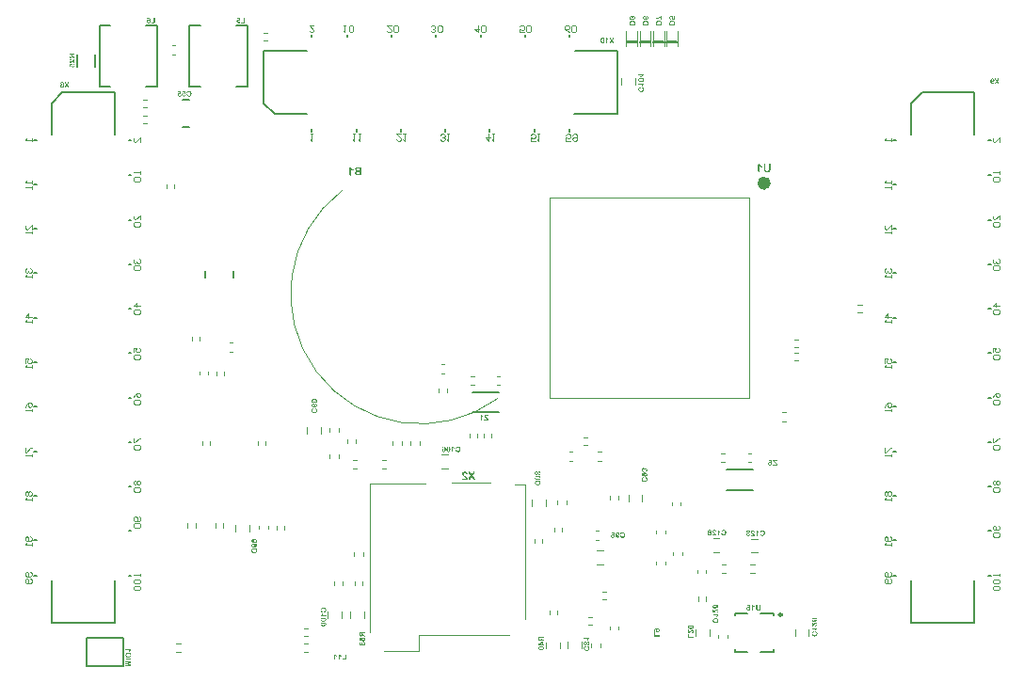
<source format=gbo>
%FSLAX44Y44*%
%MOMM*%
G71*
G01*
G75*
G04 Layer_Color=32896*
%ADD10C,1.0000*%
G04:AMPARAMS|DCode=11|XSize=0.9mm|YSize=0.6mm|CornerRadius=0.15mm|HoleSize=0mm|Usage=FLASHONLY|Rotation=90.000|XOffset=0mm|YOffset=0mm|HoleType=Round|Shape=RoundedRectangle|*
%AMROUNDEDRECTD11*
21,1,0.9000,0.3000,0,0,90.0*
21,1,0.6000,0.6000,0,0,90.0*
1,1,0.3000,0.1500,0.3000*
1,1,0.3000,0.1500,-0.3000*
1,1,0.3000,-0.1500,-0.3000*
1,1,0.3000,-0.1500,0.3000*
%
%ADD11ROUNDEDRECTD11*%
G04:AMPARAMS|DCode=12|XSize=1.4mm|YSize=0.9mm|CornerRadius=0.225mm|HoleSize=0mm|Usage=FLASHONLY|Rotation=0.000|XOffset=0mm|YOffset=0mm|HoleType=Round|Shape=RoundedRectangle|*
%AMROUNDEDRECTD12*
21,1,1.4000,0.4500,0,0,0.0*
21,1,0.9500,0.9000,0,0,0.0*
1,1,0.4500,0.4750,-0.2250*
1,1,0.4500,-0.4750,-0.2250*
1,1,0.4500,-0.4750,0.2250*
1,1,0.4500,0.4750,0.2250*
%
%ADD12ROUNDEDRECTD12*%
%ADD13R,1.5700X1.8800*%
%ADD14O,1.6500X0.3000*%
%ADD15R,1.6500X0.3000*%
%ADD16R,0.5000X0.5000*%
%ADD17O,0.8000X0.2500*%
%ADD18O,0.2500X0.8000*%
%ADD19R,0.2500X0.8000*%
G04:AMPARAMS|DCode=20|XSize=0.9mm|YSize=0.6mm|CornerRadius=0.15mm|HoleSize=0mm|Usage=FLASHONLY|Rotation=0.000|XOffset=0mm|YOffset=0mm|HoleType=Round|Shape=RoundedRectangle|*
%AMROUNDEDRECTD20*
21,1,0.9000,0.3000,0,0,0.0*
21,1,0.6000,0.6000,0,0,0.0*
1,1,0.3000,0.3000,-0.1500*
1,1,0.3000,-0.3000,-0.1500*
1,1,0.3000,-0.3000,0.1500*
1,1,0.3000,0.3000,0.1500*
%
%ADD20ROUNDEDRECTD20*%
G04:AMPARAMS|DCode=21|XSize=1.4mm|YSize=0.9mm|CornerRadius=0.225mm|HoleSize=0mm|Usage=FLASHONLY|Rotation=90.000|XOffset=0mm|YOffset=0mm|HoleType=Round|Shape=RoundedRectangle|*
%AMROUNDEDRECTD21*
21,1,1.4000,0.4500,0,0,90.0*
21,1,0.9500,0.9000,0,0,90.0*
1,1,0.4500,0.2250,0.4750*
1,1,0.4500,0.2250,-0.4750*
1,1,0.4500,-0.2250,-0.4750*
1,1,0.4500,-0.2250,0.4750*
%
%ADD21ROUNDEDRECTD21*%
G04:AMPARAMS|DCode=22|XSize=0.6mm|YSize=0.45mm|CornerRadius=0.1125mm|HoleSize=0mm|Usage=FLASHONLY|Rotation=270.000|XOffset=0mm|YOffset=0mm|HoleType=Round|Shape=RoundedRectangle|*
%AMROUNDEDRECTD22*
21,1,0.6000,0.2250,0,0,270.0*
21,1,0.3750,0.4500,0,0,270.0*
1,1,0.2250,-0.1125,-0.1875*
1,1,0.2250,-0.1125,0.1875*
1,1,0.2250,0.1125,0.1875*
1,1,0.2250,0.1125,-0.1875*
%
%ADD22ROUNDEDRECTD22*%
G04:AMPARAMS|DCode=23|XSize=0.6mm|YSize=0.45mm|CornerRadius=0.1125mm|HoleSize=0mm|Usage=FLASHONLY|Rotation=180.000|XOffset=0mm|YOffset=0mm|HoleType=Round|Shape=RoundedRectangle|*
%AMROUNDEDRECTD23*
21,1,0.6000,0.2250,0,0,180.0*
21,1,0.3750,0.4500,0,0,180.0*
1,1,0.2250,-0.1875,0.1125*
1,1,0.2250,0.1875,0.1125*
1,1,0.2250,0.1875,-0.1125*
1,1,0.2250,-0.1875,-0.1125*
%
%ADD23ROUNDEDRECTD23*%
G04:AMPARAMS|DCode=24|XSize=2.7mm|YSize=1.6mm|CornerRadius=0.4mm|HoleSize=0mm|Usage=FLASHONLY|Rotation=180.000|XOffset=0mm|YOffset=0mm|HoleType=Round|Shape=RoundedRectangle|*
%AMROUNDEDRECTD24*
21,1,2.7000,0.8000,0,0,180.0*
21,1,1.9000,1.6000,0,0,180.0*
1,1,0.8000,-0.9500,0.4000*
1,1,0.8000,0.9500,0.4000*
1,1,0.8000,0.9500,-0.4000*
1,1,0.8000,-0.9500,-0.4000*
%
%ADD24ROUNDEDRECTD24*%
G04:AMPARAMS|DCode=25|XSize=1.4mm|YSize=1.2mm|CornerRadius=0.18mm|HoleSize=0mm|Usage=FLASHONLY|Rotation=90.000|XOffset=0mm|YOffset=0mm|HoleType=Round|Shape=RoundedRectangle|*
%AMROUNDEDRECTD25*
21,1,1.4000,0.8400,0,0,90.0*
21,1,1.0400,1.2000,0,0,90.0*
1,1,0.3600,0.4200,0.5200*
1,1,0.3600,0.4200,-0.5200*
1,1,0.3600,-0.4200,-0.5200*
1,1,0.3600,-0.4200,0.5200*
%
%ADD25ROUNDEDRECTD25*%
G04:AMPARAMS|DCode=26|XSize=0.9mm|YSize=0.7mm|CornerRadius=0.175mm|HoleSize=0mm|Usage=FLASHONLY|Rotation=180.000|XOffset=0mm|YOffset=0mm|HoleType=Round|Shape=RoundedRectangle|*
%AMROUNDEDRECTD26*
21,1,0.9000,0.3500,0,0,180.0*
21,1,0.5500,0.7000,0,0,180.0*
1,1,0.3500,-0.2750,0.1750*
1,1,0.3500,0.2750,0.1750*
1,1,0.3500,0.2750,-0.1750*
1,1,0.3500,-0.2750,-0.1750*
%
%ADD26ROUNDEDRECTD26*%
G04:AMPARAMS|DCode=27|XSize=0.9mm|YSize=0.7mm|CornerRadius=0.175mm|HoleSize=0mm|Usage=FLASHONLY|Rotation=90.000|XOffset=0mm|YOffset=0mm|HoleType=Round|Shape=RoundedRectangle|*
%AMROUNDEDRECTD27*
21,1,0.9000,0.3500,0,0,90.0*
21,1,0.5500,0.7000,0,0,90.0*
1,1,0.3500,0.1750,0.2750*
1,1,0.3500,0.1750,-0.2750*
1,1,0.3500,-0.1750,-0.2750*
1,1,0.3500,-0.1750,0.2750*
%
%ADD27ROUNDEDRECTD27*%
G04:AMPARAMS|DCode=28|XSize=0.5mm|YSize=0.66mm|CornerRadius=0.125mm|HoleSize=0mm|Usage=FLASHONLY|Rotation=270.000|XOffset=0mm|YOffset=0mm|HoleType=Round|Shape=RoundedRectangle|*
%AMROUNDEDRECTD28*
21,1,0.5000,0.4100,0,0,270.0*
21,1,0.2500,0.6600,0,0,270.0*
1,1,0.2500,-0.2050,-0.1250*
1,1,0.2500,-0.2050,0.1250*
1,1,0.2500,0.2050,0.1250*
1,1,0.2500,0.2050,-0.1250*
%
%ADD28ROUNDEDRECTD28*%
%ADD29R,1.4000X1.4000*%
%ADD30R,1.2000X1.4000*%
G04:AMPARAMS|DCode=31|XSize=2.65mm|YSize=7.3mm|CornerRadius=0.6625mm|HoleSize=0mm|Usage=FLASHONLY|Rotation=0.000|XOffset=0mm|YOffset=0mm|HoleType=Round|Shape=RoundedRectangle|*
%AMROUNDEDRECTD31*
21,1,2.6500,5.9750,0,0,0.0*
21,1,1.3250,7.3000,0,0,0.0*
1,1,1.3250,0.6625,-2.9875*
1,1,1.3250,-0.6625,-2.9875*
1,1,1.3250,-0.6625,2.9875*
1,1,1.3250,0.6625,2.9875*
%
%ADD31ROUNDEDRECTD31*%
G04:AMPARAMS|DCode=32|XSize=2.7mm|YSize=1.6mm|CornerRadius=0.4mm|HoleSize=0mm|Usage=FLASHONLY|Rotation=270.000|XOffset=0mm|YOffset=0mm|HoleType=Round|Shape=RoundedRectangle|*
%AMROUNDEDRECTD32*
21,1,2.7000,0.8000,0,0,270.0*
21,1,1.9000,1.6000,0,0,270.0*
1,1,0.8000,-0.4000,-0.9500*
1,1,0.8000,-0.4000,0.9500*
1,1,0.8000,0.4000,0.9500*
1,1,0.8000,0.4000,-0.9500*
%
%ADD32ROUNDEDRECTD32*%
%ADD33R,1.9000X2.4000*%
G04:AMPARAMS|DCode=34|XSize=0.5mm|YSize=0.66mm|CornerRadius=0.125mm|HoleSize=0mm|Usage=FLASHONLY|Rotation=0.000|XOffset=0mm|YOffset=0mm|HoleType=Round|Shape=RoundedRectangle|*
%AMROUNDEDRECTD34*
21,1,0.5000,0.4100,0,0,0.0*
21,1,0.2500,0.6600,0,0,0.0*
1,1,0.2500,0.1250,-0.2050*
1,1,0.2500,-0.1250,-0.2050*
1,1,0.2500,-0.1250,0.2050*
1,1,0.2500,0.1250,0.2050*
%
%ADD34ROUNDEDRECTD34*%
%ADD35R,1.0160X1.0160*%
%ADD36R,2.0000X3.5000*%
%ADD37R,0.5000X2.2500*%
%ADD38R,2.0000X4.0000*%
%ADD39O,0.5000X2.4000*%
G04:AMPARAMS|DCode=40|XSize=0.5mm|YSize=2.4mm|CornerRadius=0.125mm|HoleSize=0mm|Usage=FLASHONLY|Rotation=0.000|XOffset=0mm|YOffset=0mm|HoleType=Round|Shape=RoundedRectangle|*
%AMROUNDEDRECTD40*
21,1,0.5000,2.1500,0,0,0.0*
21,1,0.2500,2.4000,0,0,0.0*
1,1,0.2500,0.1250,-1.0750*
1,1,0.2500,-0.1250,-1.0750*
1,1,0.2500,-0.1250,1.0750*
1,1,0.2500,0.1250,1.0750*
%
%ADD40ROUNDEDRECTD40*%
%ADD41O,2.7500X1.0000*%
%ADD42O,2.2000X0.6000*%
%ADD43R,2.2000X0.6000*%
%ADD44R,0.3048X0.3048*%
G04:AMPARAMS|DCode=45|XSize=0.3048mm|YSize=0.3048mm|CornerRadius=0.0762mm|HoleSize=0mm|Usage=FLASHONLY|Rotation=270.000|XOffset=0mm|YOffset=0mm|HoleType=Round|Shape=RoundedRectangle|*
%AMROUNDEDRECTD45*
21,1,0.3048,0.1524,0,0,270.0*
21,1,0.1524,0.3048,0,0,270.0*
1,1,0.1524,-0.0762,-0.0762*
1,1,0.1524,-0.0762,0.0762*
1,1,0.1524,0.0762,0.0762*
1,1,0.1524,0.0762,-0.0762*
%
%ADD45ROUNDEDRECTD45*%
%ADD46R,0.3500X0.8000*%
%ADD47O,0.3500X0.8000*%
%ADD48R,1.7500X1.5000*%
%ADD49O,0.3000X1.6500*%
%ADD50R,0.3000X1.6500*%
%ADD51R,1.8500X0.3500*%
%ADD52O,1.8500X0.3500*%
%ADD53O,0.2500X0.7000*%
%ADD54R,0.7000X0.2500*%
%ADD55O,0.7000X0.2500*%
%ADD56R,0.2500X0.7000*%
%ADD57R,0.3500X1.5000*%
%ADD58O,0.3500X1.5600*%
%ADD59O,0.3500X1.5000*%
%ADD60O,0.6000X2.2000*%
%ADD61R,0.6000X2.2000*%
%ADD62O,0.2800X0.8500*%
%ADD63R,3.3000X3.3000*%
%ADD64O,0.8500X0.2800*%
%ADD65R,0.2800X0.8500*%
%ADD66R,2.5000X2.5000*%
%ADD67R,0.5000X0.5000*%
%ADD68O,1.6000X0.3500*%
%ADD69R,1.6000X0.3500*%
%ADD70C,0.4000*%
%ADD71C,0.4500*%
%ADD72C,0.1500*%
%ADD73C,0.3000*%
%ADD74C,0.1000*%
%ADD75C,0.8000*%
%ADD76C,0.2000*%
%ADD77C,0.4000*%
%ADD78C,0.2500*%
%ADD79C,0.6000*%
%ADD80C,0.5000*%
%ADD81C,0.2540*%
%ADD82C,0.1999*%
%ADD83C,1.5240*%
%ADD84C,1.4000*%
%ADD85O,3.0200X1.6200*%
%ADD86C,0.8000*%
%ADD87C,1.2000*%
%ADD88C,2.5000*%
%ADD89C,3.2500*%
%ADD90C,1.5000*%
%ADD91C,0.3500*%
%ADD92C,0.6000*%
%ADD93C,4.4000*%
%ADD94C,1.0160*%
%ADD95C,1.8000*%
%ADD96C,2.6000*%
%ADD97O,3.1000X1.7000*%
%ADD98C,1.3000*%
%ADD99C,1.7000*%
%ADD100C,3.7500*%
%ADD101C,0.6500*%
%ADD102C,0.8000*%
%ADD103C,0.0800*%
%ADD104C,0.0870*%
%ADD105C,0.0750*%
%ADD106C,0.4500*%
%ADD107C,2.2000*%
%ADD108O,2.8000X1.4000*%
%ADD109O,0.5000X3.3000*%
%ADD110R,0.5000X3.3000*%
%ADD111R,1.4000X0.9000*%
G04:AMPARAMS|DCode=112|XSize=1.3mm|YSize=2.2mm|CornerRadius=0.325mm|HoleSize=0mm|Usage=FLASHONLY|Rotation=180.000|XOffset=0mm|YOffset=0mm|HoleType=Round|Shape=RoundedRectangle|*
%AMROUNDEDRECTD112*
21,1,1.3000,1.5500,0,0,180.0*
21,1,0.6500,2.2000,0,0,180.0*
1,1,0.6500,-0.3250,0.7750*
1,1,0.6500,0.3250,0.7750*
1,1,0.6500,0.3250,-0.7750*
1,1,0.6500,-0.3250,-0.7750*
%
%ADD112ROUNDEDRECTD112*%
%ADD113R,0.9000X1.4000*%
%ADD114O,3.3000X0.5000*%
%ADD115R,3.3000X0.5000*%
G04:AMPARAMS|DCode=116|XSize=1.8mm|YSize=1.2mm|CornerRadius=0.3mm|HoleSize=0mm|Usage=FLASHONLY|Rotation=0.000|XOffset=0mm|YOffset=0mm|HoleType=Round|Shape=RoundedRectangle|*
%AMROUNDEDRECTD116*
21,1,1.8000,0.6000,0,0,0.0*
21,1,1.2000,1.2000,0,0,0.0*
1,1,0.6000,0.6000,-0.3000*
1,1,0.6000,-0.6000,-0.3000*
1,1,0.6000,-0.6000,0.3000*
1,1,0.6000,0.6000,0.3000*
%
%ADD116ROUNDEDRECTD116*%
%ADD117C,0.3000*%
%ADD118C,0.5000*%
G04:AMPARAMS|DCode=119|XSize=0.5mm|YSize=1.54mm|CornerRadius=0.125mm|HoleSize=0mm|Usage=FLASHONLY|Rotation=180.000|XOffset=0mm|YOffset=0mm|HoleType=Round|Shape=RoundedRectangle|*
%AMROUNDEDRECTD119*
21,1,0.5000,1.2900,0,0,180.0*
21,1,0.2500,1.5400,0,0,180.0*
1,1,0.2500,-0.1250,0.6450*
1,1,0.2500,0.1250,0.6450*
1,1,0.2500,0.1250,-0.6450*
1,1,0.2500,-0.1250,-0.6450*
%
%ADD119ROUNDEDRECTD119*%
G04:AMPARAMS|DCode=120|XSize=1.22mm|YSize=1.82mm|CornerRadius=0.305mm|HoleSize=0mm|Usage=FLASHONLY|Rotation=180.000|XOffset=0mm|YOffset=0mm|HoleType=Round|Shape=RoundedRectangle|*
%AMROUNDEDRECTD120*
21,1,1.2200,1.2100,0,0,180.0*
21,1,0.6100,1.8200,0,0,180.0*
1,1,0.6100,-0.3050,0.6050*
1,1,0.6100,0.3050,0.6050*
1,1,0.6100,0.3050,-0.6050*
1,1,0.6100,-0.3050,-0.6050*
%
%ADD120ROUNDEDRECTD120*%
G04:AMPARAMS|DCode=121|XSize=1.22mm|YSize=1.82mm|CornerRadius=0.305mm|HoleSize=0mm|Usage=FLASHONLY|Rotation=90.000|XOffset=0mm|YOffset=0mm|HoleType=Round|Shape=RoundedRectangle|*
%AMROUNDEDRECTD121*
21,1,1.2200,1.2100,0,0,90.0*
21,1,0.6100,1.8200,0,0,90.0*
1,1,0.6100,0.6050,0.3050*
1,1,0.6100,0.6050,-0.3050*
1,1,0.6100,-0.6050,-0.3050*
1,1,0.6100,-0.6050,0.3050*
%
%ADD121ROUNDEDRECTD121*%
%ADD122R,0.8000X0.3500*%
%ADD123O,0.8000X0.3500*%
%ADD124R,1.5000X1.7500*%
%ADD125R,0.4000X0.4000*%
G04:AMPARAMS|DCode=126|XSize=2mm|YSize=2.8mm|CornerRadius=0.5mm|HoleSize=0mm|Usage=FLASHONLY|Rotation=270.000|XOffset=0mm|YOffset=0mm|HoleType=Round|Shape=RoundedRectangle|*
%AMROUNDEDRECTD126*
21,1,2.0000,1.8000,0,0,270.0*
21,1,1.0000,2.8000,0,0,270.0*
1,1,1.0000,-0.9000,-0.5000*
1,1,1.0000,-0.9000,0.5000*
1,1,1.0000,0.9000,0.5000*
1,1,1.0000,0.9000,-0.5000*
%
%ADD126ROUNDEDRECTD126*%
%ADD127O,0.3000X1.2000*%
%ADD128O,1.2000X0.3000*%
%ADD129R,1.2000X0.3000*%
%ADD130C,0.1250*%
%ADD131C,0.2032*%
%ADD132C,0.1524*%
%ADD133C,0.1519*%
%ADD134R,1.3000X1.3000*%
%ADD135R,0.9000X0.9000*%
%ADD136C,1.5000*%
G04:AMPARAMS|DCode=137|XSize=1.02mm|YSize=0.72mm|CornerRadius=0.21mm|HoleSize=0mm|Usage=FLASHONLY|Rotation=90.000|XOffset=0mm|YOffset=0mm|HoleType=Round|Shape=RoundedRectangle|*
%AMROUNDEDRECTD137*
21,1,1.0200,0.3000,0,0,90.0*
21,1,0.6000,0.7200,0,0,90.0*
1,1,0.4200,0.1500,0.3000*
1,1,0.4200,0.1500,-0.3000*
1,1,0.4200,-0.1500,-0.3000*
1,1,0.4200,-0.1500,0.3000*
%
%ADD137ROUNDEDRECTD137*%
G04:AMPARAMS|DCode=138|XSize=1.54mm|YSize=1.04mm|CornerRadius=0.295mm|HoleSize=0mm|Usage=FLASHONLY|Rotation=0.000|XOffset=0mm|YOffset=0mm|HoleType=Round|Shape=RoundedRectangle|*
%AMROUNDEDRECTD138*
21,1,1.5400,0.4500,0,0,0.0*
21,1,0.9500,1.0400,0,0,0.0*
1,1,0.5900,0.4750,-0.2250*
1,1,0.5900,-0.4750,-0.2250*
1,1,0.5900,-0.4750,0.2250*
1,1,0.5900,0.4750,0.2250*
%
%ADD138ROUNDEDRECTD138*%
%ADD139R,1.6700X1.9800*%
%ADD140O,1.7500X0.4000*%
%ADD141R,1.7500X0.4000*%
%ADD142R,0.6000X0.6000*%
%ADD143O,0.9200X0.3700*%
%ADD144O,0.3700X0.9200*%
%ADD145R,0.3700X0.9200*%
G04:AMPARAMS|DCode=146|XSize=1.02mm|YSize=0.72mm|CornerRadius=0.21mm|HoleSize=0mm|Usage=FLASHONLY|Rotation=0.000|XOffset=0mm|YOffset=0mm|HoleType=Round|Shape=RoundedRectangle|*
%AMROUNDEDRECTD146*
21,1,1.0200,0.3000,0,0,0.0*
21,1,0.6000,0.7200,0,0,0.0*
1,1,0.4200,0.3000,-0.1500*
1,1,0.4200,-0.3000,-0.1500*
1,1,0.4200,-0.3000,0.1500*
1,1,0.4200,0.3000,0.1500*
%
%ADD146ROUNDEDRECTD146*%
G04:AMPARAMS|DCode=147|XSize=1.54mm|YSize=1.04mm|CornerRadius=0.295mm|HoleSize=0mm|Usage=FLASHONLY|Rotation=90.000|XOffset=0mm|YOffset=0mm|HoleType=Round|Shape=RoundedRectangle|*
%AMROUNDEDRECTD147*
21,1,1.5400,0.4500,0,0,90.0*
21,1,0.9500,1.0400,0,0,90.0*
1,1,0.5900,0.2250,0.4750*
1,1,0.5900,0.2250,-0.4750*
1,1,0.5900,-0.2250,-0.4750*
1,1,0.5900,-0.2250,0.4750*
%
%ADD147ROUNDEDRECTD147*%
G04:AMPARAMS|DCode=148|XSize=0.7mm|YSize=0.55mm|CornerRadius=0.1625mm|HoleSize=0mm|Usage=FLASHONLY|Rotation=270.000|XOffset=0mm|YOffset=0mm|HoleType=Round|Shape=RoundedRectangle|*
%AMROUNDEDRECTD148*
21,1,0.7000,0.2250,0,0,270.0*
21,1,0.3750,0.5500,0,0,270.0*
1,1,0.3250,-0.1125,-0.1875*
1,1,0.3250,-0.1125,0.1875*
1,1,0.3250,0.1125,0.1875*
1,1,0.3250,0.1125,-0.1875*
%
%ADD148ROUNDEDRECTD148*%
G04:AMPARAMS|DCode=149|XSize=0.7mm|YSize=0.55mm|CornerRadius=0.1625mm|HoleSize=0mm|Usage=FLASHONLY|Rotation=180.000|XOffset=0mm|YOffset=0mm|HoleType=Round|Shape=RoundedRectangle|*
%AMROUNDEDRECTD149*
21,1,0.7000,0.2250,0,0,180.0*
21,1,0.3750,0.5500,0,0,180.0*
1,1,0.3250,-0.1875,0.1125*
1,1,0.3250,0.1875,0.1125*
1,1,0.3250,0.1875,-0.1125*
1,1,0.3250,-0.1875,-0.1125*
%
%ADD149ROUNDEDRECTD149*%
G04:AMPARAMS|DCode=150|XSize=2.8mm|YSize=1.7mm|CornerRadius=0.45mm|HoleSize=0mm|Usage=FLASHONLY|Rotation=180.000|XOffset=0mm|YOffset=0mm|HoleType=Round|Shape=RoundedRectangle|*
%AMROUNDEDRECTD150*
21,1,2.8000,0.8000,0,0,180.0*
21,1,1.9000,1.7000,0,0,180.0*
1,1,0.9000,-0.9500,0.4000*
1,1,0.9000,0.9500,0.4000*
1,1,0.9000,0.9500,-0.4000*
1,1,0.9000,-0.9500,-0.4000*
%
%ADD150ROUNDEDRECTD150*%
G04:AMPARAMS|DCode=151|XSize=1.5mm|YSize=1.3mm|CornerRadius=0.23mm|HoleSize=0mm|Usage=FLASHONLY|Rotation=90.000|XOffset=0mm|YOffset=0mm|HoleType=Round|Shape=RoundedRectangle|*
%AMROUNDEDRECTD151*
21,1,1.5000,0.8400,0,0,90.0*
21,1,1.0400,1.3000,0,0,90.0*
1,1,0.4600,0.4200,0.5200*
1,1,0.4600,0.4200,-0.5200*
1,1,0.4600,-0.4200,-0.5200*
1,1,0.4600,-0.4200,0.5200*
%
%ADD151ROUNDEDRECTD151*%
G04:AMPARAMS|DCode=152|XSize=1mm|YSize=0.8mm|CornerRadius=0.225mm|HoleSize=0mm|Usage=FLASHONLY|Rotation=180.000|XOffset=0mm|YOffset=0mm|HoleType=Round|Shape=RoundedRectangle|*
%AMROUNDEDRECTD152*
21,1,1.0000,0.3500,0,0,180.0*
21,1,0.5500,0.8000,0,0,180.0*
1,1,0.4500,-0.2750,0.1750*
1,1,0.4500,0.2750,0.1750*
1,1,0.4500,0.2750,-0.1750*
1,1,0.4500,-0.2750,-0.1750*
%
%ADD152ROUNDEDRECTD152*%
G04:AMPARAMS|DCode=153|XSize=1mm|YSize=0.8mm|CornerRadius=0.225mm|HoleSize=0mm|Usage=FLASHONLY|Rotation=90.000|XOffset=0mm|YOffset=0mm|HoleType=Round|Shape=RoundedRectangle|*
%AMROUNDEDRECTD153*
21,1,1.0000,0.3500,0,0,90.0*
21,1,0.5500,0.8000,0,0,90.0*
1,1,0.4500,0.1750,0.2750*
1,1,0.4500,0.1750,-0.2750*
1,1,0.4500,-0.1750,-0.2750*
1,1,0.4500,-0.1750,0.2750*
%
%ADD153ROUNDEDRECTD153*%
G04:AMPARAMS|DCode=154|XSize=0.6mm|YSize=0.76mm|CornerRadius=0.175mm|HoleSize=0mm|Usage=FLASHONLY|Rotation=270.000|XOffset=0mm|YOffset=0mm|HoleType=Round|Shape=RoundedRectangle|*
%AMROUNDEDRECTD154*
21,1,0.6000,0.4100,0,0,270.0*
21,1,0.2500,0.7600,0,0,270.0*
1,1,0.3500,-0.2050,-0.1250*
1,1,0.3500,-0.2050,0.1250*
1,1,0.3500,0.2050,0.1250*
1,1,0.3500,0.2050,-0.1250*
%
%ADD154ROUNDEDRECTD154*%
%ADD155R,1.5000X1.5000*%
%ADD156R,1.3000X1.5000*%
G04:AMPARAMS|DCode=157|XSize=2.75mm|YSize=7.4mm|CornerRadius=0.7125mm|HoleSize=0mm|Usage=FLASHONLY|Rotation=0.000|XOffset=0mm|YOffset=0mm|HoleType=Round|Shape=RoundedRectangle|*
%AMROUNDEDRECTD157*
21,1,2.7500,5.9750,0,0,0.0*
21,1,1.3250,7.4000,0,0,0.0*
1,1,1.4250,0.6625,-2.9875*
1,1,1.4250,-0.6625,-2.9875*
1,1,1.4250,-0.6625,2.9875*
1,1,1.4250,0.6625,2.9875*
%
%ADD157ROUNDEDRECTD157*%
G04:AMPARAMS|DCode=158|XSize=2.8mm|YSize=1.7mm|CornerRadius=0.45mm|HoleSize=0mm|Usage=FLASHONLY|Rotation=270.000|XOffset=0mm|YOffset=0mm|HoleType=Round|Shape=RoundedRectangle|*
%AMROUNDEDRECTD158*
21,1,2.8000,0.8000,0,0,270.0*
21,1,1.9000,1.7000,0,0,270.0*
1,1,0.9000,-0.4000,-0.9500*
1,1,0.9000,-0.4000,0.9500*
1,1,0.9000,0.4000,0.9500*
1,1,0.9000,0.4000,-0.9500*
%
%ADD158ROUNDEDRECTD158*%
%ADD159R,2.0000X2.5000*%
G04:AMPARAMS|DCode=160|XSize=0.6mm|YSize=0.76mm|CornerRadius=0.175mm|HoleSize=0mm|Usage=FLASHONLY|Rotation=0.000|XOffset=0mm|YOffset=0mm|HoleType=Round|Shape=RoundedRectangle|*
%AMROUNDEDRECTD160*
21,1,0.6000,0.4100,0,0,0.0*
21,1,0.2500,0.7600,0,0,0.0*
1,1,0.3500,0.1250,-0.2050*
1,1,0.3500,-0.1250,-0.2050*
1,1,0.3500,-0.1250,0.2050*
1,1,0.3500,0.1250,0.2050*
%
%ADD160ROUNDEDRECTD160*%
%ADD161R,1.1160X1.1160*%
%ADD162R,2.1000X3.6000*%
%ADD163R,0.6000X2.3500*%
%ADD164R,2.1000X4.1000*%
%ADD165O,0.6200X2.5200*%
G04:AMPARAMS|DCode=166|XSize=0.62mm|YSize=2.52mm|CornerRadius=0.185mm|HoleSize=0mm|Usage=FLASHONLY|Rotation=0.000|XOffset=0mm|YOffset=0mm|HoleType=Round|Shape=RoundedRectangle|*
%AMROUNDEDRECTD166*
21,1,0.6200,2.1500,0,0,0.0*
21,1,0.2500,2.5200,0,0,0.0*
1,1,0.3700,0.1250,-1.0750*
1,1,0.3700,-0.1250,-1.0750*
1,1,0.3700,-0.1250,1.0750*
1,1,0.3700,0.1250,1.0750*
%
%ADD166ROUNDEDRECTD166*%
%ADD167O,2.8500X1.1000*%
%ADD168O,2.3000X0.7000*%
%ADD169R,2.3000X0.7000*%
%ADD170R,0.4048X0.4048*%
G04:AMPARAMS|DCode=171|XSize=0.4048mm|YSize=0.4048mm|CornerRadius=0.1262mm|HoleSize=0mm|Usage=FLASHONLY|Rotation=270.000|XOffset=0mm|YOffset=0mm|HoleType=Round|Shape=RoundedRectangle|*
%AMROUNDEDRECTD171*
21,1,0.4048,0.1524,0,0,270.0*
21,1,0.1524,0.4048,0,0,270.0*
1,1,0.2524,-0.0762,-0.0762*
1,1,0.2524,-0.0762,0.0762*
1,1,0.2524,0.0762,0.0762*
1,1,0.2524,0.0762,-0.0762*
%
%ADD171ROUNDEDRECTD171*%
%ADD172R,0.4500X0.9000*%
%ADD173O,0.4500X0.9000*%
%ADD174R,1.8500X1.6000*%
%ADD175O,0.4000X1.7500*%
%ADD176R,0.4000X1.7500*%
%ADD177R,1.9500X0.4500*%
%ADD178O,1.9500X0.4500*%
%ADD179R,0.4500X1.6000*%
%ADD180O,0.4500X1.6600*%
%ADD181O,0.4500X1.6000*%
%ADD182O,0.7000X2.3000*%
%ADD183R,0.7000X2.3000*%
%ADD184O,0.3800X0.9500*%
%ADD185R,3.4000X3.4000*%
%ADD186O,0.9500X0.3800*%
%ADD187R,0.3800X0.9500*%
%ADD188R,2.6200X2.6200*%
%ADD189R,0.6000X0.6000*%
%ADD190O,1.7000X0.4500*%
%ADD191R,1.7000X0.4500*%
%ADD192C,0.5200*%
%ADD193C,0.5500*%
%ADD194C,1.6240*%
%ADD195C,0.1000*%
%ADD196O,3.1200X1.7200*%
%ADD197C,0.9000*%
%ADD198C,3.3500*%
%ADD199C,1.6000*%
%ADD200C,4.5000*%
%ADD201O,0.6200X3.4200*%
%ADD202R,0.6200X3.4200*%
%ADD203R,1.5200X1.0200*%
G04:AMPARAMS|DCode=204|XSize=1.4mm|YSize=2.3mm|CornerRadius=0.375mm|HoleSize=0mm|Usage=FLASHONLY|Rotation=180.000|XOffset=0mm|YOffset=0mm|HoleType=Round|Shape=RoundedRectangle|*
%AMROUNDEDRECTD204*
21,1,1.4000,1.5500,0,0,180.0*
21,1,0.6500,2.3000,0,0,180.0*
1,1,0.7500,-0.3250,0.7750*
1,1,0.7500,0.3250,0.7750*
1,1,0.7500,0.3250,-0.7750*
1,1,0.7500,-0.3250,-0.7750*
%
%ADD204ROUNDEDRECTD204*%
%ADD205R,1.0200X1.5200*%
%ADD206O,3.4200X0.6200*%
%ADD207R,3.4200X0.6200*%
G04:AMPARAMS|DCode=208|XSize=1.9mm|YSize=1.3mm|CornerRadius=0.35mm|HoleSize=0mm|Usage=FLASHONLY|Rotation=0.000|XOffset=0mm|YOffset=0mm|HoleType=Round|Shape=RoundedRectangle|*
%AMROUNDEDRECTD208*
21,1,1.9000,0.6000,0,0,0.0*
21,1,1.2000,1.3000,0,0,0.0*
1,1,0.7000,0.6000,-0.3000*
1,1,0.7000,-0.6000,-0.3000*
1,1,0.7000,-0.6000,0.3000*
1,1,0.7000,0.6000,0.3000*
%
%ADD208ROUNDEDRECTD208*%
G04:AMPARAMS|DCode=209|XSize=0.6mm|YSize=1.64mm|CornerRadius=0.175mm|HoleSize=0mm|Usage=FLASHONLY|Rotation=180.000|XOffset=0mm|YOffset=0mm|HoleType=Round|Shape=RoundedRectangle|*
%AMROUNDEDRECTD209*
21,1,0.6000,1.2900,0,0,180.0*
21,1,0.2500,1.6400,0,0,180.0*
1,1,0.3500,-0.1250,0.6450*
1,1,0.3500,0.1250,0.6450*
1,1,0.3500,0.1250,-0.6450*
1,1,0.3500,-0.1250,-0.6450*
%
%ADD209ROUNDEDRECTD209*%
G04:AMPARAMS|DCode=210|XSize=1.32mm|YSize=1.92mm|CornerRadius=0.355mm|HoleSize=0mm|Usage=FLASHONLY|Rotation=180.000|XOffset=0mm|YOffset=0mm|HoleType=Round|Shape=RoundedRectangle|*
%AMROUNDEDRECTD210*
21,1,1.3200,1.2100,0,0,180.0*
21,1,0.6100,1.9200,0,0,180.0*
1,1,0.7100,-0.3050,0.6050*
1,1,0.7100,0.3050,0.6050*
1,1,0.7100,0.3050,-0.6050*
1,1,0.7100,-0.3050,-0.6050*
%
%ADD210ROUNDEDRECTD210*%
G04:AMPARAMS|DCode=211|XSize=1.32mm|YSize=1.92mm|CornerRadius=0.355mm|HoleSize=0mm|Usage=FLASHONLY|Rotation=90.000|XOffset=0mm|YOffset=0mm|HoleType=Round|Shape=RoundedRectangle|*
%AMROUNDEDRECTD211*
21,1,1.3200,1.2100,0,0,90.0*
21,1,0.6100,1.9200,0,0,90.0*
1,1,0.7100,0.6050,0.3050*
1,1,0.7100,0.6050,-0.3050*
1,1,0.7100,-0.6050,-0.3050*
1,1,0.7100,-0.6050,0.3050*
%
%ADD211ROUNDEDRECTD211*%
%ADD212R,0.9000X0.4500*%
%ADD213O,0.9000X0.4500*%
%ADD214R,1.6000X1.8500*%
G04:AMPARAMS|DCode=215|XSize=2.1mm|YSize=2.9mm|CornerRadius=0.55mm|HoleSize=0mm|Usage=FLASHONLY|Rotation=270.000|XOffset=0mm|YOffset=0mm|HoleType=Round|Shape=RoundedRectangle|*
%AMROUNDEDRECTD215*
21,1,2.1000,1.8000,0,0,270.0*
21,1,1.0000,2.9000,0,0,270.0*
1,1,1.1000,-0.9000,-0.5000*
1,1,1.1000,-0.9000,0.5000*
1,1,1.1000,0.9000,0.5000*
1,1,1.1000,0.9000,-0.5000*
%
%ADD215ROUNDEDRECTD215*%
%ADD216O,0.4000X1.3000*%
%ADD217O,1.3000X0.4000*%
%ADD218R,1.3000X0.4000*%
G04:AMPARAMS|DCode=219|XSize=0.7mm|YSize=1.74mm|CornerRadius=0.225mm|HoleSize=0mm|Usage=FLASHONLY|Rotation=180.000|XOffset=0mm|YOffset=0mm|HoleType=Round|Shape=RoundedRectangle|*
%AMROUNDEDRECTD219*
21,1,0.7000,1.2900,0,0,180.0*
21,1,0.2500,1.7400,0,0,180.0*
1,1,0.4500,-0.1250,0.6450*
1,1,0.4500,0.1250,0.6450*
1,1,0.4500,0.1250,-0.6450*
1,1,0.4500,-0.1250,-0.6450*
%
%ADD219ROUNDEDRECTD219*%
%ADD220C,0.1270*%
G36*
X122297Y589964D02*
X122450Y589944D01*
X122583Y589918D01*
X122703Y589885D01*
X122803Y589851D01*
X122843Y589838D01*
X122876Y589825D01*
X122902Y589811D01*
X122922Y589805D01*
X122929Y589798D01*
X122936D01*
X123062Y589732D01*
X123175Y589652D01*
X123275Y589565D01*
X123362Y589485D01*
X123435Y589412D01*
X123481Y589352D01*
X123515Y589312D01*
X123528Y589306D01*
Y589299D01*
X123615Y589173D01*
X123688Y589033D01*
X123754Y588893D01*
X123807Y588760D01*
X123854Y588647D01*
X123867Y588594D01*
X123881Y588554D01*
X123894Y588514D01*
X123901Y588487D01*
X123907Y588474D01*
Y588467D01*
X123947Y588274D01*
X123981Y588081D01*
X124000Y587888D01*
X124020Y587709D01*
Y587629D01*
X124027Y587555D01*
Y587495D01*
X124034Y587436D01*
Y587389D01*
Y587356D01*
Y587336D01*
Y587329D01*
X124027Y587050D01*
X124014Y586917D01*
X124000Y586790D01*
X123987Y586677D01*
X123967Y586564D01*
X123947Y586464D01*
X123927Y586371D01*
X123907Y586291D01*
X123887Y586218D01*
X123867Y586151D01*
X123854Y586105D01*
X123841Y586058D01*
X123827Y586031D01*
X123821Y586012D01*
Y586005D01*
X123728Y585812D01*
X123628Y585652D01*
X123528Y585512D01*
X123428Y585393D01*
X123335Y585306D01*
X123262Y585240D01*
X123235Y585213D01*
X123215Y585200D01*
X123202Y585193D01*
X123195Y585186D01*
X123035Y585093D01*
X122869Y585027D01*
X122703Y584980D01*
X122550Y584947D01*
X122483Y584934D01*
X122417Y584927D01*
X122363Y584920D01*
X122310D01*
X122270Y584913D01*
X122217D01*
X122037Y584920D01*
X121871Y584947D01*
X121725Y584980D01*
X121591Y585020D01*
X121485Y585060D01*
X121445Y585080D01*
X121405Y585093D01*
X121378Y585107D01*
X121358Y585120D01*
X121345Y585126D01*
X121339D01*
X121199Y585213D01*
X121079Y585313D01*
X120972Y585413D01*
X120886Y585512D01*
X120819Y585599D01*
X120766Y585666D01*
X120746Y585692D01*
X120740Y585712D01*
X120726Y585725D01*
Y585732D01*
X120653Y585878D01*
X120600Y586031D01*
X120560Y586178D01*
X120533Y586311D01*
X120520Y586424D01*
X120513Y586477D01*
X120507Y586517D01*
Y586551D01*
Y586577D01*
Y586590D01*
Y586597D01*
X120513Y586717D01*
X120527Y586830D01*
X120540Y586936D01*
X120560Y587030D01*
X120587Y587110D01*
X120600Y587169D01*
X120613Y587209D01*
X120620Y587223D01*
X120666Y587329D01*
X120720Y587429D01*
X120773Y587515D01*
X120819Y587595D01*
X120866Y587655D01*
X120906Y587702D01*
X120933Y587735D01*
X120939Y587742D01*
X121019Y587822D01*
X121099Y587895D01*
X121179Y587948D01*
X121252Y588001D01*
X121312Y588041D01*
X121365Y588068D01*
X121398Y588081D01*
X121412Y588088D01*
X121518Y588128D01*
X121618Y588154D01*
X121718Y588181D01*
X121811Y588194D01*
X121891Y588201D01*
X121951Y588208D01*
X122004D01*
X122124Y588201D01*
X122237Y588188D01*
X122343Y588168D01*
X122430Y588141D01*
X122503Y588114D01*
X122563Y588094D01*
X122596Y588081D01*
X122610Y588074D01*
X122709Y588021D01*
X122803Y587955D01*
X122882Y587888D01*
X122956Y587822D01*
X123022Y587762D01*
X123069Y587715D01*
X123095Y587682D01*
X123109Y587669D01*
X123095Y587835D01*
X123082Y587988D01*
X123062Y588128D01*
X123042Y588254D01*
X123022Y588367D01*
X122996Y588474D01*
X122969Y588567D01*
X122942Y588647D01*
X122922Y588720D01*
X122896Y588780D01*
X122876Y588833D01*
X122856Y588873D01*
X122836Y588900D01*
X122829Y588920D01*
X122816Y588933D01*
Y588940D01*
X122769Y589006D01*
X122716Y589059D01*
X122669Y589106D01*
X122623Y589146D01*
X122576Y589179D01*
X122543Y589199D01*
X122523Y589212D01*
X122516Y589219D01*
X122450Y589252D01*
X122383Y589279D01*
X122323Y589299D01*
X122270Y589312D01*
X122230Y589319D01*
X122190Y589326D01*
X122164D01*
X122084Y589319D01*
X122004Y589306D01*
X121937Y589286D01*
X121884Y589266D01*
X121838Y589239D01*
X121798Y589219D01*
X121778Y589206D01*
X121771Y589199D01*
X121711Y589153D01*
X121658Y589099D01*
X121618Y589046D01*
X121585Y588993D01*
X121558Y588946D01*
X121538Y588906D01*
X121525Y588880D01*
Y588873D01*
X121498Y588820D01*
X121472Y588767D01*
X121438Y588727D01*
X121412Y588693D01*
X121385Y588660D01*
X121365Y588640D01*
X121352Y588633D01*
X121345Y588627D01*
X121299Y588600D01*
X121252Y588580D01*
X121166Y588554D01*
X121132Y588547D01*
X121106Y588540D01*
X121079D01*
X121019Y588547D01*
X120972Y588560D01*
X120926Y588574D01*
X120886Y588600D01*
X120859Y588620D01*
X120839Y588633D01*
X120826Y588647D01*
X120819Y588653D01*
X120786Y588700D01*
X120760Y588740D01*
X120740Y588780D01*
X120726Y588820D01*
X120720Y588853D01*
X120713Y588880D01*
Y588893D01*
Y588900D01*
X120720Y588986D01*
X120740Y589073D01*
X120766Y589153D01*
X120793Y589226D01*
X120826Y589286D01*
X120853Y589339D01*
X120873Y589366D01*
X120879Y589379D01*
X120946Y589472D01*
X121026Y589552D01*
X121112Y589625D01*
X121192Y589685D01*
X121265Y589732D01*
X121325Y589771D01*
X121365Y589791D01*
X121372Y589798D01*
X121378D01*
X121505Y589858D01*
X121631Y589898D01*
X121758Y589931D01*
X121878Y589951D01*
X121977Y589964D01*
X122024D01*
X122057Y589971D01*
X122130D01*
X122297Y589964D01*
D02*
G37*
G36*
X127587Y590018D02*
X127661Y589998D01*
X127720Y589978D01*
X127774Y589951D01*
X127814Y589918D01*
X127840Y589898D01*
X127860Y589878D01*
X127867Y589871D01*
X127914Y589805D01*
X127947Y589738D01*
X127967Y589658D01*
X127980Y589585D01*
X127993Y589519D01*
X128000Y589465D01*
Y589425D01*
Y589419D01*
Y589412D01*
Y585612D01*
X127993Y585499D01*
X127980Y585399D01*
X127953Y585319D01*
X127927Y585253D01*
X127907Y585206D01*
X127880Y585166D01*
X127867Y585146D01*
X127860Y585140D01*
X127800Y585093D01*
X127727Y585060D01*
X127654Y585033D01*
X127574Y585020D01*
X127507Y585007D01*
X127448Y585000D01*
X124979D01*
X124892Y585007D01*
X124819Y585020D01*
X124752Y585033D01*
X124699Y585053D01*
X124659Y585073D01*
X124633Y585093D01*
X124613Y585100D01*
X124606Y585107D01*
X124559Y585153D01*
X124526Y585200D01*
X124506Y585253D01*
X124486Y585299D01*
X124480Y585339D01*
X124473Y585373D01*
Y585399D01*
Y585406D01*
X124480Y585466D01*
X124493Y585526D01*
X124513Y585572D01*
X124539Y585619D01*
X124566Y585652D01*
X124586Y585679D01*
X124599Y585692D01*
X124606Y585699D01*
X124659Y585739D01*
X124719Y585765D01*
X124779Y585792D01*
X124839Y585805D01*
X124892Y585812D01*
X124939Y585818D01*
X127002D01*
Y589412D01*
X127008Y589519D01*
X127022Y589612D01*
X127048Y589692D01*
X127068Y589758D01*
X127095Y589805D01*
X127121Y589845D01*
X127135Y589865D01*
X127142Y589871D01*
X127195Y589925D01*
X127255Y589958D01*
X127321Y589984D01*
X127374Y590004D01*
X127428Y590018D01*
X127468Y590024D01*
X127507D01*
X127587Y590018D01*
D02*
G37*
G36*
X579762Y40387D02*
X579955Y40374D01*
X580134Y40353D01*
X580214Y40340D01*
X580288Y40334D01*
X580354Y40320D01*
X580414Y40307D01*
X580461Y40294D01*
X580507Y40287D01*
X580540Y40280D01*
X580567Y40274D01*
X580580Y40267D01*
X580587D01*
X580753Y40214D01*
X580900Y40160D01*
X581026Y40101D01*
X581139Y40041D01*
X581226Y39987D01*
X581292Y39948D01*
X581332Y39921D01*
X581346Y39908D01*
X581452Y39815D01*
X581545Y39721D01*
X581625Y39622D01*
X581692Y39535D01*
X581745Y39455D01*
X581785Y39395D01*
X581805Y39349D01*
X581811Y39342D01*
Y39335D01*
X581865Y39202D01*
X581905Y39069D01*
X581931Y38943D01*
X581951Y38816D01*
X581964Y38716D01*
Y38670D01*
X581971Y38630D01*
Y38597D01*
Y38577D01*
Y38563D01*
Y38557D01*
X581964Y38424D01*
X581951Y38291D01*
X581931Y38177D01*
X581905Y38078D01*
X581878Y37991D01*
X581858Y37924D01*
X581845Y37885D01*
X581838Y37878D01*
Y37871D01*
X581785Y37758D01*
X581732Y37658D01*
X581672Y37565D01*
X581612Y37485D01*
X581558Y37419D01*
X581519Y37372D01*
X581492Y37346D01*
X581479Y37332D01*
X581392Y37252D01*
X581299Y37186D01*
X581206Y37126D01*
X581126Y37073D01*
X581053Y37039D01*
X580993Y37006D01*
X580953Y36993D01*
X580946Y36986D01*
X580940D01*
X580820Y36946D01*
X580707Y36920D01*
X580594Y36893D01*
X580494Y36880D01*
X580407Y36873D01*
X580341Y36866D01*
X580281D01*
X580161Y36873D01*
X580048Y36886D01*
X579948Y36900D01*
X579855Y36920D01*
X579775Y36940D01*
X579715Y36960D01*
X579675Y36966D01*
X579669Y36973D01*
X579662D01*
X579555Y37020D01*
X579456Y37066D01*
X579369Y37119D01*
X579296Y37166D01*
X579229Y37213D01*
X579183Y37246D01*
X579156Y37272D01*
X579143Y37279D01*
X579063Y37359D01*
X578996Y37439D01*
X578937Y37519D01*
X578890Y37592D01*
X578850Y37652D01*
X578823Y37705D01*
X578810Y37738D01*
X578803Y37752D01*
X578764Y37858D01*
X578737Y37964D01*
X578710Y38064D01*
X578697Y38157D01*
X578690Y38237D01*
X578684Y38297D01*
Y38337D01*
Y38344D01*
Y38350D01*
X578690Y38470D01*
X578704Y38583D01*
X578724Y38690D01*
X578750Y38776D01*
X578770Y38850D01*
X578790Y38909D01*
X578803Y38943D01*
X578810Y38956D01*
X578863Y39056D01*
X578930Y39149D01*
X578996Y39235D01*
X579063Y39309D01*
X579116Y39369D01*
X579163Y39415D01*
X579196Y39448D01*
X579209Y39455D01*
X579043Y39442D01*
X578890Y39429D01*
X578757Y39409D01*
X578624Y39389D01*
X578511Y39369D01*
X578404Y39342D01*
X578311Y39322D01*
X578231Y39295D01*
X578158Y39269D01*
X578098Y39249D01*
X578051Y39229D01*
X578012Y39209D01*
X577978Y39189D01*
X577958Y39182D01*
X577945Y39169D01*
X577938D01*
X577872Y39122D01*
X577818Y39069D01*
X577772Y39016D01*
X577732Y38969D01*
X577699Y38929D01*
X577679Y38896D01*
X577665Y38876D01*
X577659Y38870D01*
X577626Y38810D01*
X577606Y38743D01*
X577586Y38683D01*
X577579Y38630D01*
X577572Y38583D01*
X577566Y38543D01*
Y38517D01*
Y38510D01*
X577572Y38430D01*
X577586Y38357D01*
X577606Y38291D01*
X577626Y38231D01*
X577645Y38184D01*
X577665Y38151D01*
X577679Y38124D01*
X577685Y38117D01*
X577732Y38058D01*
X577785Y38004D01*
X577839Y37964D01*
X577892Y37931D01*
X577938Y37905D01*
X577978Y37885D01*
X578005Y37878D01*
X578012Y37871D01*
X578071Y37845D01*
X578118Y37818D01*
X578165Y37791D01*
X578198Y37758D01*
X578224Y37731D01*
X578244Y37712D01*
X578251Y37698D01*
X578258Y37692D01*
X578284Y37645D01*
X578304Y37605D01*
X578331Y37519D01*
Y37479D01*
X578338Y37452D01*
Y37432D01*
Y37425D01*
X578331Y37366D01*
X578318Y37319D01*
X578304Y37272D01*
X578284Y37232D01*
X578258Y37199D01*
X578244Y37179D01*
X578231Y37166D01*
X578224Y37159D01*
X578185Y37126D01*
X578145Y37099D01*
X578098Y37079D01*
X578065Y37066D01*
X578032Y37059D01*
X578005Y37053D01*
X577978D01*
X577892Y37059D01*
X577805Y37079D01*
X577725Y37106D01*
X577652Y37139D01*
X577592Y37166D01*
X577539Y37192D01*
X577512Y37213D01*
X577499Y37219D01*
X577413Y37292D01*
X577333Y37372D01*
X577259Y37452D01*
X577200Y37532D01*
X577153Y37599D01*
X577120Y37658D01*
X577093Y37698D01*
X577086Y37705D01*
Y37712D01*
X577033Y37838D01*
X576993Y37971D01*
X576960Y38098D01*
X576940Y38217D01*
X576927Y38324D01*
Y38364D01*
X576920Y38404D01*
Y38437D01*
Y38457D01*
Y38470D01*
Y38477D01*
X576927Y38637D01*
X576947Y38790D01*
X576973Y38923D01*
X577000Y39042D01*
X577027Y39136D01*
X577040Y39176D01*
X577053Y39209D01*
X577066Y39235D01*
X577073Y39255D01*
X577080Y39262D01*
Y39269D01*
X577146Y39395D01*
X577226Y39515D01*
X577313Y39615D01*
X577393Y39701D01*
X577466Y39775D01*
X577526Y39828D01*
X577566Y39861D01*
X577572Y39874D01*
X577579D01*
X577712Y39961D01*
X577852Y40041D01*
X577985Y40107D01*
X578118Y40160D01*
X578231Y40207D01*
X578278Y40220D01*
X578324Y40234D01*
X578358Y40247D01*
X578384Y40254D01*
X578397Y40260D01*
X578404D01*
X578597Y40307D01*
X578797Y40340D01*
X578983Y40360D01*
X579163Y40380D01*
X579243D01*
X579316Y40387D01*
X579382D01*
X579442Y40394D01*
X579549D01*
X579762Y40387D01*
D02*
G37*
G36*
X208587Y590018D02*
X208661Y589998D01*
X208720Y589978D01*
X208774Y589951D01*
X208814Y589918D01*
X208840Y589898D01*
X208860Y589878D01*
X208867Y589871D01*
X208913Y589805D01*
X208947Y589738D01*
X208967Y589658D01*
X208980Y589585D01*
X208993Y589519D01*
X209000Y589465D01*
Y589425D01*
Y589419D01*
Y589412D01*
Y585612D01*
X208993Y585499D01*
X208980Y585399D01*
X208953Y585319D01*
X208927Y585253D01*
X208907Y585206D01*
X208880Y585166D01*
X208867Y585146D01*
X208860Y585140D01*
X208800Y585093D01*
X208727Y585060D01*
X208654Y585033D01*
X208574Y585020D01*
X208507Y585007D01*
X208448Y585000D01*
X205979D01*
X205892Y585007D01*
X205819Y585020D01*
X205752Y585033D01*
X205699Y585053D01*
X205659Y585073D01*
X205633Y585093D01*
X205613Y585100D01*
X205606Y585107D01*
X205560Y585153D01*
X205526Y585200D01*
X205506Y585253D01*
X205486Y585299D01*
X205480Y585339D01*
X205473Y585373D01*
Y585399D01*
Y585406D01*
X205480Y585466D01*
X205493Y585526D01*
X205513Y585572D01*
X205539Y585619D01*
X205566Y585652D01*
X205586Y585679D01*
X205599Y585692D01*
X205606Y585699D01*
X205659Y585739D01*
X205719Y585765D01*
X205779Y585792D01*
X205839Y585805D01*
X205892Y585812D01*
X205939Y585818D01*
X208002D01*
Y589412D01*
X208008Y589519D01*
X208022Y589612D01*
X208048Y589692D01*
X208068Y589758D01*
X208095Y589805D01*
X208122Y589845D01*
X208135Y589865D01*
X208141Y589871D01*
X208195Y589925D01*
X208255Y589958D01*
X208321Y589984D01*
X208374Y590004D01*
X208428Y590018D01*
X208468Y590024D01*
X208507D01*
X208587Y590018D01*
D02*
G37*
G36*
X556531Y591358D02*
X556630Y591352D01*
X556717Y591332D01*
X556797Y591319D01*
X556857Y591298D01*
X556910Y591279D01*
X556937Y591272D01*
X556950Y591265D01*
X557036Y591225D01*
X557116Y591179D01*
X557189Y591132D01*
X557249Y591086D01*
X557303Y591046D01*
X557336Y591012D01*
X557363Y590986D01*
X557369Y590979D01*
X557436Y590906D01*
X557489Y590826D01*
X557542Y590746D01*
X557582Y590673D01*
X557615Y590606D01*
X557642Y590553D01*
X557655Y590520D01*
X557662Y590513D01*
Y590507D01*
X557729Y590626D01*
X557802Y590726D01*
X557868Y590813D01*
X557935Y590886D01*
X557995Y590939D01*
X558048Y590979D01*
X558074Y591006D01*
X558088Y591012D01*
X558188Y591072D01*
X558288Y591112D01*
X558387Y591146D01*
X558480Y591165D01*
X558554Y591179D01*
X558620Y591185D01*
X558674D01*
X558767Y591179D01*
X558860Y591172D01*
X558946Y591152D01*
X559020Y591139D01*
X559079Y591119D01*
X559126Y591099D01*
X559153Y591092D01*
X559166Y591086D01*
X559252Y591046D01*
X559326Y590999D01*
X559399Y590946D01*
X559459Y590893D01*
X559512Y590853D01*
X559545Y590813D01*
X559572Y590786D01*
X559579Y590779D01*
X559645Y590700D01*
X559705Y590620D01*
X559752Y590533D01*
X559798Y590453D01*
X559825Y590380D01*
X559851Y590327D01*
X559865Y590287D01*
X559871Y590280D01*
Y590274D01*
X559905Y590161D01*
X559931Y590041D01*
X559951Y589921D01*
X559964Y589814D01*
X559971Y589715D01*
X559978Y589641D01*
Y589615D01*
Y589595D01*
Y589582D01*
Y589575D01*
X559971Y589402D01*
X559951Y589242D01*
X559918Y589103D01*
X559891Y588983D01*
X559858Y588883D01*
X559838Y588843D01*
X559825Y588803D01*
X559818Y588776D01*
X559805Y588756D01*
X559798Y588750D01*
Y588743D01*
X559725Y588617D01*
X559645Y588510D01*
X559565Y588417D01*
X559492Y588344D01*
X559425Y588284D01*
X559366Y588237D01*
X559332Y588211D01*
X559326Y588204D01*
X559319D01*
X559206Y588144D01*
X559093Y588098D01*
X558986Y588064D01*
X558893Y588044D01*
X558807Y588031D01*
X558747Y588018D01*
X558687D01*
X558560Y588024D01*
X558441Y588051D01*
X558334Y588084D01*
X558234Y588124D01*
X558141Y588177D01*
X558055Y588237D01*
X557981Y588297D01*
X557915Y588364D01*
X557855Y588430D01*
X557802Y588490D01*
X557762Y588550D01*
X557722Y588603D01*
X557695Y588643D01*
X557675Y588683D01*
X557669Y588703D01*
X557662Y588710D01*
X557595Y588563D01*
X557509Y588430D01*
X557422Y588317D01*
X557323Y588217D01*
X557223Y588138D01*
X557116Y588064D01*
X557016Y588011D01*
X556910Y587965D01*
X556817Y587931D01*
X556724Y587905D01*
X556637Y587885D01*
X556564Y587871D01*
X556504Y587865D01*
X556457Y587858D01*
X556418D01*
X556264Y587865D01*
X556118Y587891D01*
X555985Y587925D01*
X555872Y587958D01*
X555779Y587998D01*
X555705Y588024D01*
X555679Y588038D01*
X555659Y588051D01*
X555652Y588058D01*
X555645D01*
X555526Y588144D01*
X555419Y588237D01*
X555326Y588337D01*
X555253Y588430D01*
X555193Y588517D01*
X555146Y588590D01*
X555133Y588617D01*
X555120Y588637D01*
X555113Y588650D01*
Y588657D01*
X555047Y588810D01*
X555000Y588976D01*
X554967Y589136D01*
X554947Y589289D01*
X554934Y589355D01*
Y589415D01*
X554927Y589475D01*
X554920Y589522D01*
Y589562D01*
Y589588D01*
Y589608D01*
Y589615D01*
X554927Y589808D01*
X554953Y589987D01*
X554980Y590147D01*
X555020Y590287D01*
X555033Y590347D01*
X555053Y590400D01*
X555067Y590447D01*
X555087Y590480D01*
X555093Y590513D01*
X555107Y590533D01*
X555113Y590546D01*
Y590553D01*
X555193Y590693D01*
X555280Y590819D01*
X555366Y590919D01*
X555452Y591006D01*
X555532Y591072D01*
X555592Y591119D01*
X555639Y591152D01*
X555645Y591159D01*
X555652D01*
X555785Y591225D01*
X555918Y591279D01*
X556051Y591312D01*
X556171Y591339D01*
X556271Y591352D01*
X556318Y591358D01*
X556351Y591365D01*
X556424D01*
X556531Y591358D01*
D02*
G37*
G36*
X557722Y587212D02*
X557948Y587186D01*
X558161Y587146D01*
X558361Y587099D01*
X558540Y587039D01*
X558707Y586973D01*
X558853Y586906D01*
X558986Y586833D01*
X559106Y586760D01*
X559206Y586693D01*
X559292Y586627D01*
X559359Y586567D01*
X559419Y586520D01*
X559452Y586480D01*
X559479Y586454D01*
X559485Y586447D01*
X559579Y586334D01*
X559652Y586214D01*
X559712Y586108D01*
X559758Y586001D01*
X559798Y585915D01*
X559818Y585842D01*
X559825Y585815D01*
X559831Y585795D01*
X559838Y585788D01*
Y585782D01*
X559871Y585642D01*
X559898Y585496D01*
X559911Y585349D01*
X559925Y585209D01*
X559931Y585090D01*
X559938Y585043D01*
Y584996D01*
Y584957D01*
Y584930D01*
Y584917D01*
Y584910D01*
Y583606D01*
X559931Y583493D01*
X559918Y583399D01*
X559891Y583319D01*
X559865Y583253D01*
X559838Y583206D01*
X559811Y583166D01*
X559798Y583146D01*
X559791Y583140D01*
X559732Y583093D01*
X559658Y583060D01*
X559579Y583033D01*
X559499Y583020D01*
X559432Y583007D01*
X559372Y583000D01*
X555612D01*
X555539Y583007D01*
X555472Y583013D01*
X555413Y583020D01*
X555366Y583027D01*
X555333Y583033D01*
X555313Y583040D01*
X555306D01*
X555253Y583060D01*
X555206Y583087D01*
X555173Y583113D01*
X555140Y583146D01*
X555113Y583173D01*
X555093Y583200D01*
X555087Y583213D01*
X555080Y583220D01*
X555053Y583279D01*
X555033Y583346D01*
X555013Y583479D01*
X555007Y583539D01*
X555000Y583586D01*
Y583619D01*
Y583632D01*
Y584936D01*
Y585063D01*
X555007Y585176D01*
X555013Y585276D01*
X555020Y585369D01*
X555027Y585442D01*
X555033Y585496D01*
X555040Y585529D01*
Y585542D01*
X555060Y585642D01*
X555087Y585735D01*
X555107Y585822D01*
X555133Y585895D01*
X555160Y585961D01*
X555173Y586008D01*
X555186Y586035D01*
X555193Y586048D01*
X555233Y586134D01*
X555286Y586221D01*
X555333Y586294D01*
X555379Y586361D01*
X555419Y586414D01*
X555452Y586454D01*
X555472Y586480D01*
X555479Y586487D01*
X555566Y586580D01*
X555659Y586660D01*
X555745Y586727D01*
X555832Y586787D01*
X555898Y586833D01*
X555958Y586873D01*
X555992Y586893D01*
X556005Y586900D01*
X556118Y586953D01*
X556231Y587006D01*
X556344Y587046D01*
X556444Y587079D01*
X556531Y587106D01*
X556604Y587126D01*
X556630Y587133D01*
X556650D01*
X556657Y587139D01*
X556664D01*
X556804Y587166D01*
X556950Y587186D01*
X557083Y587199D01*
X557209Y587212D01*
X557316D01*
X557363Y587219D01*
X557476D01*
X557722Y587212D01*
D02*
G37*
G36*
X204056Y589891D02*
X204142Y589878D01*
X204215Y589858D01*
X204275Y589831D01*
X204322Y589805D01*
X204348Y589785D01*
X204368Y589771D01*
X204375Y589765D01*
X204422Y589712D01*
X204455Y589645D01*
X204488Y589572D01*
X204508Y589505D01*
X204528Y589439D01*
X204541Y589385D01*
X204548Y589352D01*
Y589346D01*
Y589339D01*
X204834Y587729D01*
X204847Y587655D01*
X204854Y587602D01*
X204867Y587562D01*
Y587536D01*
X204874Y587515D01*
Y587509D01*
Y587502D01*
X204867Y587449D01*
X204854Y587396D01*
X204834Y587349D01*
X204807Y587309D01*
X204788Y587276D01*
X204767Y587249D01*
X204754Y587236D01*
X204748Y587229D01*
X204694Y587189D01*
X204641Y587163D01*
X204594Y587136D01*
X204548Y587123D01*
X204508Y587116D01*
X204475Y587110D01*
X204448D01*
X204388Y587116D01*
X204322Y587136D01*
X204262Y587163D01*
X204195Y587196D01*
X204142Y587229D01*
X204102Y587256D01*
X204075Y587276D01*
X204062Y587283D01*
X203982Y587342D01*
X203909Y587396D01*
X203849Y587442D01*
X203796Y587476D01*
X203763Y587502D01*
X203729Y587522D01*
X203716Y587536D01*
X203709D01*
X203656Y587562D01*
X203590Y587575D01*
X203450Y587602D01*
X203390D01*
X203337Y587609D01*
X203290D01*
X203204Y587602D01*
X203124Y587589D01*
X203051Y587575D01*
X202991Y587555D01*
X202938Y587529D01*
X202897Y587515D01*
X202871Y587502D01*
X202864Y587495D01*
X202798Y587449D01*
X202738Y587396D01*
X202685Y587336D01*
X202638Y587283D01*
X202605Y587229D01*
X202578Y587189D01*
X202565Y587163D01*
X202558Y587150D01*
X202518Y587063D01*
X202492Y586970D01*
X202465Y586877D01*
X202452Y586790D01*
X202445Y586710D01*
X202438Y586650D01*
Y586610D01*
Y586604D01*
Y586597D01*
X202445Y586491D01*
X202452Y586384D01*
X202472Y586298D01*
X202492Y586218D01*
X202512Y586151D01*
X202525Y586098D01*
X202538Y586071D01*
X202545Y586058D01*
X202591Y585978D01*
X202638Y585905D01*
X202691Y585839D01*
X202738Y585785D01*
X202784Y585745D01*
X202818Y585719D01*
X202844Y585699D01*
X202851Y585692D01*
X202924Y585645D01*
X203004Y585612D01*
X203077Y585592D01*
X203150Y585579D01*
X203210Y585566D01*
X203257Y585559D01*
X203304D01*
X203410Y585566D01*
X203503Y585586D01*
X203596Y585612D01*
X203669Y585645D01*
X203736Y585672D01*
X203783Y585699D01*
X203809Y585719D01*
X203823Y585725D01*
X203902Y585792D01*
X203976Y585872D01*
X204035Y585945D01*
X204089Y586018D01*
X204129Y586085D01*
X204155Y586145D01*
X204175Y586178D01*
X204182Y586191D01*
X204209Y586251D01*
X204242Y586298D01*
X204275Y586344D01*
X204308Y586377D01*
X204375Y586437D01*
X204442Y586477D01*
X204508Y586497D01*
X204555Y586511D01*
X204588Y586517D01*
X204601D01*
X204661Y586511D01*
X204714Y586497D01*
X204761Y586477D01*
X204801Y586457D01*
X204834Y586437D01*
X204861Y586418D01*
X204874Y586404D01*
X204881Y586398D01*
X204914Y586351D01*
X204941Y586311D01*
X204960Y586264D01*
X204974Y586231D01*
X204981Y586198D01*
X204987Y586171D01*
Y586158D01*
Y586151D01*
X204981Y586065D01*
X204960Y585978D01*
X204941Y585892D01*
X204907Y585812D01*
X204881Y585745D01*
X204861Y585685D01*
X204841Y585652D01*
X204834Y585645D01*
Y585639D01*
X204767Y585532D01*
X204681Y585439D01*
X204594Y585353D01*
X204508Y585280D01*
X204428Y585220D01*
X204362Y585173D01*
X204335Y585153D01*
X204315Y585146D01*
X204308Y585133D01*
X204302D01*
X204149Y585060D01*
X203989Y585007D01*
X203823Y584967D01*
X203669Y584940D01*
X203596Y584934D01*
X203530Y584927D01*
X203470Y584920D01*
X203417D01*
X203377Y584913D01*
X203317D01*
X203124Y584927D01*
X202938Y584953D01*
X202778Y584987D01*
X202638Y585033D01*
X202578Y585053D01*
X202525Y585073D01*
X202478Y585093D01*
X202438Y585113D01*
X202405Y585126D01*
X202385Y585140D01*
X202372Y585146D01*
X202365D01*
X202219Y585240D01*
X202092Y585346D01*
X201986Y585446D01*
X201893Y585552D01*
X201826Y585639D01*
X201773Y585712D01*
X201753Y585739D01*
X201746Y585759D01*
X201733Y585772D01*
Y585779D01*
X201660Y585932D01*
X201607Y586091D01*
X201567Y586244D01*
X201540Y586377D01*
X201527Y586497D01*
X201520Y586551D01*
X201513Y586597D01*
Y586630D01*
Y586657D01*
Y586670D01*
Y586677D01*
X201520Y586797D01*
X201533Y586917D01*
X201553Y587023D01*
X201573Y587116D01*
X201600Y587189D01*
X201620Y587249D01*
X201633Y587289D01*
X201640Y587303D01*
X201686Y587409D01*
X201740Y587509D01*
X201800Y587595D01*
X201853Y587669D01*
X201899Y587735D01*
X201939Y587775D01*
X201966Y587808D01*
X201973Y587815D01*
X202052Y587888D01*
X202139Y587955D01*
X202219Y588015D01*
X202299Y588061D01*
X202365Y588101D01*
X202418Y588128D01*
X202452Y588141D01*
X202465Y588148D01*
X202572Y588188D01*
X202678Y588221D01*
X202778Y588241D01*
X202871Y588261D01*
X202951Y588268D01*
X203017Y588274D01*
X203071D01*
X203224Y588261D01*
X203377Y588234D01*
X203530Y588194D01*
X203663Y588148D01*
X203776Y588094D01*
X203829Y588074D01*
X203869Y588055D01*
X203902Y588041D01*
X203929Y588028D01*
X203942Y588015D01*
X203949D01*
X203763Y589106D01*
X202159D01*
X202072Y589113D01*
X201999Y589126D01*
X201933Y589139D01*
X201879Y589159D01*
X201839Y589179D01*
X201813Y589199D01*
X201793Y589206D01*
X201786Y589212D01*
X201740Y589252D01*
X201706Y589299D01*
X201686Y589346D01*
X201666Y589392D01*
X201660Y589432D01*
X201653Y589465D01*
Y589485D01*
Y589492D01*
X201660Y589565D01*
X201673Y589625D01*
X201700Y589678D01*
X201733Y589725D01*
X201773Y589765D01*
X201819Y589798D01*
X201913Y589845D01*
X202012Y589878D01*
X202099Y589891D01*
X202132Y589898D01*
X203956D01*
X204056Y589891D01*
D02*
G37*
G36*
X577466Y36520D02*
X577526Y36507D01*
X577572Y36487D01*
X577619Y36460D01*
X577652Y36434D01*
X577679Y36414D01*
X577692Y36401D01*
X577699Y36394D01*
X577739Y36341D01*
X577765Y36281D01*
X577792Y36221D01*
X577805Y36161D01*
X577812Y36108D01*
X577818Y36061D01*
Y36035D01*
Y36021D01*
Y33998D01*
X581412D01*
X581519Y33991D01*
X581612Y33978D01*
X581692Y33952D01*
X581758Y33932D01*
X581805Y33905D01*
X581845Y33878D01*
X581865Y33865D01*
X581871Y33858D01*
X581925Y33805D01*
X581958Y33745D01*
X581984Y33679D01*
X582004Y33626D01*
X582018Y33572D01*
X582024Y33532D01*
Y33506D01*
Y33492D01*
X582018Y33413D01*
X581998Y33339D01*
X581978Y33280D01*
X581951Y33226D01*
X581918Y33186D01*
X581898Y33160D01*
X581878Y33140D01*
X581871Y33133D01*
X581805Y33087D01*
X581738Y33053D01*
X581658Y33033D01*
X581585Y33020D01*
X581519Y33007D01*
X581465Y33000D01*
X577612D01*
X577499Y33007D01*
X577399Y33020D01*
X577319Y33047D01*
X577253Y33073D01*
X577206Y33093D01*
X577166Y33120D01*
X577146Y33133D01*
X577140Y33140D01*
X577093Y33200D01*
X577060Y33273D01*
X577033Y33346D01*
X577020Y33426D01*
X577007Y33492D01*
X577000Y33552D01*
Y33592D01*
Y33599D01*
Y33606D01*
Y36021D01*
X577007Y36108D01*
X577020Y36181D01*
X577033Y36247D01*
X577053Y36301D01*
X577073Y36341D01*
X577093Y36367D01*
X577100Y36387D01*
X577107Y36394D01*
X577153Y36440D01*
X577200Y36474D01*
X577253Y36494D01*
X577299Y36514D01*
X577339Y36520D01*
X577373Y36527D01*
X577406D01*
X577466Y36520D01*
D02*
G37*
G36*
X608179Y39173D02*
X608232Y39159D01*
X608285Y39133D01*
X608325Y39113D01*
X608358Y39086D01*
X608378Y39060D01*
X608392Y39046D01*
X608398Y39039D01*
X608438Y38986D01*
X608465Y38920D01*
X608485Y38853D01*
X608498Y38793D01*
X608505Y38733D01*
X608512Y38687D01*
Y38654D01*
Y38640D01*
Y36883D01*
X608598Y36943D01*
X608665Y36997D01*
X608691Y37016D01*
X608711Y37036D01*
X608718Y37043D01*
X608725Y37050D01*
X608771Y37090D01*
X608818Y37136D01*
X608924Y37236D01*
X609031Y37349D01*
X609137Y37469D01*
X609230Y37576D01*
X609270Y37622D01*
X609304Y37662D01*
X609330Y37695D01*
X609350Y37722D01*
X609363Y37735D01*
X609370Y37742D01*
X609443Y37835D01*
X609516Y37915D01*
X609643Y38068D01*
X609749Y38194D01*
X609836Y38294D01*
X609902Y38367D01*
X609949Y38421D01*
X609976Y38454D01*
X609982Y38461D01*
X610062Y38540D01*
X610149Y38620D01*
X610235Y38693D01*
X610322Y38753D01*
X610395Y38807D01*
X610461Y38853D01*
X610501Y38880D01*
X610508Y38886D01*
X610515D01*
X610648Y38960D01*
X610781Y39013D01*
X610907Y39046D01*
X611027Y39073D01*
X611127Y39086D01*
X611174Y39093D01*
X611207Y39099D01*
X611280D01*
X611380Y39093D01*
X611473Y39086D01*
X611559Y39066D01*
X611639Y39053D01*
X611699Y39033D01*
X611752Y39013D01*
X611779Y39006D01*
X611792Y39000D01*
X611879Y38960D01*
X611965Y38913D01*
X612039Y38867D01*
X612099Y38820D01*
X612152Y38780D01*
X612192Y38747D01*
X612218Y38727D01*
X612225Y38720D01*
X612291Y38654D01*
X612351Y38580D01*
X612405Y38507D01*
X612444Y38441D01*
X612478Y38387D01*
X612504Y38341D01*
X612518Y38314D01*
X612524Y38301D01*
X612578Y38161D01*
X612618Y38015D01*
X612651Y37868D01*
X612671Y37729D01*
X612684Y37609D01*
Y37555D01*
X612691Y37509D01*
Y37476D01*
Y37442D01*
Y37429D01*
Y37422D01*
X612684Y37269D01*
X612671Y37130D01*
X612651Y36997D01*
X612624Y36890D01*
X612598Y36804D01*
X612578Y36737D01*
X612571Y36710D01*
X612564Y36690D01*
X612558Y36684D01*
Y36677D01*
X612504Y36564D01*
X612451Y36458D01*
X612398Y36371D01*
X612345Y36298D01*
X612298Y36231D01*
X612258Y36191D01*
X612232Y36158D01*
X612225Y36151D01*
X612145Y36078D01*
X612072Y36018D01*
X611992Y35965D01*
X611926Y35918D01*
X611866Y35885D01*
X611812Y35859D01*
X611786Y35845D01*
X611772Y35839D01*
X611679Y35805D01*
X611593Y35779D01*
X611506Y35759D01*
X611433Y35745D01*
X611373Y35739D01*
X611326Y35732D01*
X611287D01*
X611220Y35739D01*
X611160Y35752D01*
X611107Y35765D01*
X611060Y35792D01*
X611027Y35812D01*
X611001Y35825D01*
X610987Y35839D01*
X610980Y35845D01*
X610941Y35892D01*
X610914Y35938D01*
X610894Y35985D01*
X610881Y36025D01*
X610874Y36065D01*
X610867Y36098D01*
Y36118D01*
Y36125D01*
X610874Y36191D01*
X610887Y36251D01*
X610907Y36304D01*
X610927Y36344D01*
X610947Y36378D01*
X610967Y36398D01*
X610980Y36411D01*
X610987Y36418D01*
X611040Y36451D01*
X611094Y36491D01*
X611213Y36544D01*
X611260Y36564D01*
X611300Y36584D01*
X611333Y36591D01*
X611340Y36597D01*
X611420Y36624D01*
X611480Y36650D01*
X611526Y36670D01*
X611559Y36684D01*
X611586Y36697D01*
X611599Y36704D01*
X611613Y36710D01*
X611679Y36757D01*
X611746Y36810D01*
X611792Y36870D01*
X611839Y36923D01*
X611879Y36983D01*
X611912Y37043D01*
X611959Y37150D01*
X611985Y37249D01*
X611999Y37329D01*
X612005Y37362D01*
Y37383D01*
Y37396D01*
Y37402D01*
X611999Y37476D01*
X611992Y37549D01*
X611972Y37615D01*
X611959Y37675D01*
X611939Y37722D01*
X611919Y37755D01*
X611912Y37782D01*
X611906Y37788D01*
X611866Y37855D01*
X611826Y37908D01*
X611779Y37955D01*
X611739Y37995D01*
X611699Y38028D01*
X611666Y38048D01*
X611646Y38061D01*
X611639Y38068D01*
X611573Y38101D01*
X611513Y38128D01*
X611446Y38148D01*
X611386Y38161D01*
X611333Y38168D01*
X611293Y38174D01*
X611260D01*
X611187Y38168D01*
X611114Y38161D01*
X611040Y38141D01*
X610980Y38128D01*
X610927Y38108D01*
X610887Y38088D01*
X610854Y38081D01*
X610847Y38075D01*
X610774Y38035D01*
X610694Y37995D01*
X610628Y37948D01*
X610568Y37901D01*
X610515Y37862D01*
X610475Y37828D01*
X610448Y37802D01*
X610442Y37795D01*
X610368Y37722D01*
X610302Y37642D01*
X610235Y37569D01*
X610175Y37496D01*
X610129Y37429D01*
X610089Y37383D01*
X610062Y37349D01*
X610056Y37336D01*
X610009Y37269D01*
X609942Y37190D01*
X609869Y37103D01*
X609796Y37016D01*
X609729Y36943D01*
X609669Y36877D01*
X609650Y36850D01*
X609630Y36830D01*
X609623Y36823D01*
X609616Y36817D01*
X609490Y36677D01*
X609350Y36537D01*
X609217Y36404D01*
X609090Y36278D01*
X608984Y36171D01*
X608937Y36125D01*
X608898Y36085D01*
X608864Y36058D01*
X608838Y36032D01*
X608824Y36018D01*
X608818Y36012D01*
X608771Y35972D01*
X608725Y35938D01*
X608618Y35872D01*
X608572Y35845D01*
X608538Y35825D01*
X608512Y35819D01*
X608505Y35812D01*
X608432Y35779D01*
X608372Y35759D01*
X608319Y35739D01*
X608272Y35732D01*
X608232Y35725D01*
X608205Y35719D01*
X608186D01*
X608119Y35725D01*
X608052Y35739D01*
X607993Y35765D01*
X607946Y35792D01*
X607906Y35812D01*
X607879Y35839D01*
X607859Y35852D01*
X607853Y35859D01*
X607806Y35918D01*
X607773Y35985D01*
X607753Y36051D01*
X607740Y36111D01*
X607726Y36171D01*
X607720Y36218D01*
Y36244D01*
Y36258D01*
Y38740D01*
X607726Y38820D01*
X607740Y38886D01*
X607753Y38940D01*
X607780Y38986D01*
X607799Y39020D01*
X607813Y39046D01*
X607826Y39060D01*
X607833Y39066D01*
X607879Y39106D01*
X607926Y39133D01*
X607972Y39153D01*
X608012Y39166D01*
X608052Y39173D01*
X608086Y39179D01*
X608112D01*
X608179Y39173D01*
D02*
G37*
G36*
X608186Y35220D02*
X608245Y35206D01*
X608292Y35186D01*
X608339Y35160D01*
X608372Y35133D01*
X608398Y35113D01*
X608412Y35100D01*
X608418Y35093D01*
X608458Y35040D01*
X608485Y34980D01*
X608512Y34920D01*
X608525Y34860D01*
X608531Y34807D01*
X608538Y34760D01*
Y34734D01*
Y34721D01*
Y32698D01*
X612132D01*
X612238Y32691D01*
X612331Y32678D01*
X612411Y32651D01*
X612478Y32631D01*
X612524Y32604D01*
X612564Y32578D01*
X612584Y32564D01*
X612591Y32558D01*
X612644Y32504D01*
X612677Y32445D01*
X612704Y32378D01*
X612724Y32325D01*
X612737Y32272D01*
X612744Y32232D01*
Y32205D01*
Y32192D01*
X612737Y32112D01*
X612717Y32039D01*
X612697Y31979D01*
X612671Y31925D01*
X612637Y31886D01*
X612618Y31859D01*
X612598Y31839D01*
X612591Y31832D01*
X612524Y31786D01*
X612458Y31753D01*
X612378Y31733D01*
X612305Y31719D01*
X612238Y31706D01*
X612185Y31699D01*
X608332D01*
X608219Y31706D01*
X608119Y31719D01*
X608039Y31746D01*
X607972Y31772D01*
X607926Y31792D01*
X607886Y31819D01*
X607866Y31832D01*
X607859Y31839D01*
X607813Y31899D01*
X607780Y31972D01*
X607753Y32045D01*
X607740Y32125D01*
X607726Y32192D01*
X607720Y32252D01*
Y32292D01*
Y32298D01*
Y32305D01*
Y34721D01*
X607726Y34807D01*
X607740Y34880D01*
X607753Y34947D01*
X607773Y35000D01*
X607793Y35040D01*
X607813Y35067D01*
X607820Y35087D01*
X607826Y35093D01*
X607873Y35140D01*
X607919Y35173D01*
X607972Y35193D01*
X608019Y35213D01*
X608059Y35220D01*
X608092Y35226D01*
X608126D01*
X608186Y35220D01*
D02*
G37*
G36*
X106232Y21536D02*
X106312Y21523D01*
X106378Y21509D01*
X106432Y21489D01*
X106472Y21463D01*
X106505Y21449D01*
X106525Y21436D01*
X106531Y21429D01*
X106578Y21390D01*
X106611Y21343D01*
X106638Y21290D01*
X106651Y21250D01*
X106664Y21203D01*
X106671Y21177D01*
Y21150D01*
Y21143D01*
Y21090D01*
X106658Y21043D01*
X106651Y21003D01*
X106638Y20977D01*
X106625Y20950D01*
X106618Y20937D01*
X106605Y20924D01*
X106571Y20897D01*
X106531Y20864D01*
X106478Y20824D01*
X106418Y20784D01*
X106365Y20744D01*
X106318Y20711D01*
X106292Y20684D01*
X106278Y20677D01*
X106185Y20604D01*
X106092Y20531D01*
X106012Y20458D01*
X105946Y20391D01*
X105886Y20331D01*
X105846Y20285D01*
X105813Y20258D01*
X105806Y20245D01*
X105726Y20152D01*
X105653Y20045D01*
X105586Y19939D01*
X105527Y19832D01*
X105473Y19739D01*
X105433Y19666D01*
X105420Y19639D01*
X105407Y19619D01*
X105400Y19606D01*
Y19599D01*
X105353Y19506D01*
X105314Y19426D01*
X105280Y19360D01*
X105247Y19306D01*
X105227Y19267D01*
X105207Y19233D01*
X105200Y19220D01*
X105194Y19213D01*
X105161Y19180D01*
X105121Y19153D01*
X105081Y19133D01*
X105041Y19120D01*
X105001Y19114D01*
X104967Y19107D01*
X104941D01*
X104888Y19114D01*
X104834Y19127D01*
X104788Y19140D01*
X104748Y19160D01*
X104721Y19180D01*
X104695Y19200D01*
X104681Y19207D01*
X104675Y19213D01*
X104641Y19260D01*
X104615Y19300D01*
X104595Y19346D01*
X104581Y19380D01*
X104575Y19413D01*
X104568Y19440D01*
Y19460D01*
Y19466D01*
X104575Y19526D01*
X104595Y19599D01*
X104628Y19686D01*
X104675Y19772D01*
X104721Y19865D01*
X104775Y19965D01*
X104901Y20158D01*
X104961Y20252D01*
X105021Y20338D01*
X105074Y20418D01*
X105127Y20484D01*
X105167Y20544D01*
X105200Y20584D01*
X105220Y20617D01*
X105227Y20624D01*
X102159D01*
X102066Y20631D01*
X101980Y20644D01*
X101906Y20664D01*
X101853Y20684D01*
X101806Y20704D01*
X101773Y20724D01*
X101753Y20737D01*
X101747Y20744D01*
X101700Y20797D01*
X101667Y20851D01*
X101647Y20904D01*
X101634Y20957D01*
X101620Y21003D01*
X101614Y21043D01*
Y21070D01*
Y21077D01*
X101620Y21157D01*
X101640Y21230D01*
X101673Y21290D01*
X101720Y21350D01*
X101767Y21390D01*
X101826Y21429D01*
X101886Y21463D01*
X101953Y21483D01*
X102073Y21516D01*
X102133Y21529D01*
X102179Y21536D01*
X102226Y21543D01*
X106145D01*
X106232Y21536D01*
D02*
G37*
G36*
X610495Y43205D02*
X610661Y43192D01*
X610814Y43179D01*
X610954Y43159D01*
X611080Y43139D01*
X611200Y43112D01*
X611307Y43092D01*
X611400Y43066D01*
X611480Y43039D01*
X611553Y43019D01*
X611613Y42999D01*
X611653Y42986D01*
X611686Y42972D01*
X611706Y42959D01*
X611712D01*
X611826Y42899D01*
X611932Y42839D01*
X612025Y42779D01*
X612105Y42726D01*
X612165Y42673D01*
X612212Y42633D01*
X612245Y42607D01*
X612252Y42600D01*
X612331Y42520D01*
X612398Y42434D01*
X612451Y42347D01*
X612498Y42274D01*
X612538Y42201D01*
X612564Y42147D01*
X612578Y42114D01*
X612584Y42107D01*
Y42101D01*
X612624Y41994D01*
X612651Y41881D01*
X612671Y41781D01*
X612684Y41681D01*
X612691Y41595D01*
X612697Y41528D01*
Y41502D01*
Y41482D01*
Y41475D01*
Y41469D01*
X612684Y41282D01*
X612658Y41109D01*
X612618Y40956D01*
X612571Y40823D01*
X612544Y40770D01*
X612518Y40717D01*
X612498Y40677D01*
X612478Y40637D01*
X612464Y40610D01*
X612451Y40590D01*
X612438Y40577D01*
Y40570D01*
X612331Y40437D01*
X612218Y40317D01*
X612092Y40217D01*
X611972Y40138D01*
X611866Y40078D01*
X611819Y40051D01*
X611779Y40031D01*
X611746Y40011D01*
X611719Y39998D01*
X611706Y39991D01*
X611699D01*
X611586Y39951D01*
X611466Y39918D01*
X611347Y39891D01*
X611240Y39865D01*
X611140Y39845D01*
X611060Y39838D01*
X611034Y39831D01*
X611014Y39825D01*
X610994D01*
X610841Y39805D01*
X610681Y39792D01*
X610528Y39785D01*
X610388Y39778D01*
X610262Y39771D01*
X609936D01*
X609803Y39778D01*
X609676Y39785D01*
X609570Y39798D01*
X609477Y39805D01*
X609410Y39811D01*
X609383D01*
X609363Y39818D01*
X609350D01*
X609224Y39838D01*
X609110Y39865D01*
X609004Y39885D01*
X608911Y39911D01*
X608838Y39938D01*
X608778Y39951D01*
X608745Y39964D01*
X608731Y39971D01*
X608551Y40058D01*
X608392Y40151D01*
X608252Y40257D01*
X608139Y40357D01*
X608046Y40444D01*
X607979Y40517D01*
X607959Y40543D01*
X607939Y40564D01*
X607933Y40577D01*
X607926Y40583D01*
X607873Y40663D01*
X607833Y40736D01*
X607760Y40896D01*
X607713Y41049D01*
X607673Y41189D01*
X607653Y41315D01*
X607646Y41369D01*
Y41409D01*
X607640Y41449D01*
Y41475D01*
Y41488D01*
Y41495D01*
X607646Y41655D01*
X607673Y41808D01*
X607706Y41948D01*
X607746Y42067D01*
X607786Y42161D01*
X607806Y42201D01*
X607820Y42241D01*
X607833Y42267D01*
X607846Y42287D01*
X607853Y42294D01*
Y42300D01*
X607939Y42434D01*
X608039Y42547D01*
X608139Y42653D01*
X608239Y42740D01*
X608325Y42806D01*
X608398Y42859D01*
X608425Y42873D01*
X608445Y42886D01*
X608458Y42899D01*
X608465D01*
X608591Y42959D01*
X608718Y43012D01*
X608838Y43059D01*
X608944Y43092D01*
X609044Y43112D01*
X609117Y43132D01*
X609144Y43139D01*
X609164Y43145D01*
X609184D01*
X609337Y43172D01*
X609503Y43186D01*
X609663Y43199D01*
X609809Y43212D01*
X609942D01*
X609996Y43219D01*
X610322D01*
X610495Y43205D01*
D02*
G37*
G36*
X293984Y16958D02*
X294024Y16951D01*
X294051Y16938D01*
X294077Y16925D01*
X294090Y16918D01*
X294104Y16905D01*
X294130Y16871D01*
X294164Y16831D01*
X294204Y16778D01*
X294244Y16718D01*
X294284Y16665D01*
X294317Y16618D01*
X294343Y16592D01*
X294350Y16579D01*
X294423Y16485D01*
X294496Y16392D01*
X294570Y16312D01*
X294636Y16246D01*
X294696Y16186D01*
X294743Y16146D01*
X294769Y16113D01*
X294783Y16106D01*
X294876Y16026D01*
X294982Y15953D01*
X295089Y15886D01*
X295195Y15826D01*
X295288Y15773D01*
X295362Y15733D01*
X295388Y15720D01*
X295408Y15707D01*
X295422Y15700D01*
X295428D01*
X295521Y15654D01*
X295601Y15614D01*
X295668Y15580D01*
X295721Y15547D01*
X295761Y15527D01*
X295794Y15507D01*
X295807Y15500D01*
X295814Y15494D01*
X295847Y15460D01*
X295874Y15421D01*
X295894Y15381D01*
X295907Y15341D01*
X295914Y15301D01*
X295921Y15267D01*
Y15247D01*
Y15241D01*
X295914Y15188D01*
X295901Y15134D01*
X295887Y15088D01*
X295867Y15048D01*
X295847Y15021D01*
X295827Y14995D01*
X295821Y14981D01*
X295814Y14975D01*
X295768Y14941D01*
X295728Y14915D01*
X295681Y14895D01*
X295648Y14882D01*
X295614Y14875D01*
X295588Y14868D01*
X295561D01*
X295501Y14875D01*
X295428Y14895D01*
X295342Y14928D01*
X295255Y14975D01*
X295162Y15021D01*
X295062Y15074D01*
X294869Y15201D01*
X294776Y15261D01*
X294690Y15321D01*
X294610Y15374D01*
X294543Y15427D01*
X294483Y15467D01*
X294443Y15500D01*
X294410Y15520D01*
X294403Y15527D01*
Y12459D01*
X294397Y12366D01*
X294383Y12279D01*
X294363Y12206D01*
X294343Y12153D01*
X294324Y12106D01*
X294303Y12073D01*
X294290Y12053D01*
X294284Y12047D01*
X294230Y12000D01*
X294177Y11967D01*
X294124Y11947D01*
X294071Y11933D01*
X294024Y11920D01*
X293984Y11913D01*
X293951D01*
X293871Y11920D01*
X293798Y11940D01*
X293738Y11973D01*
X293678Y12020D01*
X293638Y12067D01*
X293598Y12126D01*
X293565Y12186D01*
X293545Y12253D01*
X293512Y12373D01*
X293498Y12433D01*
X293492Y12479D01*
X293485Y12526D01*
Y12559D01*
Y12579D01*
Y12586D01*
Y16445D01*
X293492Y16532D01*
X293505Y16612D01*
X293518Y16678D01*
X293538Y16732D01*
X293565Y16772D01*
X293578Y16805D01*
X293591Y16825D01*
X293598Y16831D01*
X293638Y16878D01*
X293685Y16911D01*
X293738Y16938D01*
X293778Y16951D01*
X293824Y16964D01*
X293851Y16971D01*
X293937D01*
X293984Y16958D01*
D02*
G37*
G36*
X289885D02*
X289925Y16951D01*
X289951Y16938D01*
X289978Y16925D01*
X289991Y16918D01*
X290005Y16905D01*
X290031Y16871D01*
X290064Y16831D01*
X290104Y16778D01*
X290144Y16718D01*
X290184Y16665D01*
X290217Y16618D01*
X290244Y16592D01*
X290251Y16579D01*
X290324Y16485D01*
X290397Y16392D01*
X290470Y16312D01*
X290537Y16246D01*
X290597Y16186D01*
X290643Y16146D01*
X290670Y16113D01*
X290683Y16106D01*
X290777Y16026D01*
X290883Y15953D01*
X290989Y15886D01*
X291096Y15826D01*
X291189Y15773D01*
X291262Y15733D01*
X291289Y15720D01*
X291309Y15707D01*
X291322Y15700D01*
X291329D01*
X291422Y15654D01*
X291502Y15614D01*
X291568Y15580D01*
X291622Y15547D01*
X291661Y15527D01*
X291695Y15507D01*
X291708Y15500D01*
X291715Y15494D01*
X291748Y15460D01*
X291775Y15421D01*
X291795Y15381D01*
X291808Y15341D01*
X291815Y15301D01*
X291821Y15267D01*
Y15247D01*
Y15241D01*
X291815Y15188D01*
X291801Y15134D01*
X291788Y15088D01*
X291768Y15048D01*
X291748Y15021D01*
X291728Y14995D01*
X291721Y14981D01*
X291715Y14975D01*
X291668Y14941D01*
X291628Y14915D01*
X291582Y14895D01*
X291548Y14882D01*
X291515Y14875D01*
X291488Y14868D01*
X291462D01*
X291402Y14875D01*
X291329Y14895D01*
X291242Y14928D01*
X291156Y14975D01*
X291063Y15021D01*
X290963Y15074D01*
X290770Y15201D01*
X290677Y15261D01*
X290590Y15321D01*
X290510Y15374D01*
X290444Y15427D01*
X290384Y15467D01*
X290344Y15500D01*
X290311Y15520D01*
X290304Y15527D01*
Y12459D01*
X290297Y12366D01*
X290284Y12279D01*
X290264Y12206D01*
X290244Y12153D01*
X290224Y12106D01*
X290204Y12073D01*
X290191Y12053D01*
X290184Y12047D01*
X290131Y12000D01*
X290078Y11967D01*
X290025Y11947D01*
X289971Y11933D01*
X289925Y11920D01*
X289885Y11913D01*
X289851D01*
X289772Y11920D01*
X289698Y11940D01*
X289639Y11973D01*
X289579Y12020D01*
X289539Y12067D01*
X289499Y12126D01*
X289466Y12186D01*
X289445Y12253D01*
X289412Y12373D01*
X289399Y12433D01*
X289392Y12479D01*
X289386Y12526D01*
Y12559D01*
Y12579D01*
Y12586D01*
Y16445D01*
X289392Y16532D01*
X289406Y16612D01*
X289419Y16678D01*
X289439Y16732D01*
X289466Y16772D01*
X289479Y16805D01*
X289492Y16825D01*
X289499Y16831D01*
X289539Y16878D01*
X289585Y16911D01*
X289639Y16938D01*
X289678Y16951D01*
X289725Y16964D01*
X289752Y16971D01*
X289838D01*
X289885Y16958D01*
D02*
G37*
G36*
X299587Y17018D02*
X299661Y16998D01*
X299720Y16978D01*
X299774Y16951D01*
X299814Y16918D01*
X299840Y16898D01*
X299860Y16878D01*
X299867Y16871D01*
X299914Y16805D01*
X299947Y16738D01*
X299967Y16658D01*
X299980Y16585D01*
X299993Y16519D01*
X300000Y16465D01*
Y16425D01*
Y16419D01*
Y16412D01*
Y12612D01*
X299993Y12499D01*
X299980Y12399D01*
X299953Y12319D01*
X299927Y12253D01*
X299907Y12206D01*
X299880Y12166D01*
X299867Y12146D01*
X299860Y12140D01*
X299800Y12093D01*
X299727Y12060D01*
X299654Y12033D01*
X299574Y12020D01*
X299508Y12007D01*
X299448Y12000D01*
X296979D01*
X296892Y12007D01*
X296819Y12020D01*
X296752Y12033D01*
X296699Y12053D01*
X296659Y12073D01*
X296633Y12093D01*
X296613Y12100D01*
X296606Y12106D01*
X296560Y12153D01*
X296526Y12200D01*
X296506Y12253D01*
X296486Y12299D01*
X296480Y12339D01*
X296473Y12373D01*
Y12399D01*
Y12406D01*
X296480Y12466D01*
X296493Y12526D01*
X296513Y12572D01*
X296539Y12619D01*
X296566Y12652D01*
X296586Y12679D01*
X296599Y12692D01*
X296606Y12699D01*
X296659Y12739D01*
X296719Y12765D01*
X296779Y12792D01*
X296839Y12805D01*
X296892Y12812D01*
X296939Y12818D01*
X299002D01*
Y16412D01*
X299008Y16519D01*
X299022Y16612D01*
X299048Y16692D01*
X299068Y16758D01*
X299095Y16805D01*
X299122Y16845D01*
X299135Y16865D01*
X299142Y16871D01*
X299195Y16925D01*
X299255Y16958D01*
X299321Y16984D01*
X299375Y17004D01*
X299428Y17018D01*
X299468Y17024D01*
X299508D01*
X299587Y17018D01*
D02*
G37*
G36*
X720617Y37392D02*
X720677Y37379D01*
X720730Y37359D01*
X720777Y37332D01*
X720817Y37306D01*
X720843Y37286D01*
X720857Y37272D01*
X720863Y37266D01*
X720903Y37219D01*
X720937Y37166D01*
X720956Y37113D01*
X720976Y37066D01*
X720983Y37026D01*
X720990Y36993D01*
Y36973D01*
Y36966D01*
X720983Y36893D01*
X720970Y36827D01*
X720950Y36773D01*
X720930Y36733D01*
X720903Y36700D01*
X720883Y36680D01*
X720870Y36667D01*
X720863Y36660D01*
X720817Y36627D01*
X720763Y36594D01*
X720657Y36547D01*
X720611Y36527D01*
X720577Y36514D01*
X720551Y36500D01*
X720544D01*
X720397Y36440D01*
X720271Y36367D01*
X720165Y36288D01*
X720078Y36214D01*
X720005Y36148D01*
X719958Y36095D01*
X719932Y36061D01*
X719918Y36055D01*
Y36048D01*
X719845Y35935D01*
X719799Y35808D01*
X719759Y35689D01*
X719732Y35575D01*
X719719Y35476D01*
X719712Y35429D01*
Y35396D01*
X719705Y35363D01*
Y35343D01*
Y35329D01*
Y35322D01*
X719712Y35176D01*
X719732Y35043D01*
X719765Y34923D01*
X719799Y34823D01*
X719832Y34737D01*
X719865Y34677D01*
X719885Y34637D01*
X719892Y34630D01*
Y34624D01*
X719972Y34517D01*
X720058Y34431D01*
X720158Y34351D01*
X720251Y34291D01*
X720331Y34238D01*
X720404Y34198D01*
X720424Y34191D01*
X720444Y34178D01*
X720457Y34171D01*
X720464D01*
X720617Y34118D01*
X720777Y34078D01*
X720937Y34051D01*
X721090Y34032D01*
X721156Y34025D01*
X721223Y34018D01*
X721276D01*
X721329Y34011D01*
X721422D01*
X721582Y34018D01*
X721729Y34025D01*
X721868Y34045D01*
X721995Y34065D01*
X722114Y34098D01*
X722228Y34125D01*
X722327Y34158D01*
X722414Y34191D01*
X722494Y34225D01*
X722567Y34258D01*
X722627Y34291D01*
X722673Y34318D01*
X722713Y34338D01*
X722740Y34358D01*
X722753Y34364D01*
X722760Y34371D01*
X722847Y34444D01*
X722913Y34517D01*
X722980Y34597D01*
X723033Y34677D01*
X723079Y34764D01*
X723119Y34843D01*
X723146Y34923D01*
X723173Y35003D01*
X723193Y35076D01*
X723206Y35143D01*
X723219Y35203D01*
X723226Y35256D01*
X723232Y35296D01*
Y35329D01*
Y35349D01*
Y35356D01*
X723226Y35496D01*
X723206Y35622D01*
X723173Y35735D01*
X723139Y35828D01*
X723106Y35902D01*
X723073Y35961D01*
X723053Y35995D01*
X723046Y36008D01*
X722973Y36101D01*
X722886Y36194D01*
X722793Y36267D01*
X722700Y36341D01*
X722620Y36394D01*
X722554Y36434D01*
X722527Y36447D01*
X722507Y36460D01*
X722500Y36467D01*
X722494D01*
X722421Y36514D01*
X722354Y36554D01*
X722301Y36587D01*
X722254Y36620D01*
X722221Y36647D01*
X722201Y36667D01*
X722188Y36674D01*
X722181Y36680D01*
X722148Y36720D01*
X722128Y36767D01*
X722101Y36866D01*
X722094Y36906D01*
X722088Y36940D01*
Y36966D01*
Y36973D01*
X722094Y37033D01*
X722108Y37086D01*
X722128Y37139D01*
X722154Y37179D01*
X722181Y37213D01*
X722201Y37239D01*
X722214Y37252D01*
X722221Y37259D01*
X722274Y37299D01*
X722327Y37332D01*
X722374Y37352D01*
X722427Y37372D01*
X722467Y37379D01*
X722500Y37385D01*
X722527D01*
X722647Y37372D01*
X722760Y37346D01*
X722873Y37306D01*
X722980Y37259D01*
X723066Y37213D01*
X723133Y37173D01*
X723159Y37159D01*
X723179Y37146D01*
X723186Y37133D01*
X723193D01*
X723319Y37033D01*
X723432Y36920D01*
X723532Y36800D01*
X723618Y36680D01*
X723692Y36574D01*
X723718Y36534D01*
X723745Y36494D01*
X723758Y36460D01*
X723772Y36434D01*
X723785Y36421D01*
Y36414D01*
X723865Y36234D01*
X723925Y36055D01*
X723964Y35875D01*
X723998Y35708D01*
X724004Y35629D01*
X724011Y35562D01*
X724018Y35502D01*
Y35449D01*
X724024Y35409D01*
Y35376D01*
Y35356D01*
Y35349D01*
X724018Y35169D01*
X723998Y34997D01*
X723964Y34837D01*
X723938Y34697D01*
X723918Y34637D01*
X723905Y34584D01*
X723885Y34537D01*
X723871Y34497D01*
X723865Y34464D01*
X723851Y34437D01*
X723845Y34424D01*
Y34418D01*
X723772Y34264D01*
X723692Y34118D01*
X723605Y33992D01*
X723525Y33878D01*
X723452Y33792D01*
X723385Y33725D01*
X723366Y33699D01*
X723346Y33679D01*
X723339Y33672D01*
X723332Y33665D01*
X723199Y33552D01*
X723066Y33452D01*
X722933Y33373D01*
X722807Y33300D01*
X722693Y33246D01*
X722647Y33226D01*
X722607Y33206D01*
X722574Y33193D01*
X722547Y33180D01*
X722534Y33173D01*
X722527D01*
X722347Y33113D01*
X722161Y33073D01*
X721981Y33040D01*
X721815Y33020D01*
X721742Y33013D01*
X721669Y33007D01*
X721609D01*
X721555Y33000D01*
X721322D01*
X721196Y33013D01*
X721076Y33020D01*
X720970Y33033D01*
X720883Y33047D01*
X720823Y33053D01*
X720797Y33060D01*
X720777Y33067D01*
X720763D01*
X720644Y33093D01*
X720531Y33126D01*
X720424Y33160D01*
X720331Y33193D01*
X720258Y33226D01*
X720198Y33253D01*
X720158Y33266D01*
X720151Y33273D01*
X720145D01*
X720038Y33326D01*
X719945Y33386D01*
X719852Y33439D01*
X719779Y33493D01*
X719712Y33539D01*
X719666Y33572D01*
X719639Y33599D01*
X719626Y33606D01*
X719532Y33692D01*
X719453Y33772D01*
X719386Y33852D01*
X719326Y33925D01*
X719279Y33992D01*
X719240Y34038D01*
X719220Y34071D01*
X719213Y34085D01*
X719160Y34185D01*
X719113Y34284D01*
X719073Y34384D01*
X719040Y34471D01*
X719020Y34551D01*
X719000Y34611D01*
X718993Y34650D01*
X718987Y34657D01*
Y34664D01*
X718960Y34783D01*
X718947Y34910D01*
X718933Y35030D01*
X718920Y35143D01*
Y35236D01*
X718913Y35309D01*
Y35336D01*
Y35356D01*
Y35369D01*
Y35376D01*
X718920Y35562D01*
X718940Y35735D01*
X718967Y35888D01*
X718993Y36021D01*
X719007Y36081D01*
X719020Y36134D01*
X719033Y36174D01*
X719047Y36214D01*
X719060Y36241D01*
X719067Y36261D01*
X719073Y36274D01*
Y36281D01*
X719140Y36421D01*
X719213Y36540D01*
X719286Y36653D01*
X719353Y36740D01*
X719413Y36813D01*
X719459Y36866D01*
X719492Y36900D01*
X719506Y36913D01*
X719606Y36999D01*
X719705Y37079D01*
X719792Y37139D01*
X719878Y37192D01*
X719945Y37232D01*
X719998Y37259D01*
X720032Y37272D01*
X720045Y37279D01*
X720145Y37319D01*
X720238Y37346D01*
X720324Y37372D01*
X720397Y37385D01*
X720464Y37392D01*
X720511Y37399D01*
X720551D01*
X720617Y37392D01*
D02*
G37*
G36*
X631213Y128965D02*
X631352Y128951D01*
X631485Y128931D01*
X631592Y128905D01*
X631678Y128878D01*
X631745Y128858D01*
X631772Y128851D01*
X631791Y128845D01*
X631798Y128838D01*
X631805D01*
X631918Y128785D01*
X632024Y128732D01*
X632111Y128678D01*
X632184Y128625D01*
X632251Y128579D01*
X632291Y128539D01*
X632324Y128512D01*
X632331Y128505D01*
X632404Y128425D01*
X632464Y128352D01*
X632517Y128272D01*
X632564Y128206D01*
X632597Y128146D01*
X632623Y128093D01*
X632637Y128066D01*
X632643Y128053D01*
X632677Y127960D01*
X632703Y127873D01*
X632723Y127787D01*
X632737Y127713D01*
X632743Y127654D01*
X632750Y127607D01*
Y127580D01*
Y127567D01*
X632743Y127500D01*
X632730Y127441D01*
X632717Y127387D01*
X632690Y127341D01*
X632670Y127307D01*
X632657Y127281D01*
X632643Y127268D01*
X632637Y127261D01*
X632590Y127221D01*
X632543Y127194D01*
X632497Y127174D01*
X632457Y127161D01*
X632417Y127154D01*
X632384Y127148D01*
X632357D01*
X632291Y127154D01*
X632231Y127168D01*
X632178Y127188D01*
X632138Y127208D01*
X632104Y127228D01*
X632084Y127247D01*
X632071Y127261D01*
X632064Y127268D01*
X632031Y127321D01*
X631991Y127374D01*
X631938Y127494D01*
X631918Y127540D01*
X631898Y127580D01*
X631891Y127614D01*
X631885Y127620D01*
X631858Y127700D01*
X631832Y127760D01*
X631811Y127807D01*
X631798Y127840D01*
X631785Y127866D01*
X631778Y127880D01*
X631772Y127893D01*
X631725Y127960D01*
X631672Y128026D01*
X631612Y128073D01*
X631559Y128119D01*
X631499Y128159D01*
X631439Y128193D01*
X631332Y128239D01*
X631232Y128266D01*
X631153Y128279D01*
X631119Y128286D01*
X631079D01*
X631006Y128279D01*
X630933Y128272D01*
X630867Y128252D01*
X630807Y128239D01*
X630760Y128219D01*
X630727Y128199D01*
X630700Y128193D01*
X630694Y128186D01*
X630627Y128146D01*
X630574Y128106D01*
X630527Y128059D01*
X630487Y128020D01*
X630454Y127980D01*
X630434Y127946D01*
X630421Y127926D01*
X630414Y127920D01*
X630381Y127853D01*
X630354Y127793D01*
X630334Y127727D01*
X630321Y127667D01*
X630314Y127614D01*
X630308Y127574D01*
Y127547D01*
Y127540D01*
X630314Y127467D01*
X630321Y127394D01*
X630341Y127321D01*
X630354Y127261D01*
X630374Y127208D01*
X630394Y127168D01*
X630401Y127134D01*
X630407Y127128D01*
X630447Y127055D01*
X630487Y126975D01*
X630534Y126908D01*
X630580Y126848D01*
X630620Y126795D01*
X630654Y126755D01*
X630680Y126728D01*
X630687Y126722D01*
X630760Y126649D01*
X630840Y126582D01*
X630913Y126516D01*
X630986Y126456D01*
X631053Y126409D01*
X631099Y126369D01*
X631133Y126342D01*
X631146Y126336D01*
X631213Y126289D01*
X631292Y126223D01*
X631379Y126150D01*
X631465Y126076D01*
X631539Y126010D01*
X631605Y125950D01*
X631632Y125930D01*
X631652Y125910D01*
X631659Y125903D01*
X631665Y125897D01*
X631805Y125770D01*
X631945Y125630D01*
X632078Y125497D01*
X632204Y125371D01*
X632311Y125264D01*
X632357Y125218D01*
X632397Y125178D01*
X632424Y125145D01*
X632450Y125118D01*
X632464Y125105D01*
X632470Y125098D01*
X632510Y125051D01*
X632543Y125005D01*
X632610Y124898D01*
X632637Y124852D01*
X632657Y124818D01*
X632663Y124792D01*
X632670Y124785D01*
X632703Y124712D01*
X632723Y124652D01*
X632743Y124599D01*
X632750Y124552D01*
X632757Y124512D01*
X632763Y124486D01*
Y124473D01*
Y124466D01*
X632757Y124399D01*
X632743Y124333D01*
X632717Y124273D01*
X632690Y124226D01*
X632670Y124186D01*
X632643Y124160D01*
X632630Y124140D01*
X632623Y124133D01*
X632564Y124087D01*
X632497Y124053D01*
X632430Y124033D01*
X632370Y124020D01*
X632311Y124007D01*
X632264Y124000D01*
X629742D01*
X629662Y124007D01*
X629595Y124020D01*
X629542Y124033D01*
X629496Y124060D01*
X629462Y124080D01*
X629436Y124093D01*
X629422Y124107D01*
X629416Y124113D01*
X629376Y124160D01*
X629349Y124206D01*
X629329Y124253D01*
X629316Y124293D01*
X629309Y124333D01*
X629303Y124366D01*
Y124386D01*
Y124393D01*
X629309Y124459D01*
X629323Y124512D01*
X629349Y124566D01*
X629369Y124606D01*
X629396Y124639D01*
X629422Y124659D01*
X629436Y124672D01*
X629442Y124679D01*
X629496Y124719D01*
X629562Y124745D01*
X629629Y124765D01*
X629689Y124779D01*
X629748Y124785D01*
X629795Y124792D01*
X631599D01*
X631539Y124878D01*
X631485Y124945D01*
X631465Y124972D01*
X631446Y124992D01*
X631439Y124998D01*
X631432Y125005D01*
X631392Y125051D01*
X631346Y125098D01*
X631246Y125204D01*
X631133Y125311D01*
X631013Y125417D01*
X630906Y125511D01*
X630860Y125551D01*
X630820Y125584D01*
X630787Y125611D01*
X630760Y125630D01*
X630747Y125644D01*
X630740Y125650D01*
X630647Y125724D01*
X630567Y125797D01*
X630414Y125923D01*
X630288Y126030D01*
X630188Y126116D01*
X630115Y126183D01*
X630061Y126229D01*
X630028Y126256D01*
X630021Y126263D01*
X629941Y126342D01*
X629862Y126429D01*
X629789Y126516D01*
X629729Y126602D01*
X629675Y126675D01*
X629629Y126742D01*
X629602Y126782D01*
X629595Y126788D01*
Y126795D01*
X629522Y126928D01*
X629469Y127061D01*
X629436Y127188D01*
X629409Y127307D01*
X629396Y127407D01*
X629389Y127454D01*
X629383Y127487D01*
Y127520D01*
Y127540D01*
Y127554D01*
Y127560D01*
X629389Y127660D01*
X629396Y127753D01*
X629416Y127840D01*
X629429Y127920D01*
X629449Y127980D01*
X629469Y128033D01*
X629476Y128059D01*
X629482Y128073D01*
X629522Y128159D01*
X629569Y128246D01*
X629615Y128319D01*
X629662Y128379D01*
X629702Y128432D01*
X629735Y128472D01*
X629755Y128499D01*
X629762Y128505D01*
X629828Y128572D01*
X629902Y128632D01*
X629975Y128685D01*
X630041Y128725D01*
X630095Y128758D01*
X630141Y128785D01*
X630168Y128798D01*
X630181Y128805D01*
X630321Y128858D01*
X630467Y128898D01*
X630614Y128931D01*
X630753Y128951D01*
X630873Y128965D01*
X630926D01*
X630973Y128971D01*
X631059D01*
X631213Y128965D01*
D02*
G37*
G36*
X634866Y128958D02*
X634906Y128951D01*
X634933Y128938D01*
X634959Y128925D01*
X634972Y128918D01*
X634986Y128905D01*
X635013Y128871D01*
X635046Y128831D01*
X635086Y128778D01*
X635126Y128718D01*
X635165Y128665D01*
X635199Y128618D01*
X635225Y128592D01*
X635232Y128579D01*
X635305Y128485D01*
X635378Y128392D01*
X635452Y128312D01*
X635518Y128246D01*
X635578Y128186D01*
X635625Y128146D01*
X635651Y128113D01*
X635665Y128106D01*
X635758Y128026D01*
X635864Y127953D01*
X635971Y127886D01*
X636077Y127826D01*
X636170Y127773D01*
X636244Y127733D01*
X636270Y127720D01*
X636290Y127707D01*
X636303Y127700D01*
X636310D01*
X636403Y127654D01*
X636483Y127614D01*
X636550Y127580D01*
X636603Y127547D01*
X636643Y127527D01*
X636676Y127507D01*
X636689Y127500D01*
X636696Y127494D01*
X636729Y127460D01*
X636756Y127421D01*
X636776Y127381D01*
X636789Y127341D01*
X636796Y127301D01*
X636803Y127268D01*
Y127247D01*
Y127241D01*
X636796Y127188D01*
X636783Y127134D01*
X636769Y127088D01*
X636749Y127048D01*
X636729Y127021D01*
X636709Y126995D01*
X636703Y126981D01*
X636696Y126975D01*
X636650Y126941D01*
X636610Y126915D01*
X636563Y126895D01*
X636530Y126882D01*
X636497Y126875D01*
X636470Y126868D01*
X636443D01*
X636383Y126875D01*
X636310Y126895D01*
X636224Y126928D01*
X636137Y126975D01*
X636044Y127021D01*
X635944Y127074D01*
X635751Y127201D01*
X635658Y127261D01*
X635572Y127321D01*
X635492Y127374D01*
X635425Y127427D01*
X635365Y127467D01*
X635325Y127500D01*
X635292Y127520D01*
X635285Y127527D01*
Y124459D01*
X635279Y124366D01*
X635265Y124279D01*
X635245Y124206D01*
X635225Y124153D01*
X635205Y124107D01*
X635186Y124073D01*
X635172Y124053D01*
X635165Y124047D01*
X635112Y124000D01*
X635059Y123967D01*
X635006Y123947D01*
X634953Y123933D01*
X634906Y123920D01*
X634866Y123913D01*
X634833D01*
X634753Y123920D01*
X634680Y123940D01*
X634620Y123973D01*
X634560Y124020D01*
X634520Y124067D01*
X634480Y124126D01*
X634447Y124186D01*
X634427Y124253D01*
X634394Y124373D01*
X634380Y124433D01*
X634374Y124479D01*
X634367Y124526D01*
Y124559D01*
Y124579D01*
Y124586D01*
Y128445D01*
X634374Y128532D01*
X634387Y128612D01*
X634400Y128678D01*
X634420Y128732D01*
X634447Y128771D01*
X634460Y128805D01*
X634473Y128825D01*
X634480Y128831D01*
X634520Y128878D01*
X634567Y128911D01*
X634620Y128938D01*
X634660Y128951D01*
X634706Y128965D01*
X634733Y128971D01*
X634819D01*
X634866Y128958D01*
D02*
G37*
G36*
X723532Y40626D02*
X723612Y40613D01*
X723678Y40600D01*
X723732Y40580D01*
X723772Y40553D01*
X723805Y40540D01*
X723825Y40527D01*
X723831Y40520D01*
X723878Y40480D01*
X723911Y40433D01*
X723938Y40380D01*
X723951Y40340D01*
X723964Y40294D01*
X723971Y40267D01*
Y40240D01*
Y40234D01*
Y40181D01*
X723958Y40134D01*
X723951Y40094D01*
X723938Y40067D01*
X723925Y40041D01*
X723918Y40027D01*
X723905Y40014D01*
X723871Y39988D01*
X723831Y39954D01*
X723778Y39914D01*
X723718Y39874D01*
X723665Y39834D01*
X723618Y39801D01*
X723592Y39775D01*
X723578Y39768D01*
X723485Y39695D01*
X723392Y39622D01*
X723312Y39548D01*
X723246Y39482D01*
X723186Y39422D01*
X723146Y39375D01*
X723113Y39349D01*
X723106Y39335D01*
X723026Y39242D01*
X722953Y39136D01*
X722886Y39029D01*
X722827Y38923D01*
X722773Y38830D01*
X722733Y38756D01*
X722720Y38730D01*
X722707Y38710D01*
X722700Y38696D01*
Y38690D01*
X722654Y38597D01*
X722614Y38517D01*
X722580Y38450D01*
X722547Y38397D01*
X722527Y38357D01*
X722507Y38324D01*
X722500Y38310D01*
X722494Y38304D01*
X722460Y38271D01*
X722421Y38244D01*
X722381Y38224D01*
X722341Y38211D01*
X722301Y38204D01*
X722268Y38197D01*
X722241D01*
X722188Y38204D01*
X722134Y38217D01*
X722088Y38231D01*
X722048Y38251D01*
X722021Y38271D01*
X721995Y38291D01*
X721981Y38297D01*
X721975Y38304D01*
X721941Y38351D01*
X721915Y38390D01*
X721895Y38437D01*
X721881Y38470D01*
X721875Y38503D01*
X721868Y38530D01*
Y38550D01*
Y38557D01*
X721875Y38617D01*
X721895Y38690D01*
X721928Y38776D01*
X721975Y38863D01*
X722021Y38956D01*
X722075Y39056D01*
X722201Y39249D01*
X722261Y39342D01*
X722321Y39429D01*
X722374Y39508D01*
X722427Y39575D01*
X722467Y39635D01*
X722500Y39675D01*
X722520Y39708D01*
X722527Y39715D01*
X719459D01*
X719366Y39721D01*
X719279Y39735D01*
X719206Y39755D01*
X719153Y39775D01*
X719107Y39795D01*
X719073Y39815D01*
X719053Y39828D01*
X719047Y39834D01*
X719000Y39888D01*
X718967Y39941D01*
X718947Y39994D01*
X718933Y40047D01*
X718920Y40094D01*
X718913Y40134D01*
Y40161D01*
Y40167D01*
X718920Y40247D01*
X718940Y40320D01*
X718973Y40380D01*
X719020Y40440D01*
X719067Y40480D01*
X719127Y40520D01*
X719186Y40553D01*
X719253Y40573D01*
X719373Y40606D01*
X719433Y40620D01*
X719479Y40626D01*
X719526Y40633D01*
X723445D01*
X723532Y40626D01*
D02*
G37*
G36*
X631617Y49392D02*
X631677Y49379D01*
X631730Y49359D01*
X631777Y49332D01*
X631817Y49306D01*
X631843Y49286D01*
X631857Y49272D01*
X631863Y49266D01*
X631903Y49219D01*
X631937Y49166D01*
X631956Y49113D01*
X631977Y49066D01*
X631983Y49026D01*
X631990Y48993D01*
Y48973D01*
Y48966D01*
X631983Y48893D01*
X631970Y48826D01*
X631950Y48773D01*
X631930Y48733D01*
X631903Y48700D01*
X631883Y48680D01*
X631870Y48667D01*
X631863Y48660D01*
X631817Y48627D01*
X631763Y48594D01*
X631657Y48547D01*
X631610Y48527D01*
X631577Y48514D01*
X631551Y48500D01*
X631544D01*
X631398Y48440D01*
X631271Y48367D01*
X631165Y48288D01*
X631078Y48214D01*
X631005Y48148D01*
X630958Y48095D01*
X630932Y48061D01*
X630918Y48055D01*
Y48048D01*
X630845Y47935D01*
X630799Y47808D01*
X630759Y47689D01*
X630732Y47575D01*
X630719Y47476D01*
X630712Y47429D01*
Y47396D01*
X630705Y47362D01*
Y47343D01*
Y47329D01*
Y47323D01*
X630712Y47176D01*
X630732Y47043D01*
X630765Y46923D01*
X630799Y46823D01*
X630832Y46737D01*
X630865Y46677D01*
X630885Y46637D01*
X630892Y46630D01*
Y46624D01*
X630972Y46517D01*
X631058Y46431D01*
X631158Y46351D01*
X631251Y46291D01*
X631331Y46238D01*
X631404Y46198D01*
X631424Y46191D01*
X631444Y46178D01*
X631457Y46171D01*
X631464D01*
X631617Y46118D01*
X631777Y46078D01*
X631937Y46052D01*
X632090Y46031D01*
X632156Y46025D01*
X632223Y46018D01*
X632276D01*
X632329Y46012D01*
X632422D01*
X632582Y46018D01*
X632729Y46025D01*
X632868Y46045D01*
X632995Y46065D01*
X633115Y46098D01*
X633228Y46125D01*
X633327Y46158D01*
X633414Y46191D01*
X633494Y46224D01*
X633567Y46258D01*
X633627Y46291D01*
X633674Y46318D01*
X633713Y46338D01*
X633740Y46358D01*
X633753Y46364D01*
X633760Y46371D01*
X633847Y46444D01*
X633913Y46517D01*
X633980Y46597D01*
X634033Y46677D01*
X634079Y46764D01*
X634119Y46843D01*
X634146Y46923D01*
X634173Y47003D01*
X634193Y47076D01*
X634206Y47143D01*
X634219Y47203D01*
X634226Y47256D01*
X634232Y47296D01*
Y47329D01*
Y47349D01*
Y47356D01*
X634226Y47496D01*
X634206Y47622D01*
X634173Y47735D01*
X634139Y47828D01*
X634106Y47902D01*
X634073Y47961D01*
X634053Y47995D01*
X634046Y48008D01*
X633973Y48101D01*
X633886Y48194D01*
X633793Y48267D01*
X633700Y48341D01*
X633620Y48394D01*
X633554Y48434D01*
X633527Y48447D01*
X633507Y48460D01*
X633500Y48467D01*
X633494D01*
X633421Y48514D01*
X633354Y48554D01*
X633301Y48587D01*
X633254Y48620D01*
X633221Y48647D01*
X633201Y48667D01*
X633188Y48674D01*
X633181Y48680D01*
X633148Y48720D01*
X633128Y48767D01*
X633101Y48867D01*
X633094Y48906D01*
X633088Y48940D01*
Y48966D01*
Y48973D01*
X633094Y49033D01*
X633108Y49086D01*
X633128Y49139D01*
X633154Y49179D01*
X633181Y49212D01*
X633201Y49239D01*
X633214Y49252D01*
X633221Y49259D01*
X633274Y49299D01*
X633327Y49332D01*
X633374Y49352D01*
X633427Y49372D01*
X633467Y49379D01*
X633500Y49385D01*
X633527D01*
X633647Y49372D01*
X633760Y49346D01*
X633873Y49306D01*
X633980Y49259D01*
X634066Y49212D01*
X634133Y49173D01*
X634159Y49159D01*
X634179Y49146D01*
X634186Y49133D01*
X634193D01*
X634319Y49033D01*
X634432Y48920D01*
X634532Y48800D01*
X634618Y48680D01*
X634692Y48574D01*
X634718Y48534D01*
X634745Y48494D01*
X634758Y48460D01*
X634771Y48434D01*
X634785Y48421D01*
Y48414D01*
X634865Y48234D01*
X634925Y48055D01*
X634964Y47875D01*
X634998Y47709D01*
X635004Y47629D01*
X635011Y47562D01*
X635018Y47502D01*
Y47449D01*
X635024Y47409D01*
Y47376D01*
Y47356D01*
Y47349D01*
X635018Y47169D01*
X634998Y46996D01*
X634964Y46837D01*
X634938Y46697D01*
X634918Y46637D01*
X634905Y46584D01*
X634885Y46537D01*
X634871Y46497D01*
X634865Y46464D01*
X634851Y46437D01*
X634845Y46424D01*
Y46417D01*
X634771Y46264D01*
X634692Y46118D01*
X634605Y45992D01*
X634525Y45878D01*
X634452Y45792D01*
X634385Y45725D01*
X634366Y45699D01*
X634346Y45679D01*
X634339Y45672D01*
X634332Y45665D01*
X634199Y45552D01*
X634066Y45452D01*
X633933Y45373D01*
X633807Y45300D01*
X633693Y45246D01*
X633647Y45226D01*
X633607Y45206D01*
X633574Y45193D01*
X633547Y45180D01*
X633534Y45173D01*
X633527D01*
X633347Y45113D01*
X633161Y45073D01*
X632981Y45040D01*
X632815Y45020D01*
X632742Y45013D01*
X632669Y45007D01*
X632609D01*
X632556Y45000D01*
X632323D01*
X632196Y45013D01*
X632076Y45020D01*
X631970Y45033D01*
X631883Y45047D01*
X631823Y45053D01*
X631797Y45060D01*
X631777Y45067D01*
X631763D01*
X631644Y45093D01*
X631531Y45127D01*
X631424Y45160D01*
X631331Y45193D01*
X631258Y45226D01*
X631198Y45253D01*
X631158Y45266D01*
X631151Y45273D01*
X631145D01*
X631038Y45326D01*
X630945Y45386D01*
X630852Y45439D01*
X630779Y45493D01*
X630712Y45539D01*
X630666Y45572D01*
X630639Y45599D01*
X630626Y45606D01*
X630532Y45692D01*
X630452Y45772D01*
X630386Y45852D01*
X630326Y45925D01*
X630280Y45992D01*
X630240Y46038D01*
X630220Y46071D01*
X630213Y46085D01*
X630160Y46185D01*
X630113Y46284D01*
X630073Y46384D01*
X630040Y46471D01*
X630020Y46551D01*
X630000Y46610D01*
X629993Y46650D01*
X629987Y46657D01*
Y46664D01*
X629960Y46783D01*
X629947Y46910D01*
X629934Y47030D01*
X629920Y47143D01*
Y47236D01*
X629913Y47309D01*
Y47336D01*
Y47356D01*
Y47369D01*
Y47376D01*
X629920Y47562D01*
X629940Y47735D01*
X629967Y47888D01*
X629993Y48021D01*
X630007Y48081D01*
X630020Y48134D01*
X630033Y48174D01*
X630047Y48214D01*
X630060Y48241D01*
X630067Y48261D01*
X630073Y48274D01*
Y48281D01*
X630140Y48421D01*
X630213Y48540D01*
X630286Y48653D01*
X630353Y48740D01*
X630413Y48813D01*
X630459Y48867D01*
X630493Y48900D01*
X630506Y48913D01*
X630606Y49000D01*
X630705Y49079D01*
X630792Y49139D01*
X630878Y49193D01*
X630945Y49233D01*
X630998Y49259D01*
X631031Y49272D01*
X631045Y49279D01*
X631145Y49319D01*
X631238Y49346D01*
X631324Y49372D01*
X631398Y49385D01*
X631464Y49392D01*
X631511Y49399D01*
X631551D01*
X631617Y49392D01*
D02*
G37*
G36*
X720717Y49803D02*
X720830Y49790D01*
X720937Y49777D01*
X721030Y49757D01*
X721110Y49730D01*
X721170Y49717D01*
X721209Y49704D01*
X721223Y49697D01*
X721329Y49650D01*
X721429Y49597D01*
X721516Y49544D01*
X721595Y49497D01*
X721655Y49451D01*
X721702Y49411D01*
X721735Y49384D01*
X721742Y49377D01*
X721822Y49298D01*
X721895Y49218D01*
X721948Y49138D01*
X722001Y49065D01*
X722041Y49005D01*
X722068Y48952D01*
X722081Y48918D01*
X722088Y48905D01*
X722128Y48798D01*
X722154Y48699D01*
X722181Y48599D01*
X722194Y48506D01*
X722201Y48426D01*
X722208Y48366D01*
Y48326D01*
Y48319D01*
Y48313D01*
X722201Y48193D01*
X722188Y48080D01*
X722168Y47973D01*
X722141Y47887D01*
X722114Y47814D01*
X722094Y47754D01*
X722081Y47720D01*
X722075Y47707D01*
X722021Y47607D01*
X721955Y47514D01*
X721888Y47434D01*
X721822Y47361D01*
X721762Y47295D01*
X721715Y47248D01*
X721682Y47221D01*
X721669Y47208D01*
X721835Y47221D01*
X721988Y47235D01*
X722128Y47255D01*
X722254Y47275D01*
X722367Y47295D01*
X722474Y47321D01*
X722567Y47348D01*
X722647Y47374D01*
X722720Y47394D01*
X722780Y47421D01*
X722833Y47441D01*
X722873Y47461D01*
X722900Y47481D01*
X722920Y47488D01*
X722933Y47501D01*
X722940D01*
X723006Y47547D01*
X723059Y47601D01*
X723106Y47647D01*
X723146Y47694D01*
X723179Y47740D01*
X723199Y47774D01*
X723213Y47794D01*
X723219Y47800D01*
X723252Y47867D01*
X723279Y47933D01*
X723299Y47993D01*
X723312Y48046D01*
X723319Y48086D01*
X723326Y48126D01*
Y48146D01*
Y48153D01*
X723319Y48233D01*
X723306Y48313D01*
X723286Y48379D01*
X723266Y48432D01*
X723239Y48479D01*
X723219Y48519D01*
X723206Y48539D01*
X723199Y48546D01*
X723153Y48605D01*
X723099Y48659D01*
X723046Y48699D01*
X722993Y48732D01*
X722946Y48759D01*
X722906Y48779D01*
X722880Y48792D01*
X722873D01*
X722820Y48818D01*
X722767Y48845D01*
X722727Y48878D01*
X722693Y48905D01*
X722660Y48932D01*
X722640Y48952D01*
X722634Y48965D01*
X722627Y48972D01*
X722600Y49018D01*
X722580Y49065D01*
X722554Y49151D01*
X722547Y49184D01*
X722540Y49211D01*
Y49231D01*
Y49238D01*
X722547Y49298D01*
X722560Y49344D01*
X722574Y49391D01*
X722600Y49431D01*
X722620Y49457D01*
X722634Y49477D01*
X722647Y49491D01*
X722654Y49497D01*
X722700Y49531D01*
X722740Y49557D01*
X722780Y49577D01*
X722820Y49590D01*
X722853Y49597D01*
X722880Y49604D01*
X722900D01*
X722986Y49597D01*
X723073Y49577D01*
X723153Y49550D01*
X723226Y49524D01*
X723286Y49491D01*
X723339Y49464D01*
X723366Y49444D01*
X723379Y49437D01*
X723472Y49371D01*
X723552Y49291D01*
X723625Y49204D01*
X723685Y49125D01*
X723732Y49051D01*
X723772Y48991D01*
X723792Y48952D01*
X723798Y48945D01*
Y48938D01*
X723858Y48812D01*
X723898Y48685D01*
X723931Y48559D01*
X723951Y48439D01*
X723964Y48339D01*
Y48293D01*
X723971Y48260D01*
Y48226D01*
Y48206D01*
Y48193D01*
Y48186D01*
X723964Y48020D01*
X723944Y47867D01*
X723918Y47734D01*
X723885Y47614D01*
X723851Y47514D01*
X723838Y47474D01*
X723825Y47441D01*
X723811Y47414D01*
X723805Y47394D01*
X723798Y47388D01*
Y47381D01*
X723732Y47255D01*
X723652Y47141D01*
X723565Y47042D01*
X723485Y46955D01*
X723412Y46882D01*
X723352Y46835D01*
X723312Y46802D01*
X723306Y46789D01*
X723299D01*
X723173Y46702D01*
X723033Y46629D01*
X722893Y46562D01*
X722760Y46509D01*
X722647Y46463D01*
X722594Y46449D01*
X722554Y46436D01*
X722514Y46423D01*
X722487Y46416D01*
X722474Y46409D01*
X722467D01*
X722274Y46370D01*
X722081Y46336D01*
X721888Y46316D01*
X721709Y46296D01*
X721629D01*
X721555Y46290D01*
X721496D01*
X721436Y46283D01*
X721329D01*
X721050Y46290D01*
X720917Y46303D01*
X720790Y46316D01*
X720677Y46330D01*
X720564Y46350D01*
X720464Y46370D01*
X720371Y46389D01*
X720291Y46409D01*
X720218Y46429D01*
X720151Y46449D01*
X720105Y46463D01*
X720058Y46476D01*
X720032Y46489D01*
X720012Y46496D01*
X720005D01*
X719812Y46589D01*
X719652Y46689D01*
X719512Y46789D01*
X719393Y46889D01*
X719306Y46982D01*
X719240Y47055D01*
X719213Y47082D01*
X719200Y47101D01*
X719193Y47115D01*
X719186Y47122D01*
X719093Y47281D01*
X719027Y47448D01*
X718980Y47614D01*
X718947Y47767D01*
X718933Y47834D01*
X718927Y47900D01*
X718920Y47953D01*
Y48007D01*
X718913Y48046D01*
Y48073D01*
Y48093D01*
Y48100D01*
X718920Y48279D01*
X718947Y48446D01*
X718980Y48592D01*
X719020Y48725D01*
X719060Y48832D01*
X719080Y48872D01*
X719093Y48912D01*
X719107Y48938D01*
X719120Y48958D01*
X719127Y48972D01*
Y48978D01*
X719213Y49118D01*
X719313Y49238D01*
X719413Y49344D01*
X719512Y49431D01*
X719599Y49497D01*
X719666Y49550D01*
X719692Y49570D01*
X719712Y49577D01*
X719725Y49590D01*
X719732D01*
X719878Y49664D01*
X720032Y49717D01*
X720178Y49757D01*
X720311Y49783D01*
X720424Y49797D01*
X720477Y49803D01*
X720517Y49810D01*
X720597D01*
X720717Y49803D01*
D02*
G37*
G36*
X719459Y45691D02*
X719512Y45677D01*
X719566Y45651D01*
X719606Y45631D01*
X719639Y45604D01*
X719659Y45578D01*
X719672Y45564D01*
X719679Y45558D01*
X719719Y45504D01*
X719745Y45438D01*
X719765Y45371D01*
X719779Y45311D01*
X719785Y45251D01*
X719792Y45205D01*
Y45172D01*
Y45158D01*
Y43401D01*
X719878Y43461D01*
X719945Y43515D01*
X719972Y43535D01*
X719992Y43555D01*
X719998Y43561D01*
X720005Y43568D01*
X720051Y43608D01*
X720098Y43654D01*
X720204Y43754D01*
X720311Y43867D01*
X720417Y43987D01*
X720511Y44094D01*
X720551Y44140D01*
X720584Y44180D01*
X720611Y44213D01*
X720630Y44240D01*
X720644Y44253D01*
X720650Y44260D01*
X720724Y44353D01*
X720797Y44433D01*
X720923Y44586D01*
X721030Y44713D01*
X721116Y44812D01*
X721183Y44886D01*
X721229Y44939D01*
X721256Y44972D01*
X721263Y44979D01*
X721342Y45058D01*
X721429Y45138D01*
X721516Y45212D01*
X721602Y45272D01*
X721675Y45325D01*
X721742Y45371D01*
X721782Y45398D01*
X721788Y45405D01*
X721795D01*
X721928Y45478D01*
X722061Y45531D01*
X722188Y45564D01*
X722307Y45591D01*
X722407Y45604D01*
X722454Y45611D01*
X722487Y45617D01*
X722560D01*
X722660Y45611D01*
X722753Y45604D01*
X722840Y45584D01*
X722920Y45571D01*
X722980Y45551D01*
X723033Y45531D01*
X723059Y45524D01*
X723073Y45518D01*
X723159Y45478D01*
X723246Y45431D01*
X723319Y45385D01*
X723379Y45338D01*
X723432Y45298D01*
X723472Y45265D01*
X723499Y45245D01*
X723505Y45238D01*
X723572Y45172D01*
X723632Y45098D01*
X723685Y45025D01*
X723725Y44959D01*
X723758Y44905D01*
X723785Y44859D01*
X723798Y44832D01*
X723805Y44819D01*
X723858Y44679D01*
X723898Y44533D01*
X723931Y44386D01*
X723951Y44247D01*
X723964Y44127D01*
Y44074D01*
X723971Y44027D01*
Y43994D01*
Y43960D01*
Y43947D01*
Y43941D01*
X723964Y43787D01*
X723951Y43648D01*
X723931Y43515D01*
X723905Y43408D01*
X723878Y43322D01*
X723858Y43255D01*
X723851Y43228D01*
X723845Y43208D01*
X723838Y43202D01*
Y43195D01*
X723785Y43082D01*
X723732Y42976D01*
X723678Y42889D01*
X723625Y42816D01*
X723578Y42749D01*
X723539Y42709D01*
X723512Y42676D01*
X723505Y42669D01*
X723426Y42596D01*
X723352Y42536D01*
X723272Y42483D01*
X723206Y42436D01*
X723146Y42403D01*
X723093Y42377D01*
X723066Y42363D01*
X723053Y42357D01*
X722960Y42323D01*
X722873Y42297D01*
X722787Y42277D01*
X722713Y42263D01*
X722654Y42257D01*
X722607Y42250D01*
X722567D01*
X722500Y42257D01*
X722440Y42270D01*
X722387Y42284D01*
X722341Y42310D01*
X722307Y42330D01*
X722281Y42343D01*
X722268Y42357D01*
X722261Y42363D01*
X722221Y42410D01*
X722194Y42456D01*
X722174Y42503D01*
X722161Y42543D01*
X722154Y42583D01*
X722148Y42616D01*
Y42636D01*
Y42643D01*
X722154Y42709D01*
X722168Y42769D01*
X722188Y42822D01*
X722208Y42862D01*
X722228Y42896D01*
X722248Y42916D01*
X722261Y42929D01*
X722268Y42936D01*
X722321Y42969D01*
X722374Y43009D01*
X722494Y43062D01*
X722540Y43082D01*
X722580Y43102D01*
X722614Y43109D01*
X722620Y43115D01*
X722700Y43142D01*
X722760Y43169D01*
X722807Y43189D01*
X722840Y43202D01*
X722866Y43215D01*
X722880Y43222D01*
X722893Y43228D01*
X722960Y43275D01*
X723026Y43328D01*
X723073Y43388D01*
X723119Y43441D01*
X723159Y43501D01*
X723193Y43561D01*
X723239Y43668D01*
X723266Y43767D01*
X723279Y43847D01*
X723286Y43881D01*
Y43901D01*
Y43914D01*
Y43920D01*
X723279Y43994D01*
X723272Y44067D01*
X723252Y44134D01*
X723239Y44193D01*
X723219Y44240D01*
X723199Y44273D01*
X723193Y44300D01*
X723186Y44307D01*
X723146Y44373D01*
X723106Y44426D01*
X723059Y44473D01*
X723019Y44513D01*
X722980Y44546D01*
X722946Y44566D01*
X722926Y44579D01*
X722920Y44586D01*
X722853Y44619D01*
X722793Y44646D01*
X722727Y44666D01*
X722667Y44679D01*
X722614Y44686D01*
X722574Y44693D01*
X722540D01*
X722467Y44686D01*
X722394Y44679D01*
X722321Y44659D01*
X722261Y44646D01*
X722208Y44626D01*
X722168Y44606D01*
X722134Y44599D01*
X722128Y44593D01*
X722055Y44553D01*
X721975Y44513D01*
X721908Y44466D01*
X721848Y44420D01*
X721795Y44380D01*
X721755Y44346D01*
X721729Y44320D01*
X721722Y44313D01*
X721649Y44240D01*
X721582Y44160D01*
X721516Y44087D01*
X721456Y44014D01*
X721409Y43947D01*
X721369Y43901D01*
X721342Y43867D01*
X721336Y43854D01*
X721289Y43787D01*
X721223Y43708D01*
X721150Y43621D01*
X721076Y43535D01*
X721010Y43461D01*
X720950Y43395D01*
X720930Y43368D01*
X720910Y43348D01*
X720903Y43342D01*
X720897Y43335D01*
X720770Y43195D01*
X720630Y43055D01*
X720497Y42922D01*
X720371Y42796D01*
X720264Y42689D01*
X720218Y42643D01*
X720178Y42603D01*
X720145Y42576D01*
X720118Y42550D01*
X720105Y42536D01*
X720098Y42530D01*
X720051Y42490D01*
X720005Y42456D01*
X719898Y42390D01*
X719852Y42363D01*
X719819Y42343D01*
X719792Y42337D01*
X719785Y42330D01*
X719712Y42297D01*
X719652Y42277D01*
X719599Y42257D01*
X719552Y42250D01*
X719512Y42243D01*
X719486Y42237D01*
X719466D01*
X719399Y42243D01*
X719333Y42257D01*
X719273Y42284D01*
X719226Y42310D01*
X719186Y42330D01*
X719160Y42357D01*
X719140Y42370D01*
X719133Y42377D01*
X719087Y42436D01*
X719053Y42503D01*
X719033Y42570D01*
X719020Y42629D01*
X719007Y42689D01*
X719000Y42736D01*
Y42763D01*
Y42776D01*
Y45258D01*
X719007Y45338D01*
X719020Y45405D01*
X719033Y45458D01*
X719060Y45504D01*
X719080Y45538D01*
X719093Y45564D01*
X719107Y45578D01*
X719113Y45584D01*
X719160Y45624D01*
X719206Y45651D01*
X719253Y45671D01*
X719293Y45684D01*
X719333Y45691D01*
X719366Y45697D01*
X719393D01*
X719459Y45691D01*
D02*
G37*
G36*
X639831Y129018D02*
X640004Y128998D01*
X640163Y128965D01*
X640303Y128938D01*
X640363Y128918D01*
X640416Y128905D01*
X640463Y128885D01*
X640503Y128871D01*
X640536Y128865D01*
X640563Y128851D01*
X640576Y128845D01*
X640583D01*
X640736Y128771D01*
X640882Y128692D01*
X641008Y128605D01*
X641122Y128525D01*
X641208Y128452D01*
X641275Y128385D01*
X641301Y128366D01*
X641321Y128346D01*
X641328Y128339D01*
X641335Y128332D01*
X641448Y128199D01*
X641547Y128066D01*
X641627Y127933D01*
X641701Y127807D01*
X641754Y127693D01*
X641774Y127647D01*
X641794Y127607D01*
X641807Y127574D01*
X641820Y127547D01*
X641827Y127534D01*
Y127527D01*
X641887Y127347D01*
X641927Y127161D01*
X641960Y126981D01*
X641980Y126815D01*
X641987Y126742D01*
X641993Y126669D01*
Y126609D01*
X642000Y126555D01*
Y126516D01*
Y126482D01*
Y126462D01*
Y126456D01*
Y126322D01*
X641987Y126196D01*
X641980Y126076D01*
X641967Y125970D01*
X641953Y125883D01*
X641947Y125823D01*
X641940Y125797D01*
X641934Y125777D01*
Y125770D01*
Y125764D01*
X641907Y125644D01*
X641874Y125531D01*
X641840Y125424D01*
X641807Y125331D01*
X641774Y125258D01*
X641747Y125198D01*
X641734Y125158D01*
X641727Y125151D01*
Y125145D01*
X641674Y125038D01*
X641614Y124945D01*
X641561Y124852D01*
X641508Y124779D01*
X641461Y124712D01*
X641428Y124665D01*
X641401Y124639D01*
X641394Y124626D01*
X641308Y124532D01*
X641228Y124452D01*
X641148Y124386D01*
X641075Y124326D01*
X641008Y124279D01*
X640962Y124240D01*
X640929Y124220D01*
X640915Y124213D01*
X640816Y124160D01*
X640716Y124113D01*
X640616Y124073D01*
X640529Y124040D01*
X640449Y124020D01*
X640389Y124000D01*
X640350Y123993D01*
X640343Y123987D01*
X640336D01*
X640217Y123960D01*
X640090Y123947D01*
X639970Y123933D01*
X639857Y123920D01*
X639764D01*
X639691Y123913D01*
X639624D01*
X639438Y123920D01*
X639265Y123940D01*
X639112Y123967D01*
X638979Y123993D01*
X638919Y124007D01*
X638866Y124020D01*
X638826Y124033D01*
X638786Y124047D01*
X638759Y124060D01*
X638739Y124067D01*
X638726Y124073D01*
X638719D01*
X638579Y124140D01*
X638460Y124213D01*
X638346Y124286D01*
X638260Y124353D01*
X638187Y124413D01*
X638134Y124459D01*
X638100Y124493D01*
X638087Y124506D01*
X638000Y124606D01*
X637921Y124705D01*
X637861Y124792D01*
X637808Y124878D01*
X637768Y124945D01*
X637741Y124998D01*
X637728Y125031D01*
X637721Y125045D01*
X637681Y125145D01*
X637654Y125238D01*
X637628Y125324D01*
X637615Y125398D01*
X637608Y125464D01*
X637601Y125511D01*
Y125537D01*
Y125551D01*
X637608Y125617D01*
X637621Y125677D01*
X637641Y125730D01*
X637668Y125777D01*
X637694Y125817D01*
X637714Y125843D01*
X637728Y125857D01*
X637734Y125863D01*
X637781Y125903D01*
X637834Y125937D01*
X637887Y125956D01*
X637934Y125976D01*
X637974Y125983D01*
X638007Y125990D01*
X638034D01*
X638107Y125983D01*
X638173Y125970D01*
X638227Y125950D01*
X638267Y125930D01*
X638300Y125903D01*
X638320Y125883D01*
X638333Y125870D01*
X638340Y125863D01*
X638373Y125817D01*
X638406Y125764D01*
X638453Y125657D01*
X638473Y125611D01*
X638486Y125577D01*
X638500Y125551D01*
Y125544D01*
X638559Y125398D01*
X638633Y125271D01*
X638713Y125165D01*
X638786Y125078D01*
X638852Y125005D01*
X638905Y124958D01*
X638939Y124932D01*
X638946Y124918D01*
X638952D01*
X639065Y124845D01*
X639192Y124799D01*
X639311Y124759D01*
X639425Y124732D01*
X639524Y124719D01*
X639571Y124712D01*
X639604D01*
X639638Y124705D01*
X639678D01*
X639824Y124712D01*
X639957Y124732D01*
X640077Y124765D01*
X640177Y124799D01*
X640263Y124832D01*
X640323Y124865D01*
X640363Y124885D01*
X640370Y124892D01*
X640376D01*
X640483Y124972D01*
X640569Y125058D01*
X640649Y125158D01*
X640709Y125251D01*
X640762Y125331D01*
X640802Y125404D01*
X640809Y125424D01*
X640822Y125444D01*
X640829Y125457D01*
Y125464D01*
X640882Y125617D01*
X640922Y125777D01*
X640949Y125937D01*
X640968Y126090D01*
X640975Y126156D01*
X640982Y126223D01*
Y126276D01*
X640988Y126329D01*
Y126369D01*
Y126396D01*
Y126416D01*
Y126422D01*
X640982Y126582D01*
X640975Y126728D01*
X640955Y126868D01*
X640935Y126995D01*
X640902Y127114D01*
X640875Y127228D01*
X640842Y127327D01*
X640809Y127414D01*
X640776Y127494D01*
X640742Y127567D01*
X640709Y127627D01*
X640682Y127674D01*
X640662Y127713D01*
X640642Y127740D01*
X640636Y127753D01*
X640629Y127760D01*
X640556Y127846D01*
X640483Y127913D01*
X640403Y127980D01*
X640323Y128033D01*
X640237Y128079D01*
X640157Y128119D01*
X640077Y128146D01*
X639997Y128173D01*
X639924Y128193D01*
X639857Y128206D01*
X639797Y128219D01*
X639744Y128226D01*
X639704Y128232D01*
X639644D01*
X639505Y128226D01*
X639378Y128206D01*
X639265Y128173D01*
X639172Y128139D01*
X639099Y128106D01*
X639039Y128073D01*
X639005Y128053D01*
X638992Y128046D01*
X638899Y127973D01*
X638806Y127886D01*
X638732Y127793D01*
X638659Y127700D01*
X638606Y127620D01*
X638566Y127554D01*
X638553Y127527D01*
X638540Y127507D01*
X638533Y127500D01*
Y127494D01*
X638486Y127421D01*
X638446Y127354D01*
X638413Y127301D01*
X638380Y127254D01*
X638353Y127221D01*
X638333Y127201D01*
X638327Y127188D01*
X638320Y127181D01*
X638280Y127148D01*
X638233Y127128D01*
X638134Y127101D01*
X638094Y127094D01*
X638060Y127088D01*
X638027D01*
X637967Y127094D01*
X637914Y127108D01*
X637861Y127128D01*
X637821Y127154D01*
X637788Y127181D01*
X637761Y127201D01*
X637748Y127214D01*
X637741Y127221D01*
X637701Y127274D01*
X637668Y127327D01*
X637648Y127374D01*
X637628Y127427D01*
X637621Y127467D01*
X637615Y127500D01*
Y127520D01*
Y127527D01*
X637628Y127647D01*
X637654Y127760D01*
X637694Y127873D01*
X637741Y127980D01*
X637788Y128066D01*
X637827Y128133D01*
X637841Y128159D01*
X637854Y128179D01*
X637867Y128186D01*
Y128193D01*
X637967Y128319D01*
X638080Y128432D01*
X638200Y128532D01*
X638320Y128618D01*
X638426Y128692D01*
X638466Y128718D01*
X638506Y128745D01*
X638540Y128758D01*
X638566Y128771D01*
X638579Y128785D01*
X638586D01*
X638766Y128865D01*
X638946Y128925D01*
X639125Y128965D01*
X639291Y128998D01*
X639371Y129004D01*
X639438Y129011D01*
X639498Y129018D01*
X639551D01*
X639591Y129024D01*
X639651D01*
X639831Y129018D01*
D02*
G37*
G36*
X569722Y587212D02*
X569948Y587186D01*
X570161Y587146D01*
X570361Y587099D01*
X570540Y587039D01*
X570707Y586973D01*
X570853Y586906D01*
X570986Y586833D01*
X571106Y586760D01*
X571206Y586693D01*
X571292Y586627D01*
X571359Y586567D01*
X571419Y586520D01*
X571452Y586480D01*
X571479Y586454D01*
X571485Y586447D01*
X571578Y586334D01*
X571652Y586214D01*
X571712Y586108D01*
X571758Y586001D01*
X571798Y585915D01*
X571818Y585842D01*
X571825Y585815D01*
X571831Y585795D01*
X571838Y585788D01*
Y585782D01*
X571871Y585642D01*
X571898Y585496D01*
X571911Y585349D01*
X571925Y585209D01*
X571931Y585090D01*
X571938Y585043D01*
Y584996D01*
Y584957D01*
Y584930D01*
Y584917D01*
Y584910D01*
Y583606D01*
X571931Y583493D01*
X571918Y583399D01*
X571891Y583319D01*
X571865Y583253D01*
X571838Y583206D01*
X571811Y583166D01*
X571798Y583146D01*
X571791Y583140D01*
X571732Y583093D01*
X571658Y583060D01*
X571578Y583033D01*
X571499Y583020D01*
X571432Y583007D01*
X571372Y583000D01*
X567612D01*
X567539Y583007D01*
X567472Y583013D01*
X567413Y583020D01*
X567366Y583027D01*
X567333Y583033D01*
X567313Y583040D01*
X567306D01*
X567253Y583060D01*
X567206Y583087D01*
X567173Y583113D01*
X567140Y583146D01*
X567113Y583173D01*
X567093Y583200D01*
X567086Y583213D01*
X567080Y583220D01*
X567053Y583279D01*
X567033Y583346D01*
X567013Y583479D01*
X567007Y583539D01*
X567000Y583586D01*
Y583619D01*
Y583632D01*
Y584936D01*
Y585063D01*
X567007Y585176D01*
X567013Y585276D01*
X567020Y585369D01*
X567027Y585442D01*
X567033Y585496D01*
X567040Y585529D01*
Y585542D01*
X567060Y585642D01*
X567086Y585735D01*
X567107Y585822D01*
X567133Y585895D01*
X567160Y585961D01*
X567173Y586008D01*
X567186Y586035D01*
X567193Y586048D01*
X567233Y586134D01*
X567286Y586221D01*
X567333Y586294D01*
X567379Y586361D01*
X567419Y586414D01*
X567453Y586454D01*
X567472Y586480D01*
X567479Y586487D01*
X567566Y586580D01*
X567659Y586660D01*
X567745Y586727D01*
X567832Y586787D01*
X567898Y586833D01*
X567958Y586873D01*
X567992Y586893D01*
X568005Y586900D01*
X568118Y586953D01*
X568231Y587006D01*
X568344Y587046D01*
X568444Y587079D01*
X568531Y587106D01*
X568604Y587126D01*
X568630Y587133D01*
X568650D01*
X568657Y587139D01*
X568664D01*
X568803Y587166D01*
X568950Y587186D01*
X569083Y587199D01*
X569209Y587212D01*
X569316D01*
X569362Y587219D01*
X569476D01*
X569722Y587212D01*
D02*
G37*
G36*
X583532Y591492D02*
X583605Y591478D01*
X583658Y591452D01*
X583705Y591425D01*
X583738Y591398D01*
X583765Y591372D01*
X583778Y591358D01*
X583785Y591352D01*
X583818Y591292D01*
X583845Y591219D01*
X583865Y591139D01*
X583878Y591059D01*
X583885Y590992D01*
X583891Y590933D01*
Y590893D01*
Y590886D01*
Y590879D01*
Y588637D01*
Y588544D01*
X583878Y588457D01*
X583871Y588390D01*
X583858Y588330D01*
X583845Y588284D01*
X583831Y588251D01*
X583825Y588231D01*
X583818Y588224D01*
X583785Y588177D01*
X583745Y588138D01*
X583692Y588111D01*
X583645Y588098D01*
X583599Y588084D01*
X583559Y588078D01*
X583519D01*
X583439Y588084D01*
X583379Y588098D01*
X583319Y588124D01*
X583279Y588151D01*
X583246Y588171D01*
X583219Y588197D01*
X583206Y588211D01*
X583199Y588217D01*
X583166Y588277D01*
X583139Y588344D01*
X583126Y588410D01*
X583113Y588477D01*
X583106Y588544D01*
X583099Y588590D01*
Y588623D01*
Y588637D01*
Y590440D01*
X582893Y590287D01*
X582700Y590147D01*
X582514Y590021D01*
X582347Y589914D01*
X582274Y589868D01*
X582208Y589828D01*
X582154Y589795D01*
X582101Y589761D01*
X582061Y589741D01*
X582035Y589721D01*
X582015Y589715D01*
X582008Y589708D01*
X581808Y589602D01*
X581615Y589502D01*
X581436Y589409D01*
X581276Y589335D01*
X581209Y589302D01*
X581143Y589276D01*
X581090Y589255D01*
X581036Y589236D01*
X581003Y589216D01*
X580976Y589202D01*
X580956Y589196D01*
X580950D01*
X580764Y589122D01*
X580591Y589062D01*
X580437Y589009D01*
X580311Y588969D01*
X580251Y588949D01*
X580205Y588936D01*
X580158Y588923D01*
X580125Y588916D01*
X580098Y588909D01*
X580078Y588903D01*
X580065Y588896D01*
X580058D01*
X579932Y588863D01*
X579812Y588843D01*
X579712Y588823D01*
X579632Y588816D01*
X579566Y588810D01*
X579519Y588803D01*
X579479D01*
X579379Y588810D01*
X579293Y588823D01*
X579220Y588843D01*
X579160Y588870D01*
X579113Y588890D01*
X579080Y588909D01*
X579060Y588923D01*
X579053Y588929D01*
X579007Y588983D01*
X578973Y589036D01*
X578947Y589089D01*
X578933Y589142D01*
X578920Y589189D01*
X578913Y589229D01*
Y589255D01*
Y589262D01*
X578920Y589335D01*
X578933Y589409D01*
X578953Y589462D01*
X578980Y589515D01*
X579007Y589548D01*
X579027Y589582D01*
X579040Y589595D01*
X579047Y589602D01*
X579106Y589648D01*
X579180Y589688D01*
X579333Y589755D01*
X579406Y589775D01*
X579466Y589795D01*
X579506Y589808D01*
X579519D01*
X579579Y589821D01*
X579646Y589828D01*
X579719Y589841D01*
X579785Y589854D01*
X579852Y589861D01*
X579898Y589868D01*
X579932Y589874D01*
X579945D01*
X580045Y589894D01*
X580138Y589908D01*
X580218Y589921D01*
X580284Y589934D01*
X580338Y589941D01*
X580371Y589948D01*
X580397Y589954D01*
X580404D01*
X580471Y589968D01*
X580544Y589987D01*
X580617Y590008D01*
X580690Y590021D01*
X580750Y590041D01*
X580797Y590054D01*
X580830Y590067D01*
X580843D01*
X581063Y590141D01*
X581256Y590214D01*
X581429Y590287D01*
X581509Y590320D01*
X581582Y590347D01*
X581642Y590380D01*
X581702Y590407D01*
X581748Y590427D01*
X581788Y590447D01*
X581822Y590467D01*
X581842Y590480D01*
X581855Y590487D01*
X581862D01*
X582015Y590573D01*
X582148Y590653D01*
X582267Y590733D01*
X582367Y590799D01*
X582447Y590853D01*
X582507Y590893D01*
X582547Y590926D01*
X582560Y590933D01*
X582667Y591012D01*
X582760Y591086D01*
X582853Y591152D01*
X582926Y591212D01*
X582993Y591259D01*
X583040Y591292D01*
X583066Y591319D01*
X583079Y591325D01*
X583159Y591385D01*
X583239Y591425D01*
X583299Y591458D01*
X583352Y591478D01*
X583399Y591492D01*
X583425Y591498D01*
X583452D01*
X583532Y591492D01*
D02*
G37*
G36*
X581722Y587212D02*
X581948Y587186D01*
X582161Y587146D01*
X582361Y587099D01*
X582540Y587039D01*
X582707Y586973D01*
X582853Y586906D01*
X582986Y586833D01*
X583106Y586760D01*
X583206Y586693D01*
X583292Y586627D01*
X583359Y586567D01*
X583419Y586520D01*
X583452Y586480D01*
X583479Y586454D01*
X583485Y586447D01*
X583578Y586334D01*
X583652Y586214D01*
X583712Y586108D01*
X583758Y586001D01*
X583798Y585915D01*
X583818Y585842D01*
X583825Y585815D01*
X583831Y585795D01*
X583838Y585788D01*
Y585782D01*
X583871Y585642D01*
X583898Y585496D01*
X583911Y585349D01*
X583925Y585209D01*
X583931Y585090D01*
X583938Y585043D01*
Y584996D01*
Y584957D01*
Y584930D01*
Y584917D01*
Y584910D01*
Y583606D01*
X583931Y583493D01*
X583918Y583399D01*
X583891Y583319D01*
X583865Y583253D01*
X583838Y583206D01*
X583811Y583166D01*
X583798Y583146D01*
X583792Y583140D01*
X583732Y583093D01*
X583658Y583060D01*
X583578Y583033D01*
X583499Y583020D01*
X583432Y583007D01*
X583372Y583000D01*
X579612D01*
X579539Y583007D01*
X579473Y583013D01*
X579413Y583020D01*
X579366Y583027D01*
X579333Y583033D01*
X579313Y583040D01*
X579306D01*
X579253Y583060D01*
X579206Y583087D01*
X579173Y583113D01*
X579140Y583146D01*
X579113Y583173D01*
X579093Y583200D01*
X579086Y583213D01*
X579080Y583220D01*
X579053Y583279D01*
X579033Y583346D01*
X579013Y583479D01*
X579007Y583539D01*
X579000Y583586D01*
Y583619D01*
Y583632D01*
Y584936D01*
Y585063D01*
X579007Y585176D01*
X579013Y585276D01*
X579020Y585369D01*
X579027Y585442D01*
X579033Y585496D01*
X579040Y585529D01*
Y585542D01*
X579060Y585642D01*
X579086Y585735D01*
X579106Y585822D01*
X579133Y585895D01*
X579160Y585961D01*
X579173Y586008D01*
X579186Y586035D01*
X579193Y586048D01*
X579233Y586134D01*
X579286Y586221D01*
X579333Y586294D01*
X579379Y586361D01*
X579419Y586414D01*
X579453Y586454D01*
X579473Y586480D01*
X579479Y586487D01*
X579566Y586580D01*
X579659Y586660D01*
X579745Y586727D01*
X579832Y586787D01*
X579898Y586833D01*
X579958Y586873D01*
X579992Y586893D01*
X580005Y586900D01*
X580118Y586953D01*
X580231Y587006D01*
X580344Y587046D01*
X580444Y587079D01*
X580531Y587106D01*
X580604Y587126D01*
X580630Y587133D01*
X580650D01*
X580657Y587139D01*
X580664D01*
X580803Y587166D01*
X580950Y587186D01*
X581083Y587199D01*
X581209Y587212D01*
X581316D01*
X581362Y587219D01*
X581476D01*
X581722Y587212D01*
D02*
G37*
G36*
X568717Y591405D02*
X568830Y591392D01*
X568937Y591378D01*
X569030Y591358D01*
X569110Y591332D01*
X569170Y591319D01*
X569209Y591305D01*
X569223Y591298D01*
X569329Y591252D01*
X569429Y591199D01*
X569515Y591146D01*
X569595Y591099D01*
X569655Y591052D01*
X569702Y591012D01*
X569735Y590986D01*
X569742Y590979D01*
X569822Y590899D01*
X569895Y590819D01*
X569948Y590740D01*
X570001Y590666D01*
X570041Y590606D01*
X570068Y590553D01*
X570081Y590520D01*
X570088Y590507D01*
X570128Y590400D01*
X570154Y590300D01*
X570181Y590201D01*
X570194Y590107D01*
X570201Y590028D01*
X570208Y589968D01*
Y589928D01*
Y589921D01*
Y589914D01*
X570201Y589795D01*
X570188Y589681D01*
X570168Y589575D01*
X570141Y589488D01*
X570115Y589415D01*
X570094Y589355D01*
X570081Y589322D01*
X570075Y589309D01*
X570021Y589209D01*
X569955Y589116D01*
X569888Y589036D01*
X569822Y588963D01*
X569762Y588896D01*
X569715Y588850D01*
X569682Y588823D01*
X569669Y588810D01*
X569835Y588823D01*
X569988Y588836D01*
X570128Y588856D01*
X570254Y588876D01*
X570367Y588896D01*
X570474Y588923D01*
X570567Y588949D01*
X570647Y588976D01*
X570720Y588996D01*
X570780Y589023D01*
X570833Y589043D01*
X570873Y589062D01*
X570900Y589082D01*
X570920Y589089D01*
X570933Y589103D01*
X570940D01*
X571006Y589149D01*
X571059Y589202D01*
X571106Y589249D01*
X571146Y589295D01*
X571179Y589342D01*
X571199Y589375D01*
X571213Y589395D01*
X571219Y589402D01*
X571252Y589468D01*
X571279Y589535D01*
X571299Y589595D01*
X571312Y589648D01*
X571319Y589688D01*
X571326Y589728D01*
Y589748D01*
Y589755D01*
X571319Y589835D01*
X571306Y589914D01*
X571286Y589981D01*
X571266Y590034D01*
X571239Y590081D01*
X571219Y590121D01*
X571206Y590141D01*
X571199Y590147D01*
X571153Y590207D01*
X571099Y590260D01*
X571046Y590300D01*
X570993Y590334D01*
X570946Y590360D01*
X570906Y590380D01*
X570880Y590393D01*
X570873D01*
X570820Y590420D01*
X570767Y590447D01*
X570727Y590480D01*
X570693Y590507D01*
X570660Y590533D01*
X570640Y590553D01*
X570634Y590566D01*
X570627Y590573D01*
X570600Y590620D01*
X570580Y590666D01*
X570554Y590753D01*
X570547Y590786D01*
X570540Y590813D01*
Y590833D01*
Y590839D01*
X570547Y590899D01*
X570560Y590946D01*
X570574Y590992D01*
X570600Y591032D01*
X570620Y591059D01*
X570634Y591079D01*
X570647Y591092D01*
X570653Y591099D01*
X570700Y591132D01*
X570740Y591159D01*
X570780Y591179D01*
X570820Y591192D01*
X570853Y591199D01*
X570880Y591205D01*
X570900D01*
X570986Y591199D01*
X571073Y591179D01*
X571153Y591152D01*
X571226Y591125D01*
X571286Y591092D01*
X571339Y591066D01*
X571366Y591046D01*
X571379Y591039D01*
X571472Y590973D01*
X571552Y590893D01*
X571625Y590806D01*
X571685Y590726D01*
X571732Y590653D01*
X571772Y590593D01*
X571791Y590553D01*
X571798Y590546D01*
Y590540D01*
X571858Y590413D01*
X571898Y590287D01*
X571931Y590161D01*
X571951Y590041D01*
X571964Y589941D01*
Y589894D01*
X571971Y589861D01*
Y589828D01*
Y589808D01*
Y589795D01*
Y589788D01*
X571964Y589622D01*
X571945Y589468D01*
X571918Y589335D01*
X571885Y589216D01*
X571851Y589116D01*
X571838Y589076D01*
X571825Y589043D01*
X571811Y589016D01*
X571805Y588996D01*
X571798Y588989D01*
Y588983D01*
X571732Y588856D01*
X571652Y588743D01*
X571565Y588643D01*
X571485Y588557D01*
X571412Y588484D01*
X571352Y588437D01*
X571312Y588404D01*
X571306Y588390D01*
X571299D01*
X571173Y588304D01*
X571033Y588231D01*
X570893Y588164D01*
X570760Y588111D01*
X570647Y588064D01*
X570594Y588051D01*
X570554Y588038D01*
X570514Y588024D01*
X570487Y588018D01*
X570474Y588011D01*
X570467D01*
X570274Y587971D01*
X570081Y587938D01*
X569888Y587918D01*
X569709Y587898D01*
X569629D01*
X569556Y587891D01*
X569496D01*
X569436Y587885D01*
X569329D01*
X569050Y587891D01*
X568917Y587905D01*
X568790Y587918D01*
X568677Y587931D01*
X568564Y587951D01*
X568464Y587971D01*
X568371Y587991D01*
X568291Y588011D01*
X568218Y588031D01*
X568151Y588051D01*
X568105Y588064D01*
X568058Y588078D01*
X568032Y588091D01*
X568012Y588098D01*
X568005D01*
X567812Y588191D01*
X567652Y588291D01*
X567512Y588390D01*
X567393Y588490D01*
X567306Y588583D01*
X567240Y588657D01*
X567213Y588683D01*
X567200Y588703D01*
X567193Y588717D01*
X567186Y588723D01*
X567093Y588883D01*
X567027Y589049D01*
X566980Y589216D01*
X566947Y589369D01*
X566934Y589435D01*
X566927Y589502D01*
X566920Y589555D01*
Y589608D01*
X566913Y589648D01*
Y589675D01*
Y589695D01*
Y589701D01*
X566920Y589881D01*
X566947Y590047D01*
X566980Y590194D01*
X567020Y590327D01*
X567060Y590433D01*
X567080Y590473D01*
X567093Y590513D01*
X567107Y590540D01*
X567120Y590560D01*
X567127Y590573D01*
Y590580D01*
X567213Y590720D01*
X567313Y590839D01*
X567413Y590946D01*
X567512Y591032D01*
X567599Y591099D01*
X567665Y591152D01*
X567692Y591172D01*
X567712Y591179D01*
X567725Y591192D01*
X567732D01*
X567878Y591265D01*
X568032Y591319D01*
X568178Y591358D01*
X568311Y591385D01*
X568424Y591398D01*
X568477Y591405D01*
X568517Y591412D01*
X568597D01*
X568717Y591405D01*
D02*
G37*
G36*
X627200Y128971D02*
X627360Y128951D01*
X627499Y128918D01*
X627619Y128891D01*
X627719Y128858D01*
X627759Y128838D01*
X627799Y128825D01*
X627825Y128818D01*
X627845Y128805D01*
X627852Y128798D01*
X627859D01*
X627985Y128725D01*
X628092Y128645D01*
X628185Y128565D01*
X628258Y128492D01*
X628318Y128425D01*
X628364Y128366D01*
X628391Y128332D01*
X628398Y128326D01*
Y128319D01*
X628457Y128206D01*
X628504Y128093D01*
X628537Y127986D01*
X628557Y127893D01*
X628571Y127807D01*
X628584Y127747D01*
Y127720D01*
Y127700D01*
Y127693D01*
Y127687D01*
X628577Y127560D01*
X628551Y127441D01*
X628517Y127334D01*
X628478Y127234D01*
X628424Y127141D01*
X628364Y127055D01*
X628304Y126981D01*
X628238Y126915D01*
X628171Y126855D01*
X628111Y126802D01*
X628052Y126762D01*
X627998Y126722D01*
X627958Y126695D01*
X627919Y126675D01*
X627898Y126669D01*
X627892Y126662D01*
X628038Y126595D01*
X628171Y126509D01*
X628284Y126422D01*
X628384Y126322D01*
X628464Y126223D01*
X628537Y126116D01*
X628591Y126016D01*
X628637Y125910D01*
X628670Y125817D01*
X628697Y125724D01*
X628717Y125637D01*
X628730Y125564D01*
X628737Y125504D01*
X628744Y125457D01*
Y125431D01*
Y125417D01*
X628737Y125264D01*
X628710Y125118D01*
X628677Y124985D01*
X628644Y124872D01*
X628604Y124779D01*
X628577Y124705D01*
X628564Y124679D01*
X628551Y124659D01*
X628544Y124652D01*
Y124646D01*
X628457Y124526D01*
X628364Y124419D01*
X628265Y124326D01*
X628171Y124253D01*
X628085Y124193D01*
X628012Y124146D01*
X627985Y124133D01*
X627965Y124120D01*
X627952Y124113D01*
X627945D01*
X627792Y124047D01*
X627626Y124000D01*
X627466Y123967D01*
X627313Y123947D01*
X627246Y123933D01*
X627186D01*
X627127Y123927D01*
X627080Y123920D01*
X626987D01*
X626794Y123927D01*
X626614Y123953D01*
X626454Y123980D01*
X626315Y124020D01*
X626255Y124033D01*
X626202Y124053D01*
X626155Y124067D01*
X626122Y124087D01*
X626088Y124093D01*
X626068Y124107D01*
X626055Y124113D01*
X626049D01*
X625909Y124193D01*
X625782Y124279D01*
X625682Y124366D01*
X625596Y124452D01*
X625529Y124532D01*
X625483Y124592D01*
X625449Y124639D01*
X625443Y124646D01*
Y124652D01*
X625376Y124785D01*
X625323Y124918D01*
X625290Y125051D01*
X625263Y125171D01*
X625250Y125271D01*
X625243Y125318D01*
X625237Y125351D01*
Y125384D01*
Y125404D01*
Y125417D01*
Y125424D01*
X625243Y125531D01*
X625250Y125630D01*
X625270Y125717D01*
X625283Y125797D01*
X625303Y125857D01*
X625323Y125910D01*
X625330Y125937D01*
X625336Y125950D01*
X625376Y126036D01*
X625423Y126116D01*
X625470Y126189D01*
X625516Y126249D01*
X625556Y126303D01*
X625589Y126336D01*
X625616Y126362D01*
X625622Y126369D01*
X625696Y126436D01*
X625776Y126489D01*
X625855Y126542D01*
X625929Y126582D01*
X625995Y126615D01*
X626049Y126642D01*
X626082Y126655D01*
X626088Y126662D01*
X626095D01*
X625975Y126728D01*
X625875Y126802D01*
X625789Y126868D01*
X625716Y126935D01*
X625662Y126995D01*
X625622Y127048D01*
X625596Y127074D01*
X625589Y127088D01*
X625529Y127188D01*
X625490Y127288D01*
X625456Y127387D01*
X625436Y127480D01*
X625423Y127554D01*
X625416Y127620D01*
Y127660D01*
Y127667D01*
Y127674D01*
X625423Y127767D01*
X625430Y127860D01*
X625449Y127946D01*
X625463Y128020D01*
X625483Y128079D01*
X625503Y128126D01*
X625509Y128153D01*
X625516Y128166D01*
X625556Y128252D01*
X625603Y128326D01*
X625656Y128399D01*
X625709Y128459D01*
X625749Y128512D01*
X625789Y128545D01*
X625816Y128572D01*
X625822Y128579D01*
X625902Y128645D01*
X625982Y128705D01*
X626068Y128751D01*
X626148Y128798D01*
X626222Y128825D01*
X626275Y128851D01*
X626315Y128865D01*
X626321Y128871D01*
X626328D01*
X626441Y128905D01*
X626561Y128931D01*
X626681Y128951D01*
X626787Y128965D01*
X626887Y128971D01*
X626960Y128978D01*
X627027D01*
X627200Y128971D01*
D02*
G37*
G36*
X592797Y591398D02*
X592917Y591385D01*
X593023Y591365D01*
X593116Y591345D01*
X593189Y591319D01*
X593249Y591298D01*
X593289Y591285D01*
X593303Y591279D01*
X593409Y591232D01*
X593509Y591179D01*
X593595Y591119D01*
X593669Y591066D01*
X593735Y591019D01*
X593775Y590979D01*
X593808Y590952D01*
X593815Y590946D01*
X593888Y590866D01*
X593955Y590779D01*
X594015Y590700D01*
X594061Y590620D01*
X594101Y590553D01*
X594128Y590500D01*
X594141Y590467D01*
X594148Y590453D01*
X594188Y590347D01*
X594221Y590240D01*
X594241Y590141D01*
X594261Y590047D01*
X594268Y589968D01*
X594274Y589901D01*
Y589861D01*
Y589854D01*
Y589848D01*
X594261Y589695D01*
X594234Y589542D01*
X594194Y589389D01*
X594148Y589255D01*
X594095Y589142D01*
X594075Y589089D01*
X594055Y589049D01*
X594041Y589016D01*
X594028Y588989D01*
X594015Y588976D01*
Y588969D01*
X595106Y589156D01*
Y590760D01*
X595113Y590846D01*
X595126Y590919D01*
X595139Y590986D01*
X595159Y591039D01*
X595179Y591079D01*
X595199Y591105D01*
X595206Y591125D01*
X595213Y591132D01*
X595252Y591179D01*
X595299Y591212D01*
X595346Y591232D01*
X595392Y591252D01*
X595432Y591259D01*
X595465Y591265D01*
X595492D01*
X595565Y591259D01*
X595625Y591245D01*
X595678Y591219D01*
X595725Y591185D01*
X595765Y591146D01*
X595798Y591099D01*
X595845Y591006D01*
X595878Y590906D01*
X595891Y590819D01*
X595898Y590786D01*
Y590760D01*
Y590746D01*
Y590740D01*
Y588963D01*
X595891Y588863D01*
X595878Y588776D01*
X595858Y588703D01*
X595831Y588643D01*
X595805Y588597D01*
X595785Y588570D01*
X595771Y588550D01*
X595765Y588544D01*
X595712Y588497D01*
X595645Y588464D01*
X595572Y588430D01*
X595505Y588410D01*
X595439Y588390D01*
X595386Y588377D01*
X595352Y588370D01*
X595339D01*
X593728Y588084D01*
X593655Y588071D01*
X593602Y588064D01*
X593562Y588051D01*
X593535D01*
X593516Y588044D01*
X593502D01*
X593449Y588051D01*
X593396Y588064D01*
X593349Y588084D01*
X593309Y588111D01*
X593276Y588131D01*
X593249Y588151D01*
X593236Y588164D01*
X593229Y588171D01*
X593189Y588224D01*
X593163Y588277D01*
X593136Y588324D01*
X593123Y588370D01*
X593116Y588410D01*
X593110Y588444D01*
Y588464D01*
Y588470D01*
X593116Y588530D01*
X593136Y588597D01*
X593163Y588657D01*
X593196Y588723D01*
X593229Y588776D01*
X593256Y588816D01*
X593276Y588843D01*
X593283Y588856D01*
X593343Y588936D01*
X593396Y589009D01*
X593442Y589069D01*
X593476Y589122D01*
X593502Y589156D01*
X593522Y589189D01*
X593535Y589202D01*
Y589209D01*
X593562Y589262D01*
X593575Y589329D01*
X593602Y589468D01*
Y589528D01*
X593609Y589582D01*
Y589615D01*
Y589628D01*
X593602Y589715D01*
X593589Y589795D01*
X593575Y589868D01*
X593555Y589928D01*
X593529Y589981D01*
X593516Y590021D01*
X593502Y590047D01*
X593496Y590054D01*
X593449Y590121D01*
X593396Y590181D01*
X593336Y590234D01*
X593283Y590280D01*
X593229Y590314D01*
X593189Y590340D01*
X593163Y590354D01*
X593149Y590360D01*
X593063Y590400D01*
X592970Y590427D01*
X592877Y590453D01*
X592790Y590467D01*
X592710Y590473D01*
X592650Y590480D01*
X592597D01*
X592491Y590473D01*
X592384Y590467D01*
X592298Y590447D01*
X592218Y590427D01*
X592151Y590407D01*
X592098Y590393D01*
X592071Y590380D01*
X592058Y590373D01*
X591978Y590327D01*
X591905Y590280D01*
X591838Y590227D01*
X591785Y590181D01*
X591745Y590134D01*
X591719Y590101D01*
X591699Y590074D01*
X591692Y590067D01*
X591646Y589994D01*
X591612Y589914D01*
X591592Y589841D01*
X591579Y589768D01*
X591566Y589708D01*
X591559Y589661D01*
Y589628D01*
Y589615D01*
X591566Y589508D01*
X591586Y589415D01*
X591612Y589322D01*
X591646Y589249D01*
X591672Y589182D01*
X591699Y589136D01*
X591719Y589109D01*
X591725Y589096D01*
X591792Y589016D01*
X591872Y588943D01*
X591945Y588883D01*
X592018Y588830D01*
X592085Y588790D01*
X592145Y588763D01*
X592178Y588743D01*
X592191Y588736D01*
X592251Y588710D01*
X592298Y588676D01*
X592344Y588643D01*
X592378Y588610D01*
X592437Y588544D01*
X592477Y588477D01*
X592497Y588410D01*
X592511Y588364D01*
X592517Y588330D01*
Y588317D01*
X592511Y588257D01*
X592497Y588204D01*
X592477Y588158D01*
X592457Y588117D01*
X592437Y588084D01*
X592417Y588058D01*
X592404Y588044D01*
X592397Y588038D01*
X592351Y588004D01*
X592311Y587978D01*
X592264Y587958D01*
X592231Y587944D01*
X592198Y587938D01*
X592171Y587931D01*
X592151D01*
X592065Y587938D01*
X591978Y587958D01*
X591892Y587978D01*
X591812Y588011D01*
X591745Y588038D01*
X591685Y588058D01*
X591652Y588078D01*
X591646Y588084D01*
X591639D01*
X591532Y588151D01*
X591439Y588237D01*
X591353Y588324D01*
X591279Y588410D01*
X591220Y588490D01*
X591173Y588557D01*
X591153Y588583D01*
X591146Y588603D01*
X591133Y588610D01*
Y588617D01*
X591060Y588770D01*
X591007Y588929D01*
X590967Y589096D01*
X590940Y589249D01*
X590933Y589322D01*
X590927Y589389D01*
X590920Y589449D01*
Y589502D01*
X590914Y589542D01*
Y589575D01*
Y589595D01*
Y589602D01*
X590927Y589795D01*
X590953Y589981D01*
X590987Y590141D01*
X591033Y590280D01*
X591053Y590340D01*
X591073Y590393D01*
X591093Y590440D01*
X591113Y590480D01*
X591127Y590513D01*
X591140Y590533D01*
X591146Y590546D01*
Y590553D01*
X591240Y590700D01*
X591346Y590826D01*
X591446Y590933D01*
X591552Y591026D01*
X591639Y591092D01*
X591712Y591146D01*
X591739Y591165D01*
X591759Y591172D01*
X591772Y591185D01*
X591779D01*
X591932Y591259D01*
X592091Y591312D01*
X592244Y591352D01*
X592378Y591378D01*
X592497Y591392D01*
X592551Y591398D01*
X592597Y591405D01*
X592677D01*
X592797Y591398D01*
D02*
G37*
G36*
X593722Y587212D02*
X593948Y587186D01*
X594161Y587146D01*
X594361Y587099D01*
X594540Y587039D01*
X594707Y586973D01*
X594853Y586906D01*
X594986Y586833D01*
X595106Y586760D01*
X595206Y586693D01*
X595292Y586627D01*
X595359Y586567D01*
X595419Y586520D01*
X595452Y586480D01*
X595479Y586454D01*
X595485Y586447D01*
X595578Y586334D01*
X595652Y586214D01*
X595712Y586108D01*
X595758Y586001D01*
X595798Y585915D01*
X595818Y585842D01*
X595825Y585815D01*
X595831Y585795D01*
X595838Y585788D01*
Y585782D01*
X595871Y585642D01*
X595898Y585496D01*
X595911Y585349D01*
X595925Y585209D01*
X595931Y585090D01*
X595938Y585043D01*
Y584996D01*
Y584957D01*
Y584930D01*
Y584917D01*
Y584910D01*
Y583606D01*
X595931Y583493D01*
X595918Y583399D01*
X595891Y583319D01*
X595865Y583253D01*
X595838Y583206D01*
X595811Y583166D01*
X595798Y583146D01*
X595792Y583140D01*
X595732Y583093D01*
X595658Y583060D01*
X595578Y583033D01*
X595499Y583020D01*
X595432Y583007D01*
X595372Y583000D01*
X591612D01*
X591539Y583007D01*
X591473Y583013D01*
X591413Y583020D01*
X591366Y583027D01*
X591333Y583033D01*
X591313Y583040D01*
X591306D01*
X591253Y583060D01*
X591206Y583087D01*
X591173Y583113D01*
X591140Y583146D01*
X591113Y583173D01*
X591093Y583200D01*
X591087Y583213D01*
X591080Y583220D01*
X591053Y583279D01*
X591033Y583346D01*
X591013Y583479D01*
X591007Y583539D01*
X591000Y583586D01*
Y583619D01*
Y583632D01*
Y584936D01*
Y585063D01*
X591007Y585176D01*
X591013Y585276D01*
X591020Y585369D01*
X591027Y585442D01*
X591033Y585496D01*
X591040Y585529D01*
Y585542D01*
X591060Y585642D01*
X591087Y585735D01*
X591106Y585822D01*
X591133Y585895D01*
X591160Y585961D01*
X591173Y586008D01*
X591186Y586035D01*
X591193Y586048D01*
X591233Y586134D01*
X591286Y586221D01*
X591333Y586294D01*
X591379Y586361D01*
X591419Y586414D01*
X591452Y586454D01*
X591473Y586480D01*
X591479Y586487D01*
X591566Y586580D01*
X591659Y586660D01*
X591745Y586727D01*
X591832Y586787D01*
X591898Y586833D01*
X591958Y586873D01*
X591992Y586893D01*
X592005Y586900D01*
X592118Y586953D01*
X592231Y587006D01*
X592344Y587046D01*
X592444Y587079D01*
X592531Y587106D01*
X592604Y587126D01*
X592630Y587133D01*
X592650D01*
X592657Y587139D01*
X592664D01*
X592803Y587166D01*
X592950Y587186D01*
X593083Y587199D01*
X593209Y587212D01*
X593316D01*
X593363Y587219D01*
X593476D01*
X593722Y587212D01*
D02*
G37*
G36*
X50274Y532068D02*
X50334Y532054D01*
X50387Y532041D01*
X50434Y532021D01*
X50467Y531995D01*
X50500Y531981D01*
X50514Y531968D01*
X50521Y531961D01*
X50560Y531915D01*
X50594Y531875D01*
X50614Y531828D01*
X50634Y531788D01*
X50640Y531755D01*
X50647Y531728D01*
Y531708D01*
Y531702D01*
X50634Y531595D01*
X50614Y531502D01*
X50600Y531462D01*
X50594Y531436D01*
X50580Y531415D01*
Y531409D01*
X50521Y531289D01*
X50487Y531236D01*
X50454Y531176D01*
X50427Y531129D01*
X50401Y531090D01*
X50387Y531063D01*
X50381Y531056D01*
X49449Y529619D01*
X50560Y528002D01*
X50640Y527875D01*
X50700Y527755D01*
X50740Y527656D01*
X50767Y527562D01*
X50787Y527496D01*
X50793Y527443D01*
X50800Y527409D01*
Y527396D01*
X50793Y527323D01*
X50780Y527256D01*
X50767Y527196D01*
X50740Y527156D01*
X50720Y527117D01*
X50707Y527090D01*
X50693Y527077D01*
X50687Y527070D01*
X50640Y527037D01*
X50587Y527010D01*
X50540Y526990D01*
X50487Y526977D01*
X50447Y526970D01*
X50414Y526964D01*
X50381D01*
X50301Y526970D01*
X50234Y526983D01*
X50208Y526990D01*
X50188Y526997D01*
X50181Y527003D01*
X50174D01*
X50115Y527037D01*
X50068Y527070D01*
X50041Y527097D01*
X50028Y527103D01*
X49981Y527150D01*
X49948Y527190D01*
X49922Y527216D01*
X49915Y527230D01*
X49895Y527256D01*
X49868Y527296D01*
X49822Y527376D01*
X49795Y527409D01*
X49782Y527443D01*
X49769Y527463D01*
X49762Y527469D01*
X48837Y528880D01*
X47972Y527509D01*
X47912Y527423D01*
X47865Y527350D01*
X47825Y527290D01*
X47799Y527243D01*
X47772Y527203D01*
X47759Y527183D01*
X47745Y527170D01*
Y527163D01*
X47692Y527103D01*
X47646Y527063D01*
X47599Y527030D01*
X47592Y527023D01*
X47586D01*
X47506Y526990D01*
X47426Y526970D01*
X47393D01*
X47366Y526964D01*
X47346D01*
X47253Y526970D01*
X47180Y526997D01*
X47153Y527003D01*
X47133Y527017D01*
X47120Y527023D01*
X47113D01*
X47040Y527070D01*
X46987Y527117D01*
X46960Y527156D01*
X46947Y527163D01*
Y527170D01*
X46914Y527250D01*
X46894Y527316D01*
X46887Y527350D01*
Y527369D01*
Y527383D01*
Y527389D01*
X46900Y527483D01*
X46920Y527569D01*
X46934Y527602D01*
X46940Y527629D01*
X46954Y527649D01*
Y527656D01*
X46980Y527709D01*
X47013Y527769D01*
X47080Y527882D01*
X47113Y527928D01*
X47140Y527968D01*
X47153Y527995D01*
X47160Y528002D01*
X48211Y529619D01*
X47233Y531076D01*
X47147Y531216D01*
X47080Y531336D01*
X47033Y531442D01*
X47007Y531529D01*
X46987Y531595D01*
X46980Y531648D01*
X46974Y531675D01*
Y531688D01*
X46980Y531748D01*
X46993Y531801D01*
X47013Y531848D01*
X47033Y531888D01*
X47053Y531915D01*
X47073Y531941D01*
X47087Y531955D01*
X47093Y531961D01*
X47140Y532001D01*
X47193Y532028D01*
X47240Y532048D01*
X47293Y532061D01*
X47333Y532068D01*
X47366Y532074D01*
X47399D01*
X47473Y532068D01*
X47533Y532054D01*
X47572Y532041D01*
X47579Y532034D01*
X47586D01*
X47639Y532001D01*
X47686Y531968D01*
X47719Y531941D01*
X47732Y531935D01*
Y531928D01*
X47779Y531875D01*
X47819Y531815D01*
X47839Y531788D01*
X47852Y531768D01*
X47859Y531755D01*
X47865Y531748D01*
X47919Y531662D01*
X47972Y531582D01*
X47998Y531542D01*
X48012Y531515D01*
X48025Y531495D01*
X48032Y531489D01*
X48823Y530291D01*
X49562Y531489D01*
X49635Y531602D01*
X49702Y531702D01*
X49755Y531782D01*
X49802Y531842D01*
X49842Y531888D01*
X49868Y531921D01*
X49882Y531941D01*
X49888Y531948D01*
X49935Y531988D01*
X49988Y532021D01*
X50041Y532041D01*
X50088Y532061D01*
X50135Y532068D01*
X50174Y532074D01*
X50208D01*
X50274Y532068D01*
D02*
G37*
G36*
X44910Y532021D02*
X45070Y532001D01*
X45210Y531968D01*
X45330Y531941D01*
X45430Y531908D01*
X45469Y531888D01*
X45509Y531875D01*
X45536Y531868D01*
X45556Y531855D01*
X45563Y531848D01*
X45569D01*
X45696Y531775D01*
X45802Y531695D01*
X45895Y531615D01*
X45969Y531542D01*
X46028Y531475D01*
X46075Y531415D01*
X46102Y531382D01*
X46108Y531376D01*
Y531369D01*
X46168Y531256D01*
X46215Y531143D01*
X46248Y531036D01*
X46268Y530943D01*
X46281Y530857D01*
X46295Y530797D01*
Y530770D01*
Y530750D01*
Y530743D01*
Y530737D01*
X46288Y530610D01*
X46261Y530490D01*
X46228Y530384D01*
X46188Y530284D01*
X46135Y530191D01*
X46075Y530105D01*
X46015Y530031D01*
X45949Y529965D01*
X45882Y529905D01*
X45822Y529852D01*
X45762Y529812D01*
X45709Y529772D01*
X45669Y529745D01*
X45629Y529725D01*
X45609Y529719D01*
X45603Y529712D01*
X45749Y529645D01*
X45882Y529559D01*
X45995Y529472D01*
X46095Y529372D01*
X46175Y529273D01*
X46248Y529166D01*
X46301Y529066D01*
X46348Y528960D01*
X46381Y528867D01*
X46408Y528774D01*
X46428Y528687D01*
X46441Y528614D01*
X46448Y528554D01*
X46454Y528507D01*
Y528481D01*
Y528467D01*
X46448Y528314D01*
X46421Y528168D01*
X46388Y528035D01*
X46355Y527922D01*
X46315Y527829D01*
X46288Y527755D01*
X46275Y527729D01*
X46261Y527709D01*
X46255Y527702D01*
Y527696D01*
X46168Y527576D01*
X46075Y527469D01*
X45975Y527376D01*
X45882Y527303D01*
X45796Y527243D01*
X45722Y527196D01*
X45696Y527183D01*
X45676Y527170D01*
X45662Y527163D01*
X45656D01*
X45503Y527097D01*
X45336Y527050D01*
X45177Y527017D01*
X45024Y526997D01*
X44957Y526983D01*
X44897D01*
X44837Y526977D01*
X44791Y526970D01*
X44697D01*
X44505Y526977D01*
X44325Y527003D01*
X44165Y527030D01*
X44025Y527070D01*
X43966Y527083D01*
X43912Y527103D01*
X43866Y527117D01*
X43832Y527136D01*
X43799Y527143D01*
X43779Y527156D01*
X43766Y527163D01*
X43759D01*
X43619Y527243D01*
X43493Y527329D01*
X43393Y527416D01*
X43307Y527503D01*
X43240Y527582D01*
X43194Y527642D01*
X43160Y527689D01*
X43154Y527696D01*
Y527702D01*
X43087Y527835D01*
X43034Y527968D01*
X43001Y528102D01*
X42974Y528221D01*
X42961Y528321D01*
X42954Y528368D01*
X42947Y528401D01*
Y528434D01*
Y528454D01*
Y528467D01*
Y528474D01*
X42954Y528581D01*
X42961Y528680D01*
X42981Y528767D01*
X42994Y528847D01*
X43014Y528907D01*
X43034Y528960D01*
X43040Y528987D01*
X43047Y529000D01*
X43087Y529086D01*
X43134Y529166D01*
X43180Y529239D01*
X43227Y529299D01*
X43267Y529353D01*
X43300Y529386D01*
X43327Y529412D01*
X43333Y529419D01*
X43407Y529486D01*
X43486Y529539D01*
X43566Y529592D01*
X43639Y529632D01*
X43706Y529665D01*
X43759Y529692D01*
X43793Y529705D01*
X43799Y529712D01*
X43806D01*
X43686Y529779D01*
X43586Y529852D01*
X43500Y529918D01*
X43426Y529985D01*
X43373Y530045D01*
X43333Y530098D01*
X43307Y530125D01*
X43300Y530138D01*
X43240Y530238D01*
X43200Y530337D01*
X43167Y530437D01*
X43147Y530531D01*
X43134Y530604D01*
X43127Y530670D01*
Y530710D01*
Y530717D01*
Y530723D01*
X43134Y530817D01*
X43140Y530910D01*
X43160Y530996D01*
X43174Y531069D01*
X43194Y531129D01*
X43214Y531176D01*
X43220Y531203D01*
X43227Y531216D01*
X43267Y531302D01*
X43313Y531376D01*
X43367Y531449D01*
X43420Y531509D01*
X43460Y531562D01*
X43500Y531595D01*
X43526Y531622D01*
X43533Y531628D01*
X43613Y531695D01*
X43693Y531755D01*
X43779Y531801D01*
X43859Y531848D01*
X43932Y531875D01*
X43986Y531901D01*
X44025Y531915D01*
X44032Y531921D01*
X44039D01*
X44152Y531955D01*
X44272Y531981D01*
X44391Y532001D01*
X44498Y532015D01*
X44598Y532021D01*
X44671Y532028D01*
X44738D01*
X44910Y532021D01*
D02*
G37*
G36*
X886948Y535292D02*
X887008Y535278D01*
X887061Y535265D01*
X887108Y535245D01*
X887141Y535219D01*
X887175Y535205D01*
X887188Y535192D01*
X887195Y535185D01*
X887234Y535139D01*
X887268Y535099D01*
X887288Y535052D01*
X887308Y535012D01*
X887314Y534979D01*
X887321Y534952D01*
Y534932D01*
Y534926D01*
X887308Y534819D01*
X887288Y534726D01*
X887274Y534686D01*
X887268Y534660D01*
X887254Y534640D01*
Y534633D01*
X887195Y534513D01*
X887161Y534460D01*
X887128Y534400D01*
X887101Y534353D01*
X887075Y534314D01*
X887061Y534287D01*
X887055Y534280D01*
X886123Y532843D01*
X887234Y531226D01*
X887314Y531099D01*
X887374Y530979D01*
X887414Y530880D01*
X887441Y530786D01*
X887461Y530720D01*
X887467Y530667D01*
X887474Y530633D01*
Y530620D01*
X887467Y530547D01*
X887454Y530480D01*
X887441Y530420D01*
X887414Y530381D01*
X887394Y530340D01*
X887381Y530314D01*
X887367Y530301D01*
X887361Y530294D01*
X887314Y530261D01*
X887261Y530234D01*
X887215Y530214D01*
X887161Y530201D01*
X887121Y530194D01*
X887088Y530187D01*
X887055D01*
X886975Y530194D01*
X886908Y530207D01*
X886882Y530214D01*
X886862Y530221D01*
X886855Y530227D01*
X886848D01*
X886788Y530261D01*
X886742Y530294D01*
X886715Y530321D01*
X886702Y530327D01*
X886656Y530374D01*
X886622Y530414D01*
X886596Y530440D01*
X886589Y530454D01*
X886569Y530480D01*
X886542Y530520D01*
X886496Y530600D01*
X886469Y530633D01*
X886456Y530667D01*
X886442Y530687D01*
X886436Y530693D01*
X885511Y532104D01*
X884646Y530733D01*
X884586Y530647D01*
X884539Y530574D01*
X884499Y530514D01*
X884473Y530467D01*
X884446Y530427D01*
X884433Y530407D01*
X884419Y530394D01*
Y530387D01*
X884366Y530327D01*
X884320Y530287D01*
X884273Y530254D01*
X884266Y530247D01*
X884260D01*
X884180Y530214D01*
X884100Y530194D01*
X884067D01*
X884040Y530187D01*
X884020D01*
X883927Y530194D01*
X883854Y530221D01*
X883827Y530227D01*
X883807Y530241D01*
X883794Y530247D01*
X883787D01*
X883714Y530294D01*
X883661Y530340D01*
X883634Y530381D01*
X883621Y530387D01*
Y530394D01*
X883588Y530474D01*
X883568Y530540D01*
X883561Y530574D01*
Y530593D01*
Y530607D01*
Y530613D01*
X883574Y530707D01*
X883594Y530793D01*
X883608Y530826D01*
X883614Y530853D01*
X883627Y530873D01*
Y530880D01*
X883654Y530933D01*
X883687Y530993D01*
X883754Y531106D01*
X883787Y531152D01*
X883814Y531192D01*
X883827Y531219D01*
X883834Y531226D01*
X884885Y532843D01*
X883907Y534300D01*
X883820Y534440D01*
X883754Y534560D01*
X883707Y534666D01*
X883681Y534753D01*
X883661Y534819D01*
X883654Y534873D01*
X883648Y534899D01*
Y534912D01*
X883654Y534972D01*
X883667Y535025D01*
X883687Y535072D01*
X883707Y535112D01*
X883727Y535139D01*
X883747Y535165D01*
X883761Y535179D01*
X883767Y535185D01*
X883814Y535225D01*
X883867Y535252D01*
X883914Y535272D01*
X883967Y535285D01*
X884007Y535292D01*
X884040Y535298D01*
X884073D01*
X884147Y535292D01*
X884206Y535278D01*
X884246Y535265D01*
X884253Y535258D01*
X884260D01*
X884313Y535225D01*
X884360Y535192D01*
X884393Y535165D01*
X884406Y535159D01*
Y535152D01*
X884453Y535099D01*
X884493Y535039D01*
X884513Y535012D01*
X884526Y534992D01*
X884533Y534979D01*
X884539Y534972D01*
X884593Y534886D01*
X884646Y534806D01*
X884672Y534766D01*
X884686Y534739D01*
X884699Y534719D01*
X884706Y534713D01*
X885498Y533515D01*
X886236Y534713D01*
X886309Y534826D01*
X886376Y534926D01*
X886429Y535006D01*
X886476Y535065D01*
X886516Y535112D01*
X886542Y535145D01*
X886556Y535165D01*
X886562Y535172D01*
X886609Y535212D01*
X886662Y535245D01*
X886715Y535265D01*
X886762Y535285D01*
X886808Y535292D01*
X886848Y535298D01*
X886882D01*
X886948Y535292D01*
D02*
G37*
G36*
X407036Y181447D02*
X407246Y181427D01*
X407445Y181397D01*
X407605Y181357D01*
X407735Y181317D01*
X407835Y181287D01*
X407874Y181277D01*
X407904Y181267D01*
X407914Y181257D01*
X407924D01*
X408094Y181177D01*
X408254Y181097D01*
X408384Y181017D01*
X408493Y180938D01*
X408593Y180868D01*
X408653Y180808D01*
X408703Y180768D01*
X408713Y180758D01*
X408823Y180638D01*
X408913Y180528D01*
X408993Y180409D01*
X409062Y180309D01*
X409112Y180219D01*
X409152Y180139D01*
X409172Y180099D01*
X409182Y180079D01*
X409232Y179939D01*
X409272Y179810D01*
X409302Y179680D01*
X409322Y179570D01*
X409332Y179480D01*
X409342Y179410D01*
Y179370D01*
Y179350D01*
X409332Y179251D01*
X409312Y179161D01*
X409292Y179081D01*
X409252Y179011D01*
X409222Y178961D01*
X409202Y178921D01*
X409182Y178901D01*
X409172Y178891D01*
X409102Y178831D01*
X409032Y178792D01*
X408963Y178762D01*
X408903Y178742D01*
X408843Y178732D01*
X408793Y178722D01*
X408753D01*
X408653Y178732D01*
X408563Y178752D01*
X408483Y178782D01*
X408424Y178811D01*
X408374Y178841D01*
X408344Y178871D01*
X408324Y178891D01*
X408314Y178901D01*
X408264Y178981D01*
X408204Y179061D01*
X408124Y179241D01*
X408094Y179310D01*
X408064Y179370D01*
X408054Y179420D01*
X408044Y179430D01*
X408004Y179550D01*
X407964Y179640D01*
X407934Y179710D01*
X407914Y179760D01*
X407895Y179800D01*
X407884Y179820D01*
X407874Y179840D01*
X407805Y179939D01*
X407725Y180039D01*
X407635Y180109D01*
X407555Y180179D01*
X407465Y180239D01*
X407375Y180289D01*
X407216Y180359D01*
X407066Y180399D01*
X406946Y180419D01*
X406896Y180429D01*
X406836D01*
X406726Y180419D01*
X406617Y180409D01*
X406517Y180379D01*
X406427Y180359D01*
X406357Y180329D01*
X406307Y180299D01*
X406267Y180289D01*
X406257Y180279D01*
X406158Y180219D01*
X406078Y180159D01*
X406008Y180089D01*
X405948Y180029D01*
X405898Y179969D01*
X405868Y179919D01*
X405848Y179890D01*
X405838Y179879D01*
X405788Y179780D01*
X405748Y179690D01*
X405718Y179590D01*
X405698Y179500D01*
X405688Y179420D01*
X405678Y179360D01*
Y179321D01*
Y179310D01*
X405688Y179201D01*
X405698Y179091D01*
X405728Y178981D01*
X405748Y178891D01*
X405778Y178811D01*
X405808Y178752D01*
X405818Y178702D01*
X405828Y178692D01*
X405888Y178582D01*
X405948Y178462D01*
X406018Y178362D01*
X406088Y178272D01*
X406148Y178193D01*
X406198Y178133D01*
X406237Y178093D01*
X406247Y178083D01*
X406357Y177973D01*
X406477Y177873D01*
X406587Y177773D01*
X406697Y177683D01*
X406796Y177614D01*
X406866Y177554D01*
X406916Y177514D01*
X406936Y177504D01*
X407036Y177434D01*
X407156Y177334D01*
X407285Y177224D01*
X407415Y177115D01*
X407525Y177015D01*
X407625Y176925D01*
X407665Y176895D01*
X407695Y176865D01*
X407705Y176855D01*
X407715Y176845D01*
X407924Y176655D01*
X408134Y176446D01*
X408334Y176246D01*
X408523Y176056D01*
X408683Y175897D01*
X408753Y175827D01*
X408813Y175767D01*
X408853Y175717D01*
X408893Y175677D01*
X408913Y175657D01*
X408923Y175647D01*
X408983Y175577D01*
X409032Y175507D01*
X409132Y175348D01*
X409172Y175278D01*
X409202Y175228D01*
X409212Y175188D01*
X409222Y175178D01*
X409272Y175068D01*
X409302Y174978D01*
X409332Y174898D01*
X409342Y174828D01*
X409352Y174769D01*
X409362Y174729D01*
Y174709D01*
Y174699D01*
X409352Y174599D01*
X409332Y174499D01*
X409292Y174409D01*
X409252Y174339D01*
X409222Y174279D01*
X409182Y174240D01*
X409162Y174210D01*
X409152Y174200D01*
X409062Y174130D01*
X408963Y174080D01*
X408863Y174050D01*
X408773Y174030D01*
X408683Y174010D01*
X408613Y174000D01*
X404830D01*
X404710Y174010D01*
X404610Y174030D01*
X404530Y174050D01*
X404461Y174090D01*
X404411Y174120D01*
X404371Y174140D01*
X404351Y174160D01*
X404341Y174170D01*
X404281Y174240D01*
X404241Y174310D01*
X404211Y174379D01*
X404191Y174439D01*
X404181Y174499D01*
X404171Y174549D01*
Y174579D01*
Y174589D01*
X404181Y174689D01*
X404201Y174769D01*
X404241Y174848D01*
X404271Y174908D01*
X404311Y174958D01*
X404351Y174988D01*
X404371Y175008D01*
X404381Y175018D01*
X404461Y175078D01*
X404560Y175118D01*
X404660Y175148D01*
X404750Y175168D01*
X404840Y175178D01*
X404910Y175188D01*
X407615D01*
X407525Y175318D01*
X407445Y175417D01*
X407415Y175457D01*
X407385Y175487D01*
X407375Y175497D01*
X407365Y175507D01*
X407305Y175577D01*
X407236Y175647D01*
X407086Y175807D01*
X406916Y175966D01*
X406736Y176126D01*
X406577Y176266D01*
X406507Y176326D01*
X406447Y176376D01*
X406397Y176416D01*
X406357Y176446D01*
X406337Y176466D01*
X406327Y176476D01*
X406188Y176585D01*
X406068Y176695D01*
X405838Y176885D01*
X405648Y177045D01*
X405499Y177174D01*
X405389Y177274D01*
X405309Y177344D01*
X405259Y177384D01*
X405249Y177394D01*
X405129Y177514D01*
X405010Y177644D01*
X404900Y177773D01*
X404810Y177903D01*
X404730Y178013D01*
X404660Y178113D01*
X404620Y178173D01*
X404610Y178183D01*
Y178193D01*
X404501Y178392D01*
X404421Y178592D01*
X404371Y178782D01*
X404331Y178961D01*
X404311Y179111D01*
X404301Y179181D01*
X404291Y179231D01*
Y179281D01*
Y179310D01*
Y179331D01*
Y179340D01*
X404301Y179490D01*
X404311Y179630D01*
X404341Y179760D01*
X404361Y179879D01*
X404391Y179969D01*
X404421Y180049D01*
X404431Y180089D01*
X404441Y180109D01*
X404501Y180239D01*
X404570Y180369D01*
X404640Y180478D01*
X404710Y180568D01*
X404770Y180648D01*
X404820Y180708D01*
X404850Y180748D01*
X404860Y180758D01*
X404960Y180858D01*
X405070Y180948D01*
X405179Y181028D01*
X405279Y181087D01*
X405359Y181137D01*
X405429Y181177D01*
X405469Y181197D01*
X405489Y181207D01*
X405698Y181287D01*
X405918Y181347D01*
X406138Y181397D01*
X406347Y181427D01*
X406527Y181447D01*
X406607D01*
X406677Y181457D01*
X406806D01*
X407036Y181447D01*
D02*
G37*
G36*
X662146Y61465D02*
X662299Y61445D01*
X662432Y61418D01*
X662552Y61385D01*
X662652Y61351D01*
X662692Y61338D01*
X662725Y61325D01*
X662752Y61311D01*
X662772Y61305D01*
X662778Y61298D01*
X662785D01*
X662911Y61232D01*
X663025Y61152D01*
X663124Y61065D01*
X663211Y60985D01*
X663284Y60912D01*
X663331Y60852D01*
X663364Y60812D01*
X663377Y60806D01*
Y60799D01*
X663464Y60672D01*
X663537Y60533D01*
X663603Y60393D01*
X663657Y60260D01*
X663703Y60147D01*
X663717Y60094D01*
X663730Y60054D01*
X663743Y60014D01*
X663750Y59987D01*
X663756Y59974D01*
Y59967D01*
X663796Y59774D01*
X663830Y59581D01*
X663850Y59388D01*
X663870Y59208D01*
Y59129D01*
X663876Y59055D01*
Y58995D01*
X663883Y58936D01*
Y58889D01*
Y58856D01*
Y58836D01*
Y58829D01*
X663876Y58550D01*
X663863Y58417D01*
X663850Y58290D01*
X663836Y58177D01*
X663816Y58064D01*
X663796Y57964D01*
X663776Y57871D01*
X663756Y57791D01*
X663736Y57718D01*
X663717Y57651D01*
X663703Y57605D01*
X663690Y57558D01*
X663677Y57531D01*
X663670Y57512D01*
Y57505D01*
X663577Y57312D01*
X663477Y57152D01*
X663377Y57012D01*
X663277Y56893D01*
X663184Y56806D01*
X663111Y56740D01*
X663084Y56713D01*
X663064Y56700D01*
X663051Y56693D01*
X663044Y56686D01*
X662885Y56593D01*
X662718Y56527D01*
X662552Y56480D01*
X662399Y56447D01*
X662332Y56433D01*
X662266Y56427D01*
X662213Y56420D01*
X662159D01*
X662119Y56413D01*
X662066D01*
X661887Y56420D01*
X661720Y56447D01*
X661574Y56480D01*
X661441Y56520D01*
X661334Y56560D01*
X661294Y56580D01*
X661254Y56593D01*
X661228Y56606D01*
X661208Y56620D01*
X661194Y56626D01*
X661188D01*
X661048Y56713D01*
X660928Y56813D01*
X660822Y56913D01*
X660735Y57012D01*
X660669Y57099D01*
X660615Y57165D01*
X660595Y57192D01*
X660589Y57212D01*
X660575Y57225D01*
Y57232D01*
X660502Y57378D01*
X660449Y57531D01*
X660409Y57678D01*
X660383Y57811D01*
X660369Y57924D01*
X660363Y57977D01*
X660356Y58017D01*
Y58051D01*
Y58077D01*
Y58091D01*
Y58097D01*
X660363Y58217D01*
X660376Y58330D01*
X660389Y58436D01*
X660409Y58530D01*
X660436Y58610D01*
X660449Y58670D01*
X660462Y58709D01*
X660469Y58723D01*
X660516Y58829D01*
X660569Y58929D01*
X660622Y59015D01*
X660669Y59095D01*
X660715Y59155D01*
X660755Y59202D01*
X660782Y59235D01*
X660788Y59242D01*
X660868Y59322D01*
X660948Y59395D01*
X661028Y59448D01*
X661101Y59501D01*
X661161Y59541D01*
X661214Y59568D01*
X661248Y59581D01*
X661261Y59588D01*
X661367Y59628D01*
X661467Y59654D01*
X661567Y59681D01*
X661660Y59694D01*
X661740Y59701D01*
X661800Y59708D01*
X661853D01*
X661973Y59701D01*
X662086Y59688D01*
X662193Y59668D01*
X662279Y59641D01*
X662352Y59614D01*
X662412Y59594D01*
X662446Y59581D01*
X662459Y59574D01*
X662559Y59521D01*
X662652Y59455D01*
X662732Y59388D01*
X662805Y59322D01*
X662871Y59262D01*
X662918Y59215D01*
X662945Y59182D01*
X662958Y59169D01*
X662945Y59335D01*
X662931Y59488D01*
X662911Y59628D01*
X662891Y59754D01*
X662871Y59867D01*
X662845Y59974D01*
X662818Y60067D01*
X662792Y60147D01*
X662772Y60220D01*
X662745Y60280D01*
X662725Y60333D01*
X662705Y60373D01*
X662685Y60400D01*
X662678Y60420D01*
X662665Y60433D01*
Y60440D01*
X662618Y60506D01*
X662565Y60559D01*
X662519Y60606D01*
X662472Y60646D01*
X662426Y60679D01*
X662392Y60699D01*
X662372Y60712D01*
X662366Y60719D01*
X662299Y60752D01*
X662233Y60779D01*
X662173Y60799D01*
X662119Y60812D01*
X662079Y60819D01*
X662040Y60826D01*
X662013D01*
X661933Y60819D01*
X661853Y60806D01*
X661787Y60786D01*
X661733Y60766D01*
X661687Y60739D01*
X661647Y60719D01*
X661627Y60706D01*
X661620Y60699D01*
X661560Y60653D01*
X661507Y60599D01*
X661467Y60546D01*
X661434Y60493D01*
X661407Y60446D01*
X661387Y60406D01*
X661374Y60380D01*
Y60373D01*
X661348Y60320D01*
X661321Y60267D01*
X661288Y60227D01*
X661261Y60193D01*
X661234Y60160D01*
X661214Y60140D01*
X661201Y60134D01*
X661194Y60127D01*
X661148Y60100D01*
X661101Y60080D01*
X661015Y60054D01*
X660982Y60047D01*
X660955Y60040D01*
X660928D01*
X660868Y60047D01*
X660822Y60060D01*
X660775Y60074D01*
X660735Y60100D01*
X660709Y60120D01*
X660689Y60134D01*
X660675Y60147D01*
X660669Y60153D01*
X660635Y60200D01*
X660609Y60240D01*
X660589Y60280D01*
X660575Y60320D01*
X660569Y60353D01*
X660562Y60380D01*
Y60393D01*
Y60400D01*
X660569Y60486D01*
X660589Y60573D01*
X660615Y60653D01*
X660642Y60726D01*
X660675Y60786D01*
X660702Y60839D01*
X660722Y60866D01*
X660729Y60879D01*
X660795Y60972D01*
X660875Y61052D01*
X660962Y61125D01*
X661041Y61185D01*
X661115Y61232D01*
X661174Y61272D01*
X661214Y61291D01*
X661221Y61298D01*
X661228D01*
X661354Y61358D01*
X661481Y61398D01*
X661607Y61431D01*
X661727Y61451D01*
X661827Y61465D01*
X661873D01*
X661907Y61471D01*
X661980D01*
X662146Y61465D01*
D02*
G37*
G36*
X672587Y61518D02*
X672661Y61498D01*
X672720Y61478D01*
X672774Y61451D01*
X672814Y61418D01*
X672840Y61398D01*
X672860Y61378D01*
X672867Y61371D01*
X672914Y61305D01*
X672947Y61238D01*
X672967Y61158D01*
X672980Y61085D01*
X672993Y61019D01*
X673000Y60965D01*
Y60925D01*
Y60919D01*
Y60912D01*
Y58536D01*
X672993Y58337D01*
X672980Y58150D01*
X672960Y57984D01*
X672940Y57844D01*
X672927Y57784D01*
X672920Y57731D01*
X672907Y57684D01*
X672900Y57645D01*
X672894Y57611D01*
X672887Y57591D01*
X672880Y57578D01*
Y57571D01*
X672827Y57432D01*
X672767Y57299D01*
X672707Y57185D01*
X672647Y57092D01*
X672587Y57019D01*
X672541Y56959D01*
X672514Y56926D01*
X672501Y56913D01*
X672394Y56819D01*
X672288Y56746D01*
X672175Y56680D01*
X672068Y56626D01*
X671975Y56586D01*
X671902Y56553D01*
X671875Y56547D01*
X671855Y56540D01*
X671842Y56533D01*
X671835D01*
X671676Y56493D01*
X671509Y56467D01*
X671343Y56440D01*
X671190Y56427D01*
X671117D01*
X671050Y56420D01*
X670997D01*
X670944Y56413D01*
X670851D01*
X670677Y56420D01*
X670518Y56433D01*
X670378Y56447D01*
X670252Y56473D01*
X670158Y56493D01*
X670112Y56500D01*
X670079Y56507D01*
X670052Y56513D01*
X670032Y56520D01*
X670025Y56527D01*
X670019D01*
X669886Y56573D01*
X669766Y56633D01*
X669659Y56693D01*
X669566Y56746D01*
X669493Y56800D01*
X669433Y56846D01*
X669400Y56873D01*
X669387Y56886D01*
X669280Y56999D01*
X669187Y57119D01*
X669114Y57232D01*
X669054Y57339D01*
X669014Y57425D01*
X668980Y57498D01*
X668974Y57525D01*
X668967Y57545D01*
X668961Y57558D01*
Y57565D01*
X668921Y57718D01*
X668894Y57884D01*
X668874Y58044D01*
X668861Y58197D01*
X668854Y58270D01*
Y58330D01*
X668847Y58390D01*
Y58443D01*
Y58483D01*
Y58510D01*
Y58530D01*
Y58536D01*
Y60912D01*
X668854Y61019D01*
X668867Y61112D01*
X668894Y61192D01*
X668914Y61258D01*
X668941Y61305D01*
X668967Y61345D01*
X668980Y61365D01*
X668987Y61371D01*
X669040Y61424D01*
X669100Y61458D01*
X669167Y61484D01*
X669220Y61504D01*
X669273Y61518D01*
X669313Y61524D01*
X669353D01*
X669433Y61518D01*
X669506Y61498D01*
X669566Y61478D01*
X669619Y61451D01*
X669659Y61418D01*
X669686Y61398D01*
X669706Y61378D01*
X669713Y61371D01*
X669759Y61305D01*
X669792Y61238D01*
X669812Y61158D01*
X669826Y61085D01*
X669839Y61019D01*
X669846Y60965D01*
Y60925D01*
Y60919D01*
Y60912D01*
Y58463D01*
Y58350D01*
X669859Y58237D01*
X669866Y58137D01*
X669886Y58044D01*
X669905Y57957D01*
X669926Y57884D01*
X669946Y57811D01*
X669965Y57751D01*
X669992Y57691D01*
X670012Y57645D01*
X670032Y57605D01*
X670052Y57571D01*
X670072Y57545D01*
X670079Y57525D01*
X670092Y57518D01*
Y57512D01*
X670138Y57458D01*
X670198Y57412D01*
X670325Y57332D01*
X670464Y57279D01*
X670598Y57245D01*
X670724Y57219D01*
X670777Y57212D01*
X670831D01*
X670871Y57205D01*
X670924D01*
X671077Y57212D01*
X671210Y57232D01*
X671323Y57252D01*
X671416Y57285D01*
X671489Y57312D01*
X671543Y57332D01*
X671576Y57352D01*
X671589Y57358D01*
X671669Y57418D01*
X671736Y57492D01*
X671796Y57558D01*
X671842Y57631D01*
X671875Y57691D01*
X671895Y57738D01*
X671909Y57771D01*
X671915Y57784D01*
X671942Y57898D01*
X671962Y58011D01*
X671982Y58130D01*
X671989Y58237D01*
X671995Y58337D01*
X672002Y58417D01*
Y58443D01*
Y58463D01*
Y58477D01*
Y58483D01*
Y60912D01*
X672009Y61019D01*
X672022Y61112D01*
X672048Y61192D01*
X672068Y61258D01*
X672095Y61305D01*
X672122Y61345D01*
X672135Y61365D01*
X672142Y61371D01*
X672195Y61424D01*
X672255Y61458D01*
X672315Y61484D01*
X672374Y61504D01*
X672428Y61518D01*
X672468Y61524D01*
X672508D01*
X672587Y61518D01*
D02*
G37*
G36*
X415211Y181527D02*
X415301Y181507D01*
X415381Y181487D01*
X415451Y181457D01*
X415501Y181417D01*
X415551Y181397D01*
X415571Y181377D01*
X415581Y181367D01*
X415641Y181297D01*
X415691Y181237D01*
X415720Y181167D01*
X415751Y181107D01*
X415760Y181057D01*
X415770Y181017D01*
Y180987D01*
Y180978D01*
X415751Y180818D01*
X415720Y180678D01*
X415700Y180618D01*
X415691Y180578D01*
X415671Y180548D01*
Y180538D01*
X415581Y180359D01*
X415531Y180279D01*
X415481Y180189D01*
X415441Y180119D01*
X415401Y180059D01*
X415381Y180019D01*
X415371Y180009D01*
X413974Y177853D01*
X415641Y175427D01*
X415760Y175238D01*
X415850Y175058D01*
X415910Y174908D01*
X415950Y174769D01*
X415980Y174669D01*
X415990Y174589D01*
X416000Y174539D01*
Y174519D01*
X415990Y174409D01*
X415970Y174310D01*
X415950Y174220D01*
X415910Y174160D01*
X415880Y174100D01*
X415860Y174060D01*
X415840Y174040D01*
X415830Y174030D01*
X415760Y173980D01*
X415681Y173940D01*
X415611Y173910D01*
X415531Y173890D01*
X415471Y173880D01*
X415421Y173870D01*
X415371D01*
X415251Y173880D01*
X415151Y173900D01*
X415112Y173910D01*
X415082Y173920D01*
X415072Y173930D01*
X415062D01*
X414972Y173980D01*
X414902Y174030D01*
X414862Y174070D01*
X414842Y174080D01*
X414772Y174150D01*
X414722Y174210D01*
X414682Y174250D01*
X414672Y174270D01*
X414642Y174310D01*
X414603Y174369D01*
X414533Y174489D01*
X414493Y174539D01*
X414473Y174589D01*
X414453Y174619D01*
X414443Y174629D01*
X413055Y176745D01*
X411758Y174689D01*
X411668Y174559D01*
X411598Y174449D01*
X411538Y174359D01*
X411498Y174289D01*
X411458Y174230D01*
X411438Y174200D01*
X411418Y174180D01*
Y174170D01*
X411338Y174080D01*
X411268Y174020D01*
X411199Y173970D01*
X411189Y173960D01*
X411179D01*
X411059Y173910D01*
X410939Y173880D01*
X410889D01*
X410849Y173870D01*
X410819D01*
X410680Y173880D01*
X410570Y173920D01*
X410530Y173930D01*
X410500Y173950D01*
X410480Y173960D01*
X410470D01*
X410360Y174030D01*
X410280Y174100D01*
X410240Y174160D01*
X410220Y174170D01*
Y174180D01*
X410170Y174300D01*
X410140Y174399D01*
X410131Y174449D01*
Y174479D01*
Y174499D01*
Y174509D01*
X410150Y174649D01*
X410180Y174779D01*
X410200Y174828D01*
X410210Y174869D01*
X410230Y174898D01*
Y174908D01*
X410270Y174988D01*
X410320Y175078D01*
X410420Y175248D01*
X410470Y175318D01*
X410510Y175378D01*
X410530Y175417D01*
X410540Y175427D01*
X412117Y177853D01*
X410649Y180039D01*
X410520Y180249D01*
X410420Y180429D01*
X410350Y180588D01*
X410310Y180718D01*
X410280Y180818D01*
X410270Y180898D01*
X410260Y180938D01*
Y180958D01*
X410270Y181047D01*
X410290Y181127D01*
X410320Y181197D01*
X410350Y181257D01*
X410380Y181297D01*
X410410Y181337D01*
X410430Y181357D01*
X410440Y181367D01*
X410510Y181427D01*
X410590Y181467D01*
X410659Y181497D01*
X410739Y181517D01*
X410799Y181527D01*
X410849Y181537D01*
X410899D01*
X411009Y181527D01*
X411099Y181507D01*
X411159Y181487D01*
X411169Y181477D01*
X411179D01*
X411259Y181427D01*
X411328Y181377D01*
X411378Y181337D01*
X411398Y181327D01*
Y181317D01*
X411468Y181237D01*
X411528Y181147D01*
X411558Y181107D01*
X411578Y181077D01*
X411588Y181057D01*
X411598Y181047D01*
X411678Y180918D01*
X411758Y180798D01*
X411797Y180738D01*
X411818Y180698D01*
X411837Y180668D01*
X411847Y180658D01*
X413035Y178861D01*
X414143Y180658D01*
X414253Y180828D01*
X414353Y180978D01*
X414433Y181097D01*
X414503Y181187D01*
X414563Y181257D01*
X414603Y181307D01*
X414622Y181337D01*
X414632Y181347D01*
X414702Y181407D01*
X414782Y181457D01*
X414862Y181487D01*
X414932Y181517D01*
X415002Y181527D01*
X415062Y181537D01*
X415112D01*
X415211Y181527D01*
D02*
G37*
G36*
X881644Y535238D02*
X881777Y535225D01*
X881891Y535205D01*
X881990Y535179D01*
X882077Y535152D01*
X882143Y535132D01*
X882183Y535119D01*
X882190Y535112D01*
X882197D01*
X882310Y535059D01*
X882410Y535006D01*
X882503Y534946D01*
X882583Y534886D01*
X882649Y534832D01*
X882696Y534793D01*
X882722Y534766D01*
X882736Y534753D01*
X882816Y534666D01*
X882882Y534573D01*
X882942Y534480D01*
X882995Y534400D01*
X883029Y534327D01*
X883062Y534267D01*
X883075Y534227D01*
X883082Y534220D01*
Y534214D01*
X883122Y534094D01*
X883148Y533981D01*
X883175Y533868D01*
X883188Y533768D01*
X883195Y533681D01*
X883202Y533615D01*
Y533588D01*
Y533568D01*
Y533562D01*
Y533555D01*
X883195Y533435D01*
X883182Y533322D01*
X883168Y533222D01*
X883148Y533129D01*
X883128Y533049D01*
X883108Y532989D01*
X883102Y532949D01*
X883095Y532943D01*
Y532936D01*
X883049Y532829D01*
X883002Y532730D01*
X882949Y532643D01*
X882902Y532570D01*
X882856Y532503D01*
X882822Y532457D01*
X882796Y532430D01*
X882789Y532417D01*
X882709Y532337D01*
X882629Y532270D01*
X882549Y532211D01*
X882476Y532164D01*
X882416Y532124D01*
X882363Y532097D01*
X882330Y532084D01*
X882317Y532077D01*
X882210Y532038D01*
X882104Y532011D01*
X882004Y531984D01*
X881911Y531971D01*
X881831Y531964D01*
X881771Y531958D01*
X881718D01*
X881598Y531964D01*
X881485Y531978D01*
X881378Y531998D01*
X881292Y532024D01*
X881218Y532044D01*
X881159Y532064D01*
X881125Y532077D01*
X881112Y532084D01*
X881012Y532137D01*
X880919Y532204D01*
X880833Y532270D01*
X880759Y532337D01*
X880699Y532390D01*
X880653Y532437D01*
X880620Y532470D01*
X880613Y532483D01*
X880626Y532317D01*
X880639Y532164D01*
X880659Y532031D01*
X880679Y531898D01*
X880699Y531785D01*
X880726Y531678D01*
X880746Y531585D01*
X880773Y531505D01*
X880799Y531432D01*
X880819Y531372D01*
X880839Y531325D01*
X880859Y531286D01*
X880879Y531252D01*
X880886Y531232D01*
X880899Y531219D01*
Y531212D01*
X880946Y531146D01*
X880999Y531092D01*
X881052Y531046D01*
X881099Y531006D01*
X881139Y530973D01*
X881172Y530953D01*
X881192Y530939D01*
X881199Y530933D01*
X881258Y530900D01*
X881325Y530880D01*
X881385Y530860D01*
X881438Y530853D01*
X881485Y530846D01*
X881525Y530840D01*
X881558D01*
X881638Y530846D01*
X881711Y530860D01*
X881777Y530880D01*
X881837Y530900D01*
X881884Y530919D01*
X881917Y530939D01*
X881944Y530953D01*
X881951Y530959D01*
X882010Y531006D01*
X882064Y531059D01*
X882104Y531113D01*
X882137Y531166D01*
X882163Y531212D01*
X882183Y531252D01*
X882190Y531279D01*
X882197Y531286D01*
X882223Y531345D01*
X882250Y531392D01*
X882277Y531439D01*
X882310Y531472D01*
X882337Y531498D01*
X882356Y531518D01*
X882370Y531525D01*
X882376Y531532D01*
X882423Y531558D01*
X882463Y531578D01*
X882549Y531605D01*
X882589D01*
X882616Y531612D01*
X882643D01*
X882702Y531605D01*
X882749Y531592D01*
X882796Y531578D01*
X882836Y531558D01*
X882869Y531532D01*
X882889Y531518D01*
X882902Y531505D01*
X882909Y531498D01*
X882942Y531459D01*
X882969Y531419D01*
X882989Y531372D01*
X883002Y531339D01*
X883009Y531306D01*
X883015Y531279D01*
Y531259D01*
Y531252D01*
X883009Y531166D01*
X882989Y531079D01*
X882962Y530999D01*
X882929Y530926D01*
X882902Y530866D01*
X882876Y530813D01*
X882856Y530786D01*
X882849Y530773D01*
X882776Y530687D01*
X882696Y530607D01*
X882616Y530533D01*
X882536Y530474D01*
X882470Y530427D01*
X882410Y530394D01*
X882370Y530367D01*
X882363Y530360D01*
X882356D01*
X882230Y530307D01*
X882097Y530267D01*
X881971Y530234D01*
X881851Y530214D01*
X881744Y530201D01*
X881704D01*
X881664Y530194D01*
X881591D01*
X881431Y530201D01*
X881278Y530221D01*
X881145Y530247D01*
X881025Y530274D01*
X880932Y530301D01*
X880892Y530314D01*
X880859Y530327D01*
X880833Y530340D01*
X880813Y530347D01*
X880806Y530354D01*
X880799D01*
X880673Y530420D01*
X880553Y530500D01*
X880453Y530587D01*
X880367Y530667D01*
X880294Y530740D01*
X880240Y530800D01*
X880207Y530840D01*
X880194Y530846D01*
Y530853D01*
X880107Y530986D01*
X880027Y531126D01*
X879961Y531259D01*
X879908Y531392D01*
X879861Y531505D01*
X879848Y531552D01*
X879834Y531598D01*
X879821Y531632D01*
X879814Y531658D01*
X879808Y531671D01*
Y531678D01*
X879761Y531871D01*
X879728Y532071D01*
X879708Y532257D01*
X879688Y532437D01*
Y532517D01*
X879681Y532590D01*
Y532656D01*
X879675Y532716D01*
Y532763D01*
Y532796D01*
Y532816D01*
Y532823D01*
X879681Y533036D01*
X879695Y533229D01*
X879715Y533408D01*
X879728Y533488D01*
X879734Y533562D01*
X879748Y533628D01*
X879761Y533688D01*
X879774Y533735D01*
X879781Y533781D01*
X879788Y533814D01*
X879794Y533841D01*
X879801Y533854D01*
Y533861D01*
X879854Y534027D01*
X879908Y534174D01*
X879967Y534300D01*
X880027Y534413D01*
X880080Y534500D01*
X880120Y534566D01*
X880147Y534606D01*
X880160Y534620D01*
X880254Y534726D01*
X880347Y534819D01*
X880446Y534899D01*
X880533Y534966D01*
X880613Y535019D01*
X880673Y535059D01*
X880719Y535079D01*
X880726Y535085D01*
X880733D01*
X880866Y535139D01*
X880999Y535179D01*
X881125Y535205D01*
X881252Y535225D01*
X881352Y535238D01*
X881398D01*
X881438Y535245D01*
X881511D01*
X881644Y535238D01*
D02*
G37*
G36*
X427729Y232517D02*
X427796Y232511D01*
X427856Y232491D01*
X427909Y232471D01*
X427942Y232451D01*
X427975Y232437D01*
X427989Y232424D01*
X427995Y232417D01*
X428035Y232377D01*
X428062Y232331D01*
X428082Y232284D01*
X428095Y232238D01*
X428102Y232198D01*
X428108Y232164D01*
Y232145D01*
Y232138D01*
X428102Y232078D01*
X428088Y232025D01*
X428075Y231978D01*
X428049Y231945D01*
X428029Y231912D01*
X428015Y231892D01*
X428002Y231878D01*
X427995Y231872D01*
X427949Y231838D01*
X427889Y231812D01*
X427836Y231798D01*
X427776Y231785D01*
X427729Y231779D01*
X427689Y231772D01*
X425466D01*
X428002Y228737D01*
X428049Y228677D01*
X428095Y228624D01*
X428135Y228584D01*
X428142Y228571D01*
X428148Y228564D01*
X428202Y228498D01*
X428242Y228451D01*
X428268Y228418D01*
X428275Y228405D01*
X428302Y228358D01*
X428321Y228318D01*
X428335Y228285D01*
X428341Y228278D01*
Y228271D01*
X428355Y228218D01*
X428361Y228172D01*
X428368Y228138D01*
Y228132D01*
Y228125D01*
X428361Y228039D01*
X428341Y227959D01*
X428315Y227892D01*
X428288Y227839D01*
X428262Y227792D01*
X428235Y227759D01*
X428215Y227739D01*
X428208Y227732D01*
X428142Y227686D01*
X428062Y227646D01*
X427982Y227619D01*
X427902Y227606D01*
X427829Y227593D01*
X427769Y227586D01*
X424508D01*
X424428Y227593D01*
X424355Y227599D01*
X424295Y227619D01*
X424249Y227639D01*
X424209Y227652D01*
X424182Y227673D01*
X424169Y227679D01*
X424162Y227686D01*
X424122Y227726D01*
X424096Y227779D01*
X424069Y227826D01*
X424056Y227872D01*
X424049Y227912D01*
X424042Y227945D01*
Y227965D01*
Y227972D01*
X424049Y228032D01*
X424062Y228085D01*
X424082Y228132D01*
X424102Y228172D01*
X424122Y228198D01*
X424142Y228218D01*
X424156Y228232D01*
X424162Y228238D01*
X424209Y228271D01*
X424262Y228298D01*
X424322Y228311D01*
X424375Y228325D01*
X424428Y228331D01*
X424468Y228338D01*
X427124D01*
X424748Y231160D01*
X424655Y231273D01*
X424575Y231366D01*
X424515Y231446D01*
X424462Y231512D01*
X424428Y231566D01*
X424402Y231599D01*
X424389Y231619D01*
X424382Y231625D01*
X424348Y231685D01*
X424329Y231745D01*
X424309Y231812D01*
X424302Y231872D01*
X424295Y231925D01*
X424289Y231971D01*
Y231998D01*
Y232011D01*
X424295Y232105D01*
X424309Y232178D01*
X424342Y232251D01*
X424375Y232311D01*
X424415Y232358D01*
X424462Y232397D01*
X424508Y232431D01*
X424562Y232457D01*
X424661Y232497D01*
X424748Y232517D01*
X424781Y232524D01*
X427649D01*
X427729Y232517D01*
D02*
G37*
G36*
X681525Y191964D02*
X681678Y191945D01*
X681811Y191918D01*
X681931Y191885D01*
X682031Y191851D01*
X682071Y191838D01*
X682104Y191825D01*
X682131Y191811D01*
X682150Y191805D01*
X682157Y191798D01*
X682164D01*
X682290Y191732D01*
X682403Y191652D01*
X682503Y191565D01*
X682590Y191485D01*
X682663Y191412D01*
X682709Y191352D01*
X682743Y191312D01*
X682756Y191306D01*
Y191299D01*
X682842Y191173D01*
X682916Y191033D01*
X682982Y190893D01*
X683036Y190760D01*
X683082Y190647D01*
X683095Y190594D01*
X683109Y190554D01*
X683122Y190514D01*
X683129Y190487D01*
X683135Y190474D01*
Y190467D01*
X683175Y190274D01*
X683208Y190081D01*
X683229Y189888D01*
X683249Y189708D01*
Y189629D01*
X683255Y189555D01*
Y189496D01*
X683262Y189436D01*
Y189389D01*
Y189356D01*
Y189336D01*
Y189329D01*
X683255Y189050D01*
X683242Y188917D01*
X683229Y188790D01*
X683215Y188677D01*
X683195Y188564D01*
X683175Y188464D01*
X683155Y188371D01*
X683135Y188291D01*
X683115Y188218D01*
X683095Y188151D01*
X683082Y188105D01*
X683069Y188058D01*
X683055Y188032D01*
X683049Y188011D01*
Y188005D01*
X682956Y187812D01*
X682856Y187652D01*
X682756Y187512D01*
X682656Y187393D01*
X682563Y187306D01*
X682490Y187240D01*
X682463Y187213D01*
X682443Y187200D01*
X682430Y187193D01*
X682423Y187186D01*
X682264Y187093D01*
X682097Y187027D01*
X681931Y186980D01*
X681778Y186947D01*
X681711Y186933D01*
X681645Y186927D01*
X681591Y186920D01*
X681538D01*
X681498Y186914D01*
X681445D01*
X681265Y186920D01*
X681099Y186947D01*
X680953Y186980D01*
X680819Y187020D01*
X680713Y187060D01*
X680673Y187080D01*
X680633Y187093D01*
X680607Y187106D01*
X680586Y187120D01*
X680573Y187126D01*
X680567D01*
X680427Y187213D01*
X680307Y187313D01*
X680201Y187413D01*
X680114Y187512D01*
X680048Y187599D01*
X679994Y187666D01*
X679974Y187692D01*
X679968Y187712D01*
X679954Y187725D01*
Y187732D01*
X679881Y187878D01*
X679828Y188032D01*
X679788Y188178D01*
X679761Y188311D01*
X679748Y188424D01*
X679741Y188477D01*
X679735Y188517D01*
Y188551D01*
Y188577D01*
Y188591D01*
Y188597D01*
X679741Y188717D01*
X679755Y188830D01*
X679768Y188937D01*
X679788Y189030D01*
X679815Y189110D01*
X679828Y189170D01*
X679841Y189209D01*
X679848Y189223D01*
X679894Y189329D01*
X679948Y189429D01*
X680001Y189515D01*
X680048Y189595D01*
X680094Y189655D01*
X680134Y189702D01*
X680161Y189735D01*
X680167Y189742D01*
X680247Y189822D01*
X680327Y189895D01*
X680407Y189948D01*
X680480Y190001D01*
X680540Y190041D01*
X680593Y190068D01*
X680627Y190081D01*
X680640Y190088D01*
X680746Y190128D01*
X680846Y190154D01*
X680946Y190181D01*
X681039Y190194D01*
X681119Y190201D01*
X681179Y190208D01*
X681232D01*
X681352Y190201D01*
X681465Y190188D01*
X681572Y190168D01*
X681658Y190141D01*
X681731Y190114D01*
X681791Y190095D01*
X681824Y190081D01*
X681838Y190075D01*
X681937Y190021D01*
X682031Y189955D01*
X682111Y189888D01*
X682184Y189822D01*
X682250Y189762D01*
X682297Y189715D01*
X682324Y189682D01*
X682337Y189669D01*
X682324Y189835D01*
X682310Y189988D01*
X682290Y190128D01*
X682270Y190254D01*
X682250Y190367D01*
X682224Y190474D01*
X682197Y190567D01*
X682170Y190647D01*
X682150Y190720D01*
X682124Y190780D01*
X682104Y190833D01*
X682084Y190873D01*
X682064Y190900D01*
X682057Y190920D01*
X682044Y190933D01*
Y190940D01*
X681997Y191006D01*
X681944Y191059D01*
X681898Y191106D01*
X681851Y191146D01*
X681804Y191179D01*
X681771Y191199D01*
X681751Y191213D01*
X681745Y191219D01*
X681678Y191252D01*
X681611Y191279D01*
X681552Y191299D01*
X681498Y191312D01*
X681458Y191319D01*
X681418Y191326D01*
X681392D01*
X681312Y191319D01*
X681232Y191306D01*
X681165Y191286D01*
X681112Y191266D01*
X681066Y191239D01*
X681026Y191219D01*
X681006Y191206D01*
X680999Y191199D01*
X680939Y191153D01*
X680886Y191099D01*
X680846Y191046D01*
X680813Y190993D01*
X680786Y190946D01*
X680766Y190906D01*
X680753Y190880D01*
Y190873D01*
X680726Y190820D01*
X680700Y190767D01*
X680666Y190727D01*
X680640Y190693D01*
X680613Y190660D01*
X680593Y190640D01*
X680580Y190634D01*
X680573Y190627D01*
X680527Y190600D01*
X680480Y190580D01*
X680394Y190554D01*
X680360Y190547D01*
X680334Y190540D01*
X680307D01*
X680247Y190547D01*
X680201Y190560D01*
X680154Y190574D01*
X680114Y190600D01*
X680087Y190620D01*
X680068Y190634D01*
X680054Y190647D01*
X680048Y190653D01*
X680014Y190700D01*
X679988Y190740D01*
X679968Y190780D01*
X679954Y190820D01*
X679948Y190853D01*
X679941Y190880D01*
Y190893D01*
Y190900D01*
X679948Y190986D01*
X679968Y191073D01*
X679994Y191153D01*
X680021Y191226D01*
X680054Y191286D01*
X680081Y191339D01*
X680101Y191366D01*
X680107Y191379D01*
X680174Y191472D01*
X680254Y191552D01*
X680340Y191625D01*
X680420Y191685D01*
X680493Y191732D01*
X680553Y191772D01*
X680593Y191791D01*
X680600Y191798D01*
X680607D01*
X680733Y191858D01*
X680859Y191898D01*
X680986Y191931D01*
X681106Y191951D01*
X681205Y191964D01*
X681252D01*
X681285Y191971D01*
X681358D01*
X681525Y191964D01*
D02*
G37*
G36*
X687361Y191931D02*
X687428Y191925D01*
X687488Y191905D01*
X687541Y191885D01*
X687574Y191865D01*
X687607Y191851D01*
X687621Y191838D01*
X687627Y191831D01*
X687667Y191791D01*
X687694Y191745D01*
X687714Y191698D01*
X687727Y191652D01*
X687734Y191612D01*
X687740Y191579D01*
Y191558D01*
Y191552D01*
X687734Y191492D01*
X687720Y191439D01*
X687707Y191392D01*
X687681Y191359D01*
X687661Y191326D01*
X687647Y191306D01*
X687634Y191292D01*
X687627Y191286D01*
X687581Y191252D01*
X687521Y191226D01*
X687468Y191213D01*
X687408Y191199D01*
X687361Y191192D01*
X687321Y191186D01*
X685098D01*
X687634Y188151D01*
X687681Y188091D01*
X687727Y188038D01*
X687767Y187998D01*
X687774Y187985D01*
X687780Y187978D01*
X687834Y187912D01*
X687874Y187865D01*
X687900Y187832D01*
X687907Y187819D01*
X687933Y187772D01*
X687953Y187732D01*
X687967Y187699D01*
X687973Y187692D01*
Y187686D01*
X687987Y187632D01*
X687993Y187586D01*
X688000Y187552D01*
Y187546D01*
Y187539D01*
X687993Y187453D01*
X687973Y187373D01*
X687947Y187306D01*
X687920Y187253D01*
X687894Y187206D01*
X687867Y187173D01*
X687847Y187153D01*
X687840Y187146D01*
X687774Y187100D01*
X687694Y187060D01*
X687614Y187033D01*
X687534Y187020D01*
X687461Y187007D01*
X687401Y187000D01*
X684140D01*
X684060Y187007D01*
X683987Y187013D01*
X683927Y187033D01*
X683881Y187053D01*
X683841Y187067D01*
X683814Y187087D01*
X683801Y187093D01*
X683794Y187100D01*
X683754Y187140D01*
X683728Y187193D01*
X683701Y187240D01*
X683688Y187286D01*
X683681Y187326D01*
X683674Y187359D01*
Y187379D01*
Y187386D01*
X683681Y187446D01*
X683694Y187499D01*
X683714Y187546D01*
X683734Y187586D01*
X683754Y187612D01*
X683774Y187632D01*
X683788Y187645D01*
X683794Y187652D01*
X683841Y187686D01*
X683894Y187712D01*
X683954Y187725D01*
X684007Y187739D01*
X684060Y187745D01*
X684100Y187752D01*
X686756D01*
X684380Y190574D01*
X684287Y190687D01*
X684207Y190780D01*
X684147Y190860D01*
X684094Y190926D01*
X684060Y190980D01*
X684034Y191013D01*
X684020Y191033D01*
X684014Y191040D01*
X683980Y191099D01*
X683960Y191159D01*
X683941Y191226D01*
X683934Y191286D01*
X683927Y191339D01*
X683921Y191385D01*
Y191412D01*
Y191425D01*
X683927Y191519D01*
X683941Y191592D01*
X683974Y191665D01*
X684007Y191725D01*
X684047Y191772D01*
X684094Y191811D01*
X684140Y191845D01*
X684193Y191871D01*
X684293Y191911D01*
X684380Y191931D01*
X684413Y191938D01*
X687281D01*
X687361Y191931D01*
D02*
G37*
G36*
X421580Y232544D02*
X421620Y232537D01*
X421647Y232524D01*
X421673Y232511D01*
X421687Y232504D01*
X421700Y232491D01*
X421726Y232457D01*
X421760Y232417D01*
X421800Y232364D01*
X421840Y232304D01*
X421880Y232251D01*
X421913Y232204D01*
X421940Y232178D01*
X421946Y232164D01*
X422019Y232071D01*
X422093Y231978D01*
X422166Y231898D01*
X422232Y231832D01*
X422292Y231772D01*
X422339Y231732D01*
X422365Y231699D01*
X422379Y231692D01*
X422472Y231612D01*
X422578Y231539D01*
X422685Y231472D01*
X422791Y231413D01*
X422884Y231359D01*
X422958Y231319D01*
X422984Y231306D01*
X423004Y231293D01*
X423018Y231286D01*
X423024D01*
X423117Y231239D01*
X423197Y231199D01*
X423264Y231166D01*
X423317Y231133D01*
X423357Y231113D01*
X423390Y231093D01*
X423404Y231086D01*
X423410Y231080D01*
X423443Y231047D01*
X423470Y231007D01*
X423490Y230967D01*
X423503Y230927D01*
X423510Y230887D01*
X423517Y230854D01*
Y230833D01*
Y230827D01*
X423510Y230774D01*
X423497Y230720D01*
X423483Y230674D01*
X423463Y230634D01*
X423443Y230607D01*
X423424Y230581D01*
X423417Y230567D01*
X423410Y230561D01*
X423364Y230527D01*
X423324Y230501D01*
X423277Y230481D01*
X423244Y230467D01*
X423211Y230461D01*
X423184Y230454D01*
X423157D01*
X423097Y230461D01*
X423024Y230481D01*
X422938Y230514D01*
X422851Y230561D01*
X422758Y230607D01*
X422658Y230660D01*
X422465Y230787D01*
X422372Y230847D01*
X422285Y230907D01*
X422206Y230960D01*
X422139Y231013D01*
X422079Y231053D01*
X422039Y231086D01*
X422006Y231106D01*
X421999Y231113D01*
Y228045D01*
X421993Y227952D01*
X421979Y227866D01*
X421959Y227792D01*
X421940Y227739D01*
X421920Y227693D01*
X421900Y227659D01*
X421886Y227639D01*
X421880Y227633D01*
X421826Y227586D01*
X421773Y227553D01*
X421720Y227533D01*
X421667Y227519D01*
X421620Y227506D01*
X421580Y227500D01*
X421547D01*
X421467Y227506D01*
X421394Y227526D01*
X421334Y227559D01*
X421274Y227606D01*
X421234Y227652D01*
X421194Y227712D01*
X421161Y227772D01*
X421141Y227839D01*
X421108Y227959D01*
X421094Y228018D01*
X421088Y228065D01*
X421081Y228112D01*
Y228145D01*
Y228165D01*
Y228172D01*
Y232031D01*
X421088Y232118D01*
X421101Y232198D01*
X421114Y232264D01*
X421134Y232318D01*
X421161Y232358D01*
X421174Y232391D01*
X421188Y232411D01*
X421194Y232417D01*
X421234Y232464D01*
X421281Y232497D01*
X421334Y232524D01*
X421374Y232537D01*
X421420Y232551D01*
X421447Y232557D01*
X421534D01*
X421580Y232544D01*
D02*
G37*
G36*
X540474Y572018D02*
X540534Y572004D01*
X540587Y571991D01*
X540634Y571971D01*
X540667Y571945D01*
X540700Y571931D01*
X540714Y571918D01*
X540720Y571911D01*
X540760Y571865D01*
X540794Y571825D01*
X540814Y571778D01*
X540834Y571738D01*
X540840Y571705D01*
X540847Y571678D01*
Y571658D01*
Y571652D01*
X540834Y571545D01*
X540814Y571452D01*
X540800Y571412D01*
X540794Y571385D01*
X540780Y571366D01*
Y571359D01*
X540720Y571239D01*
X540687Y571186D01*
X540654Y571126D01*
X540627Y571079D01*
X540601Y571040D01*
X540587Y571013D01*
X540581Y571006D01*
X539649Y569569D01*
X540760Y567952D01*
X540840Y567825D01*
X540900Y567705D01*
X540940Y567606D01*
X540967Y567512D01*
X540987Y567446D01*
X540993Y567393D01*
X541000Y567359D01*
Y567346D01*
X540993Y567273D01*
X540980Y567206D01*
X540967Y567146D01*
X540940Y567107D01*
X540920Y567067D01*
X540907Y567040D01*
X540894Y567027D01*
X540887Y567020D01*
X540840Y566987D01*
X540787Y566960D01*
X540741Y566940D01*
X540687Y566927D01*
X540647Y566920D01*
X540614Y566913D01*
X540581D01*
X540501Y566920D01*
X540434Y566934D01*
X540408Y566940D01*
X540388Y566947D01*
X540381Y566953D01*
X540374D01*
X540315Y566987D01*
X540268Y567020D01*
X540241Y567047D01*
X540228Y567053D01*
X540182Y567100D01*
X540148Y567140D01*
X540122Y567166D01*
X540115Y567180D01*
X540095Y567206D01*
X540068Y567246D01*
X540022Y567326D01*
X539995Y567359D01*
X539982Y567393D01*
X539968Y567413D01*
X539962Y567419D01*
X539037Y568830D01*
X538172Y567459D01*
X538112Y567373D01*
X538065Y567299D01*
X538025Y567240D01*
X537999Y567193D01*
X537972Y567153D01*
X537959Y567133D01*
X537946Y567120D01*
Y567113D01*
X537892Y567053D01*
X537846Y567013D01*
X537799Y566980D01*
X537792Y566973D01*
X537786D01*
X537706Y566940D01*
X537626Y566920D01*
X537593D01*
X537566Y566913D01*
X537546D01*
X537453Y566920D01*
X537380Y566947D01*
X537353Y566953D01*
X537333Y566967D01*
X537320Y566973D01*
X537313D01*
X537240Y567020D01*
X537187Y567067D01*
X537160Y567107D01*
X537147Y567113D01*
Y567120D01*
X537114Y567200D01*
X537094Y567266D01*
X537087Y567299D01*
Y567319D01*
Y567333D01*
Y567339D01*
X537100Y567433D01*
X537120Y567519D01*
X537134Y567552D01*
X537140Y567579D01*
X537154Y567599D01*
Y567606D01*
X537180Y567659D01*
X537213Y567719D01*
X537280Y567832D01*
X537313Y567878D01*
X537340Y567918D01*
X537353Y567945D01*
X537360Y567952D01*
X538411Y569569D01*
X537433Y571026D01*
X537346Y571166D01*
X537280Y571286D01*
X537233Y571392D01*
X537207Y571479D01*
X537187Y571545D01*
X537180Y571599D01*
X537174Y571625D01*
Y571638D01*
X537180Y571698D01*
X537193Y571752D01*
X537213Y571798D01*
X537233Y571838D01*
X537253Y571865D01*
X537273Y571891D01*
X537287Y571905D01*
X537293Y571911D01*
X537340Y571951D01*
X537393Y571978D01*
X537440Y571998D01*
X537493Y572011D01*
X537533Y572018D01*
X537566Y572024D01*
X537599D01*
X537673Y572018D01*
X537733Y572004D01*
X537772Y571991D01*
X537779Y571984D01*
X537786D01*
X537839Y571951D01*
X537886Y571918D01*
X537919Y571891D01*
X537932Y571885D01*
Y571878D01*
X537979Y571825D01*
X538019Y571765D01*
X538039Y571738D01*
X538052Y571718D01*
X538059Y571705D01*
X538065Y571698D01*
X538119Y571612D01*
X538172Y571532D01*
X538198Y571492D01*
X538212Y571465D01*
X538225Y571445D01*
X538232Y571439D01*
X539024Y570241D01*
X539762Y571439D01*
X539835Y571552D01*
X539902Y571652D01*
X539955Y571732D01*
X540002Y571791D01*
X540042Y571838D01*
X540068Y571871D01*
X540082Y571891D01*
X540088Y571898D01*
X540135Y571938D01*
X540188Y571971D01*
X540241Y571991D01*
X540288Y572011D01*
X540335Y572018D01*
X540374Y572024D01*
X540408D01*
X540474Y572018D01*
D02*
G37*
G36*
X534578Y571958D02*
X534618Y571951D01*
X534645Y571938D01*
X534671Y571925D01*
X534685Y571918D01*
X534698Y571905D01*
X534725Y571871D01*
X534758Y571831D01*
X534798Y571778D01*
X534838Y571718D01*
X534878Y571665D01*
X534911Y571618D01*
X534938Y571592D01*
X534944Y571578D01*
X535017Y571485D01*
X535090Y571392D01*
X535164Y571312D01*
X535230Y571246D01*
X535290Y571186D01*
X535337Y571146D01*
X535363Y571113D01*
X535377Y571106D01*
X535470Y571026D01*
X535576Y570953D01*
X535683Y570886D01*
X535789Y570826D01*
X535882Y570773D01*
X535956Y570733D01*
X535982Y570720D01*
X536002Y570707D01*
X536016Y570700D01*
X536022D01*
X536115Y570653D01*
X536195Y570614D01*
X536262Y570580D01*
X536315Y570547D01*
X536355Y570527D01*
X536388Y570507D01*
X536401Y570500D01*
X536408Y570494D01*
X536441Y570461D01*
X536468Y570421D01*
X536488Y570381D01*
X536501Y570341D01*
X536508Y570301D01*
X536515Y570267D01*
Y570248D01*
Y570241D01*
X536508Y570188D01*
X536495Y570134D01*
X536481Y570088D01*
X536461Y570048D01*
X536441Y570021D01*
X536422Y569995D01*
X536415Y569981D01*
X536408Y569975D01*
X536362Y569941D01*
X536322Y569915D01*
X536275Y569895D01*
X536242Y569882D01*
X536209Y569875D01*
X536182Y569868D01*
X536155D01*
X536095Y569875D01*
X536022Y569895D01*
X535936Y569928D01*
X535849Y569975D01*
X535756Y570021D01*
X535656Y570075D01*
X535463Y570201D01*
X535370Y570261D01*
X535284Y570321D01*
X535204Y570374D01*
X535137Y570427D01*
X535077Y570467D01*
X535037Y570500D01*
X535004Y570520D01*
X534997Y570527D01*
Y567459D01*
X534991Y567366D01*
X534977Y567280D01*
X534958Y567206D01*
X534938Y567153D01*
X534917Y567107D01*
X534898Y567073D01*
X534884Y567053D01*
X534878Y567047D01*
X534824Y567000D01*
X534771Y566967D01*
X534718Y566947D01*
X534665Y566934D01*
X534618Y566920D01*
X534578Y566913D01*
X534545D01*
X534465Y566920D01*
X534392Y566940D01*
X534332Y566973D01*
X534272Y567020D01*
X534232Y567067D01*
X534192Y567127D01*
X534159Y567186D01*
X534139Y567253D01*
X534106Y567373D01*
X534092Y567433D01*
X534086Y567479D01*
X534079Y567526D01*
Y567559D01*
Y567579D01*
Y567586D01*
Y571445D01*
X534086Y571532D01*
X534099Y571612D01*
X534112Y571678D01*
X534132Y571732D01*
X534159Y571772D01*
X534172Y571805D01*
X534185Y571825D01*
X534192Y571831D01*
X534232Y571878D01*
X534279Y571911D01*
X534332Y571938D01*
X534372Y571951D01*
X534418Y571964D01*
X534445Y571971D01*
X534532D01*
X534578Y571958D01*
D02*
G37*
G36*
X531011Y571964D02*
X531184Y571938D01*
X531337Y571898D01*
X531470Y571851D01*
X531524Y571825D01*
X531577Y571798D01*
X531617Y571778D01*
X531657Y571758D01*
X531683Y571745D01*
X531703Y571732D01*
X531717Y571718D01*
X531723D01*
X531856Y571612D01*
X531976Y571499D01*
X532076Y571372D01*
X532156Y571252D01*
X532216Y571146D01*
X532242Y571099D01*
X532262Y571059D01*
X532282Y571026D01*
X532295Y570999D01*
X532302Y570986D01*
Y570980D01*
X532342Y570866D01*
X532375Y570747D01*
X532402Y570627D01*
X532429Y570520D01*
X532449Y570421D01*
X532455Y570341D01*
X532462Y570314D01*
X532469Y570294D01*
Y570281D01*
Y570274D01*
X532489Y570121D01*
X532502Y569961D01*
X532509Y569808D01*
X532515Y569669D01*
X532522Y569542D01*
Y569496D01*
Y569449D01*
Y569409D01*
Y569382D01*
Y569369D01*
Y569362D01*
Y569216D01*
X532515Y569083D01*
X532509Y568956D01*
X532495Y568850D01*
X532489Y568757D01*
X532482Y568690D01*
Y568664D01*
X532475Y568644D01*
Y568637D01*
Y568630D01*
X532455Y568504D01*
X532429Y568391D01*
X532409Y568284D01*
X532382Y568191D01*
X532355Y568118D01*
X532342Y568058D01*
X532329Y568025D01*
X532322Y568012D01*
X532236Y567832D01*
X532142Y567672D01*
X532036Y567532D01*
X531936Y567419D01*
X531850Y567326D01*
X531777Y567259D01*
X531750Y567240D01*
X531730Y567220D01*
X531717Y567213D01*
X531710Y567206D01*
X531630Y567153D01*
X531557Y567113D01*
X531397Y567040D01*
X531244Y566993D01*
X531104Y566953D01*
X530978Y566934D01*
X530925Y566927D01*
X530885D01*
X530845Y566920D01*
X530798D01*
X530639Y566927D01*
X530485Y566953D01*
X530346Y566987D01*
X530226Y567027D01*
X530133Y567067D01*
X530093Y567086D01*
X530053Y567100D01*
X530026Y567113D01*
X530006Y567127D01*
X530000Y567133D01*
X529993D01*
X529860Y567220D01*
X529747Y567319D01*
X529640Y567419D01*
X529554Y567519D01*
X529487Y567606D01*
X529434Y567679D01*
X529421Y567705D01*
X529407Y567725D01*
X529394Y567739D01*
Y567745D01*
X529334Y567872D01*
X529281Y567998D01*
X529234Y568118D01*
X529201Y568224D01*
X529181Y568324D01*
X529161Y568397D01*
X529155Y568424D01*
X529148Y568444D01*
Y568457D01*
Y568464D01*
X529121Y568617D01*
X529108Y568783D01*
X529095Y568943D01*
X529081Y569090D01*
Y569156D01*
Y569223D01*
X529075Y569276D01*
Y569323D01*
Y569362D01*
Y569389D01*
Y569409D01*
Y569416D01*
Y569602D01*
X529088Y569775D01*
X529101Y569941D01*
X529114Y570094D01*
X529134Y570234D01*
X529155Y570361D01*
X529181Y570480D01*
X529201Y570587D01*
X529228Y570680D01*
X529254Y570760D01*
X529274Y570833D01*
X529294Y570893D01*
X529308Y570933D01*
X529321Y570966D01*
X529334Y570986D01*
Y570993D01*
X529394Y571106D01*
X529454Y571213D01*
X529514Y571306D01*
X529567Y571385D01*
X529620Y571445D01*
X529660Y571492D01*
X529687Y571525D01*
X529693Y571532D01*
X529773Y571612D01*
X529860Y571678D01*
X529946Y571732D01*
X530020Y571778D01*
X530093Y571818D01*
X530146Y571845D01*
X530179Y571858D01*
X530186Y571865D01*
X530193D01*
X530299Y571905D01*
X530412Y571931D01*
X530512Y571951D01*
X530612Y571964D01*
X530698Y571971D01*
X530765Y571978D01*
X530825D01*
X531011Y571964D01*
D02*
G37*
G36*
X55481Y552719D02*
X55547Y552705D01*
X55607Y552679D01*
X55654Y552652D01*
X55694Y552632D01*
X55720Y552605D01*
X55740Y552592D01*
X55747Y552585D01*
X55793Y552526D01*
X55827Y552459D01*
X55847Y552393D01*
X55860Y552333D01*
X55873Y552273D01*
X55880Y552226D01*
Y552200D01*
Y552186D01*
Y549704D01*
X55873Y549624D01*
X55860Y549557D01*
X55847Y549504D01*
X55820Y549458D01*
X55800Y549425D01*
X55787Y549398D01*
X55774Y549384D01*
X55767Y549378D01*
X55720Y549338D01*
X55674Y549311D01*
X55627Y549291D01*
X55587Y549278D01*
X55547Y549271D01*
X55514Y549265D01*
X55487D01*
X55421Y549271D01*
X55368Y549285D01*
X55314Y549311D01*
X55274Y549331D01*
X55241Y549358D01*
X55221Y549384D01*
X55208Y549398D01*
X55201Y549404D01*
X55161Y549458D01*
X55135Y549524D01*
X55115Y549591D01*
X55101Y549651D01*
X55095Y549711D01*
X55088Y549757D01*
Y549790D01*
Y549804D01*
Y551561D01*
X55002Y551501D01*
X54935Y551447D01*
X54908Y551427D01*
X54888Y551408D01*
X54882Y551401D01*
X54875Y551394D01*
X54829Y551354D01*
X54782Y551308D01*
X54675Y551208D01*
X54569Y551095D01*
X54462Y550975D01*
X54369Y550868D01*
X54329Y550822D01*
X54296Y550782D01*
X54269Y550749D01*
X54250Y550722D01*
X54236Y550709D01*
X54230Y550702D01*
X54156Y550609D01*
X54083Y550529D01*
X53957Y550376D01*
X53850Y550250D01*
X53764Y550150D01*
X53697Y550077D01*
X53651Y550023D01*
X53624Y549990D01*
X53617Y549983D01*
X53538Y549904D01*
X53451Y549824D01*
X53365Y549751D01*
X53278Y549691D01*
X53205Y549637D01*
X53138Y549591D01*
X53098Y549564D01*
X53092Y549557D01*
X53085D01*
X52952Y549484D01*
X52819Y549431D01*
X52692Y549398D01*
X52573Y549371D01*
X52473Y549358D01*
X52426Y549351D01*
X52393Y549345D01*
X52320D01*
X52220Y549351D01*
X52127Y549358D01*
X52040Y549378D01*
X51960Y549391D01*
X51900Y549411D01*
X51847Y549431D01*
X51821Y549438D01*
X51807Y549444D01*
X51721Y549484D01*
X51634Y549531D01*
X51561Y549577D01*
X51501Y549624D01*
X51448Y549664D01*
X51408Y549697D01*
X51381Y549717D01*
X51375Y549724D01*
X51308Y549790D01*
X51248Y549864D01*
X51195Y549937D01*
X51155Y550003D01*
X51122Y550057D01*
X51095Y550103D01*
X51082Y550130D01*
X51075Y550143D01*
X51022Y550283D01*
X50982Y550429D01*
X50949Y550576D01*
X50929Y550715D01*
X50915Y550835D01*
Y550888D01*
X50909Y550935D01*
Y550968D01*
Y551002D01*
Y551015D01*
Y551022D01*
X50915Y551175D01*
X50929Y551314D01*
X50949Y551447D01*
X50975Y551554D01*
X51002Y551641D01*
X51022Y551707D01*
X51029Y551734D01*
X51035Y551754D01*
X51042Y551760D01*
Y551767D01*
X51095Y551880D01*
X51148Y551987D01*
X51202Y552073D01*
X51255Y552146D01*
X51301Y552213D01*
X51341Y552253D01*
X51368Y552286D01*
X51375Y552293D01*
X51455Y552366D01*
X51528Y552426D01*
X51608Y552479D01*
X51674Y552526D01*
X51734Y552559D01*
X51787Y552585D01*
X51814Y552599D01*
X51827Y552605D01*
X51920Y552639D01*
X52007Y552665D01*
X52093Y552685D01*
X52167Y552699D01*
X52227Y552705D01*
X52273Y552712D01*
X52313D01*
X52380Y552705D01*
X52439Y552692D01*
X52493Y552679D01*
X52539Y552652D01*
X52573Y552632D01*
X52599Y552619D01*
X52613Y552605D01*
X52619Y552599D01*
X52659Y552552D01*
X52686Y552506D01*
X52706Y552459D01*
X52719Y552419D01*
X52726Y552379D01*
X52732Y552346D01*
Y552326D01*
Y552319D01*
X52726Y552253D01*
X52712Y552193D01*
X52692Y552140D01*
X52672Y552100D01*
X52652Y552066D01*
X52632Y552046D01*
X52619Y552033D01*
X52613Y552026D01*
X52559Y551993D01*
X52506Y551953D01*
X52386Y551900D01*
X52340Y551880D01*
X52300Y551860D01*
X52266Y551853D01*
X52260Y551847D01*
X52180Y551820D01*
X52120Y551794D01*
X52073Y551774D01*
X52040Y551760D01*
X52014Y551747D01*
X52000Y551740D01*
X51987Y551734D01*
X51920Y551687D01*
X51854Y551634D01*
X51807Y551574D01*
X51761Y551521D01*
X51721Y551461D01*
X51687Y551401D01*
X51641Y551295D01*
X51614Y551195D01*
X51601Y551115D01*
X51594Y551082D01*
Y551062D01*
Y551048D01*
Y551042D01*
X51601Y550968D01*
X51608Y550895D01*
X51628Y550829D01*
X51641Y550769D01*
X51661Y550722D01*
X51681Y550689D01*
X51687Y550662D01*
X51694Y550656D01*
X51734Y550589D01*
X51774Y550536D01*
X51821Y550489D01*
X51860Y550449D01*
X51900Y550416D01*
X51934Y550396D01*
X51954Y550383D01*
X51960Y550376D01*
X52027Y550343D01*
X52087Y550316D01*
X52153Y550296D01*
X52213Y550283D01*
X52266Y550276D01*
X52306Y550270D01*
X52340D01*
X52413Y550276D01*
X52486Y550283D01*
X52559Y550303D01*
X52619Y550316D01*
X52672Y550336D01*
X52712Y550356D01*
X52746Y550363D01*
X52752Y550369D01*
X52825Y550409D01*
X52905Y550449D01*
X52972Y550496D01*
X53032Y550542D01*
X53085Y550582D01*
X53125Y550616D01*
X53151Y550642D01*
X53158Y550649D01*
X53231Y550722D01*
X53298Y550802D01*
X53365Y550875D01*
X53424Y550948D01*
X53471Y551015D01*
X53511Y551062D01*
X53538Y551095D01*
X53544Y551108D01*
X53591Y551175D01*
X53657Y551255D01*
X53731Y551341D01*
X53804Y551427D01*
X53870Y551501D01*
X53930Y551567D01*
X53950Y551594D01*
X53970Y551614D01*
X53977Y551620D01*
X53983Y551627D01*
X54110Y551767D01*
X54250Y551907D01*
X54383Y552040D01*
X54509Y552166D01*
X54616Y552273D01*
X54662Y552319D01*
X54702Y552359D01*
X54735Y552386D01*
X54762Y552412D01*
X54775Y552426D01*
X54782Y552432D01*
X54829Y552472D01*
X54875Y552506D01*
X54982Y552572D01*
X55028Y552599D01*
X55061Y552619D01*
X55088Y552625D01*
X55095Y552632D01*
X55168Y552665D01*
X55228Y552685D01*
X55281Y552705D01*
X55328Y552712D01*
X55368Y552719D01*
X55394Y552725D01*
X55414D01*
X55481Y552719D01*
D02*
G37*
G36*
X54815Y548626D02*
X54902Y548606D01*
X54988Y548586D01*
X55068Y548553D01*
X55135Y548526D01*
X55195Y548506D01*
X55228Y548486D01*
X55234Y548479D01*
X55241D01*
X55348Y548413D01*
X55441Y548326D01*
X55527Y548240D01*
X55601Y548153D01*
X55660Y548074D01*
X55707Y548007D01*
X55727Y547980D01*
X55734Y547960D01*
X55747Y547954D01*
Y547947D01*
X55820Y547794D01*
X55873Y547634D01*
X55913Y547468D01*
X55940Y547315D01*
X55946Y547242D01*
X55953Y547175D01*
X55960Y547115D01*
Y547062D01*
X55967Y547022D01*
Y546989D01*
Y546969D01*
Y546962D01*
X55953Y546769D01*
X55927Y546583D01*
X55893Y546423D01*
X55847Y546283D01*
X55827Y546223D01*
X55807Y546170D01*
X55787Y546124D01*
X55767Y546084D01*
X55754Y546050D01*
X55740Y546031D01*
X55734Y546017D01*
Y546011D01*
X55640Y545864D01*
X55534Y545738D01*
X55434Y545631D01*
X55328Y545538D01*
X55241Y545471D01*
X55168Y545418D01*
X55141Y545398D01*
X55121Y545392D01*
X55108Y545378D01*
X55101D01*
X54948Y545305D01*
X54789Y545252D01*
X54636Y545212D01*
X54503Y545185D01*
X54383Y545172D01*
X54329Y545165D01*
X54283Y545159D01*
X54203D01*
X54083Y545165D01*
X53963Y545179D01*
X53857Y545199D01*
X53764Y545219D01*
X53691Y545245D01*
X53631Y545265D01*
X53591Y545279D01*
X53577Y545285D01*
X53471Y545332D01*
X53371Y545385D01*
X53285Y545445D01*
X53211Y545498D01*
X53145Y545545D01*
X53105Y545585D01*
X53072Y545611D01*
X53065Y545618D01*
X52992Y545698D01*
X52925Y545784D01*
X52865Y545864D01*
X52819Y545944D01*
X52779Y546011D01*
X52752Y546064D01*
X52739Y546097D01*
X52732Y546110D01*
X52692Y546217D01*
X52659Y546323D01*
X52639Y546423D01*
X52619Y546516D01*
X52613Y546596D01*
X52606Y546663D01*
Y546703D01*
Y546709D01*
Y546716D01*
X52619Y546869D01*
X52646Y547022D01*
X52686Y547175D01*
X52732Y547308D01*
X52786Y547421D01*
X52806Y547475D01*
X52825Y547514D01*
X52839Y547548D01*
X52852Y547574D01*
X52865Y547588D01*
Y547594D01*
X51774Y547408D01*
Y545804D01*
X51767Y545718D01*
X51754Y545644D01*
X51741Y545578D01*
X51721Y545525D01*
X51701Y545485D01*
X51681Y545458D01*
X51674Y545438D01*
X51667Y545432D01*
X51628Y545385D01*
X51581Y545352D01*
X51534Y545332D01*
X51488Y545312D01*
X51448Y545305D01*
X51415Y545299D01*
X51388D01*
X51315Y545305D01*
X51255Y545318D01*
X51202Y545345D01*
X51155Y545378D01*
X51115Y545418D01*
X51082Y545465D01*
X51035Y545558D01*
X51002Y545658D01*
X50989Y545744D01*
X50982Y545778D01*
Y545804D01*
Y545818D01*
Y545824D01*
Y547601D01*
X50989Y547701D01*
X51002Y547787D01*
X51022Y547861D01*
X51049Y547920D01*
X51075Y547967D01*
X51095Y547994D01*
X51108Y548014D01*
X51115Y548020D01*
X51168Y548067D01*
X51235Y548100D01*
X51308Y548133D01*
X51375Y548153D01*
X51441Y548173D01*
X51494Y548187D01*
X51528Y548193D01*
X51541D01*
X53151Y548479D01*
X53225Y548493D01*
X53278Y548499D01*
X53318Y548513D01*
X53344D01*
X53365Y548519D01*
X53378D01*
X53431Y548513D01*
X53484Y548499D01*
X53531Y548479D01*
X53571Y548453D01*
X53604Y548433D01*
X53631Y548413D01*
X53644Y548400D01*
X53651Y548393D01*
X53691Y548340D01*
X53717Y548287D01*
X53744Y548240D01*
X53757Y548193D01*
X53764Y548153D01*
X53770Y548120D01*
Y548100D01*
Y548093D01*
X53764Y548034D01*
X53744Y547967D01*
X53717Y547907D01*
X53684Y547841D01*
X53651Y547787D01*
X53624Y547747D01*
X53604Y547721D01*
X53597Y547707D01*
X53538Y547628D01*
X53484Y547555D01*
X53438Y547495D01*
X53404Y547441D01*
X53378Y547408D01*
X53358Y547375D01*
X53344Y547361D01*
Y547355D01*
X53318Y547302D01*
X53305Y547235D01*
X53278Y547095D01*
Y547035D01*
X53271Y546982D01*
Y546949D01*
Y546936D01*
X53278Y546849D01*
X53291Y546769D01*
X53305Y546696D01*
X53325Y546636D01*
X53351Y546583D01*
X53365Y546543D01*
X53378Y546516D01*
X53384Y546510D01*
X53431Y546443D01*
X53484Y546383D01*
X53544Y546330D01*
X53597Y546283D01*
X53651Y546250D01*
X53691Y546223D01*
X53717Y546210D01*
X53731Y546203D01*
X53817Y546164D01*
X53910Y546137D01*
X54003Y546110D01*
X54090Y546097D01*
X54170Y546090D01*
X54230Y546084D01*
X54283D01*
X54389Y546090D01*
X54496Y546097D01*
X54582Y546117D01*
X54662Y546137D01*
X54729Y546157D01*
X54782Y546170D01*
X54809Y546184D01*
X54822Y546190D01*
X54902Y546237D01*
X54975Y546283D01*
X55041Y546337D01*
X55095Y546383D01*
X55135Y546430D01*
X55161Y546463D01*
X55181Y546490D01*
X55188Y546496D01*
X55234Y546570D01*
X55268Y546649D01*
X55288Y546723D01*
X55301Y546796D01*
X55314Y546856D01*
X55321Y546902D01*
Y546936D01*
Y546949D01*
X55314Y547055D01*
X55294Y547149D01*
X55268Y547242D01*
X55234Y547315D01*
X55208Y547381D01*
X55181Y547428D01*
X55161Y547455D01*
X55155Y547468D01*
X55088Y547548D01*
X55008Y547621D01*
X54935Y547681D01*
X54862Y547734D01*
X54795Y547774D01*
X54735Y547801D01*
X54702Y547821D01*
X54689Y547827D01*
X54629Y547854D01*
X54582Y547887D01*
X54536Y547920D01*
X54503Y547954D01*
X54443Y548020D01*
X54403Y548087D01*
X54383Y548153D01*
X54369Y548200D01*
X54363Y548233D01*
Y548247D01*
X54369Y548306D01*
X54383Y548360D01*
X54403Y548406D01*
X54423Y548446D01*
X54443Y548479D01*
X54462Y548506D01*
X54476Y548519D01*
X54482Y548526D01*
X54529Y548559D01*
X54569Y548586D01*
X54616Y548606D01*
X54649Y548619D01*
X54682Y548626D01*
X54709Y548633D01*
X54729D01*
X54815Y548626D01*
D02*
G37*
G36*
X477587Y32993D02*
X477681Y32980D01*
X477754Y32960D01*
X477820Y32933D01*
X477867Y32913D01*
X477907Y32894D01*
X477927Y32880D01*
X477934Y32874D01*
X477987Y32820D01*
X478020Y32760D01*
X478047Y32694D01*
X478067Y32634D01*
X478080Y32581D01*
X478087Y32541D01*
Y32514D01*
Y32501D01*
X478080Y32421D01*
X478067Y32355D01*
X478040Y32288D01*
X478013Y32241D01*
X477987Y32195D01*
X477960Y32168D01*
X477947Y32148D01*
X477940Y32141D01*
X477880Y32095D01*
X477807Y32062D01*
X477727Y32035D01*
X477654Y32022D01*
X477587Y32008D01*
X477534Y32002D01*
X475890D01*
Y31656D01*
Y31563D01*
X475904Y31476D01*
X475910Y31403D01*
X475924Y31336D01*
X475937Y31283D01*
X475950Y31250D01*
X475957Y31223D01*
X475964Y31216D01*
X475997Y31150D01*
X476037Y31083D01*
X476077Y31030D01*
X476123Y30977D01*
X476163Y30930D01*
X476197Y30897D01*
X476223Y30877D01*
X476230Y30870D01*
X476310Y30804D01*
X476396Y30737D01*
X476489Y30671D01*
X476576Y30611D01*
X476662Y30558D01*
X476729Y30518D01*
X476756Y30498D01*
X476776Y30484D01*
X476782Y30478D01*
X476789D01*
X477454Y30079D01*
X477534Y30032D01*
X477607Y29985D01*
X477667Y29945D01*
X477720Y29919D01*
X477760Y29892D01*
X477787Y29872D01*
X477807Y29866D01*
X477814Y29859D01*
X477893Y29792D01*
X477953Y29726D01*
X477980Y29699D01*
X477993Y29679D01*
X478000Y29666D01*
X478007Y29659D01*
X478033Y29613D01*
X478053Y29566D01*
X478073Y29480D01*
X478080Y29440D01*
X478087Y29406D01*
Y29386D01*
Y29380D01*
X478080Y29280D01*
X478067Y29233D01*
X478060Y29200D01*
X478047Y29167D01*
X478040Y29147D01*
X478033Y29134D01*
Y29127D01*
X477987Y29054D01*
X477940Y29000D01*
X477900Y28974D01*
X477893Y28960D01*
X477887D01*
X477814Y28921D01*
X477747Y28901D01*
X477727Y28894D01*
X477687D01*
X477647Y28901D01*
X477594Y28907D01*
X477481Y28947D01*
X477428Y28967D01*
X477388Y28981D01*
X477361Y28994D01*
X477348Y29000D01*
X477248Y29040D01*
X477155Y29094D01*
X477055Y29140D01*
X476968Y29187D01*
X476895Y29233D01*
X476835Y29267D01*
X476796Y29293D01*
X476789Y29300D01*
X476782D01*
X476669Y29373D01*
X476556Y29446D01*
X476456Y29520D01*
X476370Y29586D01*
X476296Y29646D01*
X476243Y29693D01*
X476210Y29719D01*
X476197Y29732D01*
X476097Y29826D01*
X476010Y29912D01*
X475944Y29999D01*
X475884Y30072D01*
X475837Y30138D01*
X475804Y30192D01*
X475784Y30225D01*
X475777Y30238D01*
X475751Y30125D01*
X475717Y30019D01*
X475684Y29919D01*
X475644Y29826D01*
X475604Y29739D01*
X475571Y29659D01*
X475531Y29593D01*
X475491Y29526D01*
X475458Y29473D01*
X475425Y29426D01*
X475391Y29386D01*
X475365Y29353D01*
X475345Y29327D01*
X475325Y29307D01*
X475318Y29300D01*
X475312Y29293D01*
X475245Y29240D01*
X475178Y29187D01*
X475032Y29114D01*
X474886Y29054D01*
X474746Y29020D01*
X474619Y28994D01*
X474566Y28987D01*
X474520D01*
X474480Y28981D01*
X474426D01*
X474327Y28987D01*
X474233Y28994D01*
X474147Y29007D01*
X474067Y29027D01*
X474007Y29047D01*
X473954Y29060D01*
X473927Y29067D01*
X473914Y29074D01*
X473827Y29114D01*
X473748Y29153D01*
X473674Y29200D01*
X473615Y29247D01*
X473561Y29287D01*
X473528Y29320D01*
X473501Y29340D01*
X473495Y29346D01*
X473428Y29413D01*
X473368Y29486D01*
X473322Y29553D01*
X473282Y29619D01*
X473248Y29673D01*
X473228Y29719D01*
X473215Y29746D01*
X473209Y29759D01*
X473155Y29906D01*
X473135Y29979D01*
X473122Y30039D01*
X473109Y30099D01*
X473102Y30145D01*
X473095Y30172D01*
Y30185D01*
X473082Y30278D01*
X473075Y30378D01*
X473069Y30471D01*
Y30564D01*
X473062Y30644D01*
Y30704D01*
Y30731D01*
Y30751D01*
Y30757D01*
Y30764D01*
Y32388D01*
X473069Y32501D01*
X473082Y32601D01*
X473109Y32681D01*
X473135Y32747D01*
X473162Y32794D01*
X473189Y32834D01*
X473202Y32854D01*
X473209Y32860D01*
X473268Y32907D01*
X473342Y32940D01*
X473422Y32967D01*
X473501Y32980D01*
X473568Y32993D01*
X473628Y33000D01*
X477481D01*
X477587Y32993D01*
D02*
G37*
G36*
X55467Y557523D02*
X55561Y557510D01*
X55634Y557490D01*
X55700Y557463D01*
X55747Y557444D01*
X55787Y557424D01*
X55807Y557410D01*
X55813Y557404D01*
X55867Y557350D01*
X55900Y557290D01*
X55927Y557224D01*
X55946Y557164D01*
X55960Y557111D01*
X55967Y557071D01*
Y557044D01*
Y557031D01*
X55960Y556951D01*
X55946Y556884D01*
X55920Y556818D01*
X55893Y556771D01*
X55867Y556725D01*
X55840Y556698D01*
X55827Y556678D01*
X55820Y556671D01*
X55760Y556625D01*
X55687Y556592D01*
X55607Y556565D01*
X55534Y556552D01*
X55467Y556538D01*
X55414Y556532D01*
X53770D01*
Y556186D01*
Y556093D01*
X53784Y556006D01*
X53790Y555933D01*
X53804Y555866D01*
X53817Y555813D01*
X53830Y555780D01*
X53837Y555753D01*
X53844Y555746D01*
X53877Y555680D01*
X53917Y555613D01*
X53957Y555560D01*
X54003Y555507D01*
X54043Y555460D01*
X54076Y555427D01*
X54103Y555407D01*
X54110Y555401D01*
X54190Y555334D01*
X54276Y555267D01*
X54369Y555201D01*
X54456Y555141D01*
X54542Y555088D01*
X54609Y555048D01*
X54636Y555028D01*
X54655Y555014D01*
X54662Y555008D01*
X54669D01*
X55334Y554608D01*
X55414Y554562D01*
X55487Y554515D01*
X55547Y554475D01*
X55601Y554449D01*
X55640Y554422D01*
X55667Y554402D01*
X55687Y554396D01*
X55694Y554389D01*
X55774Y554322D01*
X55833Y554256D01*
X55860Y554229D01*
X55873Y554209D01*
X55880Y554196D01*
X55887Y554189D01*
X55913Y554143D01*
X55933Y554096D01*
X55953Y554010D01*
X55960Y553970D01*
X55967Y553936D01*
Y553916D01*
Y553910D01*
X55960Y553810D01*
X55946Y553763D01*
X55940Y553730D01*
X55927Y553697D01*
X55920Y553677D01*
X55913Y553664D01*
Y553657D01*
X55867Y553584D01*
X55820Y553531D01*
X55780Y553504D01*
X55774Y553490D01*
X55767D01*
X55694Y553451D01*
X55627Y553431D01*
X55607Y553424D01*
X55567D01*
X55527Y553431D01*
X55474Y553437D01*
X55361Y553477D01*
X55308Y553497D01*
X55268Y553511D01*
X55241Y553524D01*
X55228Y553531D01*
X55128Y553570D01*
X55035Y553624D01*
X54935Y553670D01*
X54848Y553717D01*
X54775Y553763D01*
X54715Y553797D01*
X54675Y553823D01*
X54669Y553830D01*
X54662D01*
X54549Y553903D01*
X54436Y553976D01*
X54336Y554049D01*
X54250Y554116D01*
X54176Y554176D01*
X54123Y554223D01*
X54090Y554249D01*
X54076Y554263D01*
X53977Y554356D01*
X53890Y554442D01*
X53824Y554529D01*
X53764Y554602D01*
X53717Y554668D01*
X53684Y554722D01*
X53664Y554755D01*
X53657Y554768D01*
X53631Y554655D01*
X53597Y554549D01*
X53564Y554449D01*
X53524Y554356D01*
X53484Y554269D01*
X53451Y554189D01*
X53411Y554123D01*
X53371Y554056D01*
X53338Y554003D01*
X53305Y553956D01*
X53271Y553916D01*
X53245Y553883D01*
X53225Y553857D01*
X53205Y553837D01*
X53198Y553830D01*
X53191Y553823D01*
X53125Y553770D01*
X53058Y553717D01*
X52912Y553644D01*
X52766Y553584D01*
X52626Y553550D01*
X52499Y553524D01*
X52446Y553517D01*
X52400D01*
X52360Y553511D01*
X52306D01*
X52207Y553517D01*
X52113Y553524D01*
X52027Y553537D01*
X51947Y553557D01*
X51887Y553577D01*
X51834Y553590D01*
X51807Y553597D01*
X51794Y553604D01*
X51707Y553644D01*
X51628Y553684D01*
X51554Y553730D01*
X51494Y553777D01*
X51441Y553817D01*
X51408Y553850D01*
X51381Y553870D01*
X51375Y553876D01*
X51308Y553943D01*
X51248Y554016D01*
X51202Y554083D01*
X51162Y554149D01*
X51129Y554203D01*
X51108Y554249D01*
X51095Y554276D01*
X51089Y554289D01*
X51035Y554436D01*
X51015Y554509D01*
X51002Y554569D01*
X50989Y554628D01*
X50982Y554675D01*
X50975Y554702D01*
Y554715D01*
X50962Y554808D01*
X50955Y554908D01*
X50949Y555001D01*
Y555094D01*
X50942Y555174D01*
Y555234D01*
Y555261D01*
Y555281D01*
Y555287D01*
Y555294D01*
Y556918D01*
X50949Y557031D01*
X50962Y557131D01*
X50989Y557211D01*
X51015Y557277D01*
X51042Y557324D01*
X51069Y557364D01*
X51082Y557384D01*
X51089Y557390D01*
X51148Y557437D01*
X51222Y557470D01*
X51301Y557497D01*
X51381Y557510D01*
X51448Y557523D01*
X51508Y557530D01*
X55361D01*
X55467Y557523D01*
D02*
G37*
G36*
X103317Y18302D02*
X103377Y18288D01*
X103430Y18268D01*
X103477Y18242D01*
X103517Y18215D01*
X103543Y18195D01*
X103557Y18182D01*
X103563Y18175D01*
X103603Y18129D01*
X103637Y18075D01*
X103657Y18022D01*
X103677Y17976D01*
X103683Y17936D01*
X103690Y17902D01*
Y17882D01*
Y17876D01*
X103683Y17803D01*
X103670Y17736D01*
X103650Y17683D01*
X103630Y17643D01*
X103603Y17610D01*
X103583Y17590D01*
X103570Y17576D01*
X103563Y17570D01*
X103517Y17536D01*
X103463Y17503D01*
X103357Y17457D01*
X103310Y17436D01*
X103277Y17423D01*
X103251Y17410D01*
X103244D01*
X103097Y17350D01*
X102971Y17277D01*
X102865Y17197D01*
X102778Y17124D01*
X102705Y17057D01*
X102658Y17004D01*
X102632Y16971D01*
X102618Y16964D01*
Y16957D01*
X102545Y16844D01*
X102499Y16718D01*
X102459Y16598D01*
X102432Y16485D01*
X102419Y16385D01*
X102412Y16338D01*
Y16305D01*
X102405Y16272D01*
Y16252D01*
Y16239D01*
Y16232D01*
X102412Y16086D01*
X102432Y15953D01*
X102465Y15833D01*
X102499Y15733D01*
X102532Y15646D01*
X102565Y15587D01*
X102585Y15547D01*
X102592Y15540D01*
Y15533D01*
X102672Y15427D01*
X102758Y15340D01*
X102858Y15260D01*
X102951Y15201D01*
X103031Y15147D01*
X103104Y15107D01*
X103124Y15101D01*
X103144Y15087D01*
X103157Y15081D01*
X103164D01*
X103317Y15028D01*
X103477Y14988D01*
X103637Y14961D01*
X103790Y14941D01*
X103856Y14934D01*
X103923Y14928D01*
X103976D01*
X104029Y14921D01*
X104122D01*
X104282Y14928D01*
X104429Y14934D01*
X104568Y14954D01*
X104695Y14974D01*
X104814Y15007D01*
X104928Y15034D01*
X105027Y15067D01*
X105114Y15101D01*
X105194Y15134D01*
X105267Y15167D01*
X105327Y15201D01*
X105373Y15227D01*
X105413Y15247D01*
X105440Y15267D01*
X105453Y15274D01*
X105460Y15280D01*
X105547Y15354D01*
X105613Y15427D01*
X105680Y15507D01*
X105733Y15587D01*
X105779Y15673D01*
X105819Y15753D01*
X105846Y15833D01*
X105873Y15913D01*
X105892Y15986D01*
X105906Y16052D01*
X105919Y16112D01*
X105926Y16165D01*
X105933Y16205D01*
Y16239D01*
Y16259D01*
Y16265D01*
X105926Y16405D01*
X105906Y16531D01*
X105873Y16645D01*
X105839Y16738D01*
X105806Y16811D01*
X105773Y16871D01*
X105753Y16904D01*
X105746Y16918D01*
X105673Y17011D01*
X105586Y17104D01*
X105493Y17177D01*
X105400Y17250D01*
X105320Y17303D01*
X105254Y17343D01*
X105227Y17357D01*
X105207Y17370D01*
X105200Y17377D01*
X105194D01*
X105121Y17423D01*
X105054Y17463D01*
X105001Y17496D01*
X104954Y17530D01*
X104921Y17556D01*
X104901Y17576D01*
X104888Y17583D01*
X104881Y17590D01*
X104848Y17629D01*
X104828Y17676D01*
X104801Y17776D01*
X104795Y17816D01*
X104788Y17849D01*
Y17876D01*
Y17882D01*
X104795Y17942D01*
X104808Y17996D01*
X104828Y18049D01*
X104854Y18089D01*
X104881Y18122D01*
X104901Y18149D01*
X104914Y18162D01*
X104921Y18169D01*
X104974Y18209D01*
X105027Y18242D01*
X105074Y18262D01*
X105127Y18282D01*
X105167Y18288D01*
X105200Y18295D01*
X105227D01*
X105347Y18282D01*
X105460Y18255D01*
X105573Y18215D01*
X105680Y18169D01*
X105766Y18122D01*
X105833Y18082D01*
X105859Y18069D01*
X105879Y18055D01*
X105886Y18042D01*
X105892D01*
X106019Y17942D01*
X106132Y17829D01*
X106232Y17709D01*
X106318Y17590D01*
X106392Y17483D01*
X106418Y17443D01*
X106445Y17403D01*
X106458Y17370D01*
X106472Y17343D01*
X106485Y17330D01*
Y17323D01*
X106565Y17144D01*
X106625Y16964D01*
X106664Y16784D01*
X106698Y16618D01*
X106704Y16538D01*
X106711Y16472D01*
X106718Y16412D01*
Y16358D01*
X106724Y16319D01*
Y16285D01*
Y16265D01*
Y16259D01*
X106718Y16079D01*
X106698Y15906D01*
X106664Y15746D01*
X106638Y15606D01*
X106618Y15547D01*
X106605Y15493D01*
X106585Y15447D01*
X106571Y15407D01*
X106565Y15374D01*
X106551Y15347D01*
X106545Y15334D01*
Y15327D01*
X106472Y15174D01*
X106392Y15028D01*
X106305Y14901D01*
X106225Y14788D01*
X106152Y14701D01*
X106086Y14635D01*
X106066Y14608D01*
X106046Y14588D01*
X106039Y14582D01*
X106032Y14575D01*
X105899Y14462D01*
X105766Y14362D01*
X105633Y14282D01*
X105506Y14209D01*
X105393Y14156D01*
X105347Y14136D01*
X105307Y14116D01*
X105274Y14102D01*
X105247Y14089D01*
X105234Y14082D01*
X105227D01*
X105047Y14023D01*
X104861Y13983D01*
X104681Y13949D01*
X104515Y13930D01*
X104442Y13923D01*
X104369Y13916D01*
X104309D01*
X104255Y13909D01*
X104023D01*
X103896Y13923D01*
X103776Y13930D01*
X103670Y13943D01*
X103583Y13956D01*
X103523Y13963D01*
X103497Y13969D01*
X103477Y13976D01*
X103463D01*
X103344Y14003D01*
X103231Y14036D01*
X103124Y14069D01*
X103031Y14102D01*
X102958Y14136D01*
X102898Y14162D01*
X102858Y14176D01*
X102851Y14182D01*
X102845D01*
X102738Y14236D01*
X102645Y14296D01*
X102552Y14349D01*
X102479Y14402D01*
X102412Y14448D01*
X102366Y14482D01*
X102339Y14508D01*
X102326Y14515D01*
X102232Y14602D01*
X102153Y14682D01*
X102086Y14761D01*
X102026Y14835D01*
X101980Y14901D01*
X101940Y14948D01*
X101920Y14981D01*
X101913Y14994D01*
X101860Y15094D01*
X101813Y15194D01*
X101773Y15294D01*
X101740Y15380D01*
X101720Y15460D01*
X101700Y15520D01*
X101693Y15560D01*
X101687Y15567D01*
Y15573D01*
X101660Y15693D01*
X101647Y15819D01*
X101634Y15939D01*
X101620Y16052D01*
Y16145D01*
X101614Y16219D01*
Y16245D01*
Y16265D01*
Y16279D01*
Y16285D01*
X101620Y16472D01*
X101640Y16645D01*
X101667Y16798D01*
X101693Y16931D01*
X101707Y16991D01*
X101720Y17044D01*
X101733Y17084D01*
X101747Y17124D01*
X101760Y17150D01*
X101767Y17170D01*
X101773Y17184D01*
Y17190D01*
X101840Y17330D01*
X101913Y17450D01*
X101986Y17563D01*
X102053Y17650D01*
X102113Y17723D01*
X102159Y17776D01*
X102192Y17809D01*
X102206Y17823D01*
X102306Y17909D01*
X102405Y17989D01*
X102492Y18049D01*
X102578Y18102D01*
X102645Y18142D01*
X102698Y18169D01*
X102732Y18182D01*
X102745Y18189D01*
X102845Y18228D01*
X102938Y18255D01*
X103024Y18282D01*
X103097Y18295D01*
X103164Y18302D01*
X103211Y18308D01*
X103251D01*
X103317Y18302D01*
D02*
G37*
G36*
X106219Y12971D02*
X106312Y12958D01*
X106392Y12931D01*
X106458Y12911D01*
X106505Y12885D01*
X106545Y12858D01*
X106565Y12845D01*
X106571Y12838D01*
X106625Y12785D01*
X106658Y12725D01*
X106684Y12658D01*
X106704Y12605D01*
X106718Y12552D01*
X106724Y12512D01*
Y12485D01*
Y12472D01*
X106718Y12392D01*
X106698Y12326D01*
X106678Y12259D01*
X106651Y12213D01*
X106618Y12166D01*
X106598Y12139D01*
X106578Y12119D01*
X106571Y12113D01*
X106505Y12066D01*
X106438Y12033D01*
X1063
... [301787 chars truncated]
</source>
